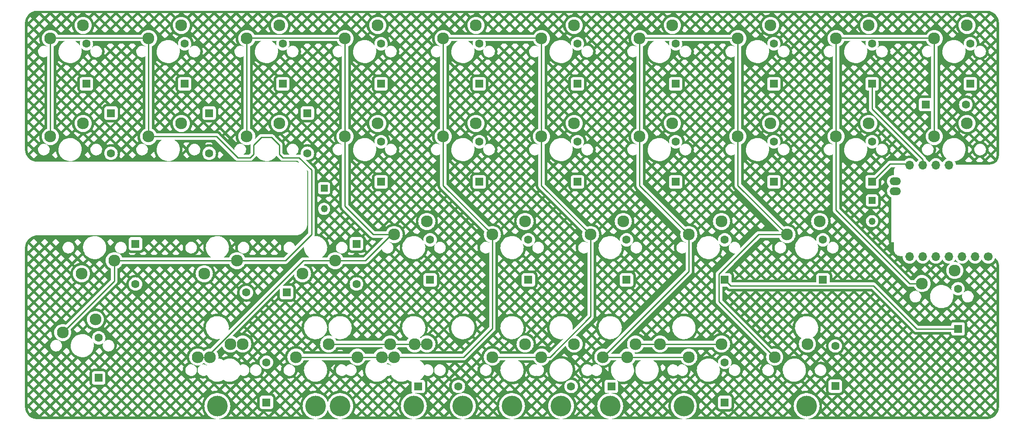
<source format=gbr>
%TF.GenerationSoftware,KiCad,Pcbnew,(7.0.0)*%
%TF.CreationDate,2023-07-09T02:25:50+02:00*%
%TF.ProjectId,pandemonium,70616e64-656d-46f6-9e69-756d2e6b6963,rev?*%
%TF.SameCoordinates,Original*%
%TF.FileFunction,Copper,L1,Top*%
%TF.FilePolarity,Positive*%
%FSLAX46Y46*%
G04 Gerber Fmt 4.6, Leading zero omitted, Abs format (unit mm)*
G04 Created by KiCad (PCBNEW (7.0.0)) date 2023-07-09 02:25:50*
%MOMM*%
%LPD*%
G01*
G04 APERTURE LIST*
%TA.AperFunction,ComponentPad*%
%ADD10R,1.600000X1.600000*%
%TD*%
%TA.AperFunction,ComponentPad*%
%ADD11C,1.600000*%
%TD*%
%TA.AperFunction,ComponentPad*%
%ADD12C,2.300000*%
%TD*%
%TA.AperFunction,ComponentPad*%
%ADD13C,4.000000*%
%TD*%
%TA.AperFunction,ComponentPad*%
%ADD14R,1.350000X1.350000*%
%TD*%
%TA.AperFunction,ComponentPad*%
%ADD15O,1.350000X1.350000*%
%TD*%
%TA.AperFunction,ComponentPad*%
%ADD16C,1.700000*%
%TD*%
%TA.AperFunction,ComponentPad*%
%ADD17O,1.700000X1.700000*%
%TD*%
%TA.AperFunction,ComponentPad*%
%ADD18O,2.200000X1.500000*%
%TD*%
%TA.AperFunction,Conductor*%
%ADD19C,0.250000*%
%TD*%
G04 APERTURE END LIST*
D10*
%TO.P,D6,1,K*%
%TO.N,ROW5*%
X149224999Y-77718749D03*
D11*
%TO.P,D6,2,A*%
%TO.N,Net-(D6-A)*%
X149225000Y-69918750D03*
%TD*%
D12*
%TO.P,MX42,1,1*%
%TO.N,COL3*%
X144621250Y-92710000D03*
%TO.P,MX42,2,2*%
%TO.N,Net-(D40-A)*%
X150971250Y-90170000D03*
%TD*%
%TO.P,MX14,1,1*%
%TO.N,COL1*%
X66040000Y-92710000D03*
%TO.P,MX14,2,2*%
%TO.N,Net-(D14-A)*%
X72390000Y-90170000D03*
%TD*%
D10*
%TO.P,D17,1,K*%
%TO.N,ROW2*%
X87312499Y-45312499D03*
D11*
%TO.P,D17,2,A*%
%TO.N,Net-(D17-A)*%
X87312500Y-53112500D03*
%TD*%
D12*
%TO.P,MX5,1,1*%
%TO.N,COL0*%
X49847500Y-73977500D03*
%TO.P,MX5,2,2*%
%TO.N,Net-(D5-A)*%
X43497500Y-76517500D03*
%TD*%
%TO.P,MX12,1,1*%
%TO.N,COL0*%
X73660000Y-73977500D03*
%TO.P,MX12,2,2*%
%TO.N,Net-(D12-A)*%
X67310000Y-76517500D03*
%TD*%
D13*
%TO.P,S2,*%
%TO.N,*%
X127000000Y-102235000D03*
X88900000Y-102235000D03*
%TD*%
D10*
%TO.P,D35,1,K*%
%TO.N,ROW4*%
X130174999Y-77718749D03*
D11*
%TO.P,D35,2,A*%
%TO.N,Net-(D35-A)*%
X130175000Y-69918750D03*
%TD*%
D10*
%TO.P,D9,1,K*%
%TO.N,ROW0*%
X158749999Y-39618749D03*
D11*
%TO.P,D9,2,A*%
%TO.N,Net-(D9-A)*%
X158750000Y-31818750D03*
%TD*%
D10*
%TO.P,D24,1,K*%
%TO.N,ROW7*%
X146266999Y-98424999D03*
D11*
%TO.P,D24,2,A*%
%TO.N,Net-(D24-A)*%
X138467000Y-98425000D03*
%TD*%
D12*
%TO.P,MX35,1,1*%
%TO.N,COL2*%
X85090000Y-92710000D03*
%TO.P,MX35,2,2*%
%TO.N,Net-(D21-A)*%
X91440000Y-90170000D03*
%TD*%
D10*
%TO.P,D31,1,K*%
%TO.N,ROW2*%
X196849999Y-58668749D03*
D11*
%TO.P,D31,2,A*%
%TO.N,Net-(D31-A)*%
X196850000Y-50868750D03*
%TD*%
D12*
%TO.P,MX43,1,1*%
%TO.N,COL3*%
X149383750Y-92710000D03*
%TO.P,MX43,2,2*%
%TO.N,Net-(D40-A)*%
X155733750Y-90170000D03*
%TD*%
%TO.P,MX26,1,1*%
%TO.N,COL1*%
X104140000Y-68897500D03*
%TO.P,MX26,2,2*%
%TO.N,Net-(D34-A)*%
X110490000Y-66357500D03*
%TD*%
D10*
%TO.P,D13,1,K*%
%TO.N,ROW4*%
X168274999Y-77718749D03*
D11*
%TO.P,D13,2,A*%
%TO.N,Net-(D13-A)*%
X168275000Y-69918750D03*
%TD*%
D12*
%TO.P,MX16,1,1*%
%TO.N,COL3*%
X170815000Y-30797500D03*
%TO.P,MX16,2,2*%
%TO.N,Net-(D16-A)*%
X177165000Y-28257500D03*
%TD*%
D10*
%TO.P,D18,1,K*%
%TO.N,ROW3*%
X177799999Y-58668749D03*
D11*
%TO.P,D18,2,A*%
%TO.N,Net-(D18-A)*%
X177800000Y-50868750D03*
%TD*%
D10*
%TO.P,D12,1,K*%
%TO.N,ROW5*%
X83274999Y-80168749D03*
D11*
%TO.P,D12,2,A*%
%TO.N,Net-(D12-A)*%
X75475000Y-80168750D03*
%TD*%
D12*
%TO.P,MX31,1,1*%
%TO.N,COL2*%
X113665000Y-49847500D03*
%TO.P,MX31,2,2*%
%TO.N,Net-(D29-A)*%
X120015000Y-47307500D03*
%TD*%
%TO.P,MX29,1,1*%
%TO.N,COL2*%
X113665000Y-30797500D03*
%TO.P,MX29,2,2*%
%TO.N,Net-(D23-A)*%
X120015000Y-28257500D03*
%TD*%
%TO.P,MX36,1,1*%
%TO.N,COL1*%
X68421250Y-92710000D03*
%TO.P,MX36,2,2*%
%TO.N,Net-(D14-A)*%
X74771250Y-90170000D03*
%TD*%
D10*
%TO.P,D20,1,K*%
%TO.N,ROW5*%
X187324999Y-77718749D03*
D11*
%TO.P,D20,2,A*%
%TO.N,Net-(D20-A)*%
X187325000Y-69918750D03*
%TD*%
D10*
%TO.P,D37,1,K*%
%TO.N,ROW4*%
X213518749Y-87243749D03*
D11*
%TO.P,D37,2,A*%
%TO.N,Net-(D37-A)*%
X213518750Y-79443750D03*
%TD*%
D10*
%TO.P,D32,1,K*%
%TO.N,ROW3*%
X207237499Y-43656249D03*
D11*
%TO.P,D32,2,A*%
%TO.N,Net-(D32-A)*%
X215037500Y-43656250D03*
%TD*%
D10*
%TO.P,D29,1,K*%
%TO.N,ROW2*%
X120649999Y-58668749D03*
D11*
%TO.P,D29,2,A*%
%TO.N,Net-(D29-A)*%
X120650000Y-50868750D03*
%TD*%
D10*
%TO.P,D2,1,K*%
%TO.N,ROW1*%
X139699999Y-39618749D03*
D11*
%TO.P,D2,2,A*%
%TO.N,Net-(D2-A)*%
X139700000Y-31818750D03*
%TD*%
D12*
%TO.P,MX8,1,1*%
%TO.N,COL0*%
X56515000Y-30797500D03*
%TO.P,MX8,2,2*%
%TO.N,Net-(D8-A)*%
X62865000Y-28257500D03*
%TD*%
%TO.P,MX37,1,1*%
%TO.N,COL2*%
X101758750Y-92710000D03*
%TO.P,MX37,2,2*%
%TO.N,Net-(D21-A)*%
X108108750Y-90170000D03*
%TD*%
D10*
%TO.P,D15,1,K*%
%TO.N,ROW0*%
X82549999Y-39618749D03*
D11*
%TO.P,D15,2,A*%
%TO.N,Net-(D15-A)*%
X82550000Y-31818750D03*
%TD*%
D13*
%TO.P,S3,*%
%TO.N,*%
X184150000Y-102235000D03*
X146050000Y-102235000D03*
%TD*%
D12*
%TO.P,MX18,1,1*%
%TO.N,COL3*%
X170815000Y-49847500D03*
%TO.P,MX18,2,2*%
%TO.N,Net-(D18-A)*%
X177165000Y-47307500D03*
%TD*%
D10*
%TO.P,D28,1,K*%
%TO.N,ROW3*%
X101599999Y-58668749D03*
D11*
%TO.P,D28,2,A*%
%TO.N,Net-(D28-A)*%
X101600000Y-50868750D03*
%TD*%
D10*
%TO.P,D34,1,K*%
%TO.N,ROW5*%
X111124999Y-77718749D03*
D11*
%TO.P,D34,2,A*%
%TO.N,Net-(D34-A)*%
X111125000Y-69918750D03*
%TD*%
D12*
%TO.P,MX24,1,1*%
%TO.N,COL1*%
X94615000Y-49847500D03*
%TO.P,MX24,2,2*%
%TO.N,Net-(D28-A)*%
X100965000Y-47307500D03*
%TD*%
D10*
%TO.P,D16,1,K*%
%TO.N,ROW1*%
X177799999Y-39618749D03*
D11*
%TO.P,D16,2,A*%
%TO.N,Net-(D16-A)*%
X177800000Y-31818750D03*
%TD*%
D12*
%TO.P,MX44,1,1*%
%TO.N,COL3*%
X177958750Y-92710000D03*
%TO.P,MX44,2,2*%
%TO.N,Net-(D27-A)*%
X184308750Y-90170000D03*
%TD*%
%TO.P,MX19,1,1*%
%TO.N,COL1*%
X92710000Y-73977500D03*
%TO.P,MX19,2,2*%
%TO.N,Net-(D19-A)*%
X86360000Y-76517500D03*
%TD*%
%TO.P,MX21,1,1*%
%TO.N,COL2*%
X104140000Y-92710000D03*
%TO.P,MX21,2,2*%
%TO.N,Net-(D21-A)*%
X110490000Y-90170000D03*
%TD*%
%TO.P,MX15,1,1*%
%TO.N,COL1*%
X75565000Y-30797500D03*
%TO.P,MX15,2,2*%
%TO.N,Net-(D15-A)*%
X81915000Y-28257500D03*
%TD*%
D10*
%TO.P,D40,1,K*%
%TO.N,ROW6*%
X168274999Y-101531249D03*
D11*
%TO.P,D40,2,A*%
%TO.N,Net-(D40-A)*%
X168275000Y-93731250D03*
%TD*%
D12*
%TO.P,MX4,1,1*%
%TO.N,COL2*%
X132715000Y-49847500D03*
%TO.P,MX4,2,2*%
%TO.N,Net-(D4-A)*%
X139065000Y-47307500D03*
%TD*%
%TO.P,MX2,1,1*%
%TO.N,COL2*%
X132715000Y-30797500D03*
%TO.P,MX2,2,2*%
%TO.N,Net-(D2-A)*%
X139065000Y-28257500D03*
%TD*%
D10*
%TO.P,D23,1,K*%
%TO.N,ROW0*%
X120649999Y-39618749D03*
D11*
%TO.P,D23,2,A*%
%TO.N,Net-(D23-A)*%
X120650000Y-31818750D03*
%TD*%
D12*
%TO.P,MX11,1,1*%
%TO.N,COL3*%
X151765000Y-49847500D03*
%TO.P,MX11,2,2*%
%TO.N,Net-(D11-A)*%
X158115000Y-47307500D03*
%TD*%
%TO.P,MX9,1,1*%
%TO.N,COL3*%
X151765000Y-30797500D03*
%TO.P,MX9,2,2*%
%TO.N,Net-(D9-A)*%
X158115000Y-28257500D03*
%TD*%
%TO.P,MX38,1,1*%
%TO.N,COL2*%
X96996250Y-92710000D03*
%TO.P,MX38,2,2*%
%TO.N,Net-(D21-A)*%
X103346250Y-90170000D03*
%TD*%
D10*
%TO.P,D4,1,K*%
%TO.N,ROW3*%
X139699999Y-58668749D03*
D11*
%TO.P,D4,2,A*%
%TO.N,Net-(D4-A)*%
X139700000Y-50868750D03*
%TD*%
D13*
%TO.P,S8,*%
%TO.N,*%
X184150000Y-102235000D03*
X88900000Y-102235000D03*
%TD*%
D12*
%TO.P,MX20,1,1*%
%TO.N,COL3*%
X180340000Y-68897500D03*
%TO.P,MX20,2,2*%
%TO.N,Net-(D20-A)*%
X186690000Y-66357500D03*
%TD*%
D10*
%TO.P,D11,1,K*%
%TO.N,ROW2*%
X158749999Y-58668749D03*
D11*
%TO.P,D11,2,A*%
%TO.N,Net-(D11-A)*%
X158750000Y-50868750D03*
%TD*%
D10*
%TO.P,D3,1,K*%
%TO.N,ROW2*%
X49212499Y-45312499D03*
D11*
%TO.P,D3,2,A*%
%TO.N,Net-(D3-A)*%
X49212500Y-53112500D03*
%TD*%
D12*
%TO.P,MX3,1,1*%
%TO.N,COL0*%
X37465000Y-49847500D03*
%TO.P,MX3,2,2*%
%TO.N,Net-(D3-A)*%
X43815000Y-47307500D03*
%TD*%
D10*
%TO.P,D25,1,K*%
%TO.N,ROW0*%
X196849999Y-39618749D03*
D11*
%TO.P,D25,2,A*%
%TO.N,Net-(D25-A)*%
X196850000Y-31818750D03*
%TD*%
D10*
%TO.P,D19,1,K*%
%TO.N,ROW4*%
X96837499Y-70712499D03*
D11*
%TO.P,D19,2,A*%
%TO.N,Net-(D19-A)*%
X96837500Y-78512500D03*
%TD*%
D10*
%TO.P,D14,1,K*%
%TO.N,ROW6*%
X79374999Y-101531249D03*
D11*
%TO.P,D14,2,A*%
%TO.N,Net-(D14-A)*%
X79375000Y-93731250D03*
%TD*%
D10*
%TO.P,D22,1,K*%
%TO.N,ROW1*%
X101599999Y-39618749D03*
D11*
%TO.P,D22,2,A*%
%TO.N,Net-(D22-A)*%
X101600000Y-31818750D03*
%TD*%
D12*
%TO.P,MX30,1,1*%
%TO.N,COL4*%
X208915000Y-30797500D03*
%TO.P,MX30,2,2*%
%TO.N,Net-(D26-A)*%
X215265000Y-28257500D03*
%TD*%
%TO.P,MX39,1,1*%
%TO.N,COL2*%
X123190000Y-92710000D03*
%TO.P,MX39,2,2*%
%TO.N,Net-(D24-A)*%
X129540000Y-90170000D03*
%TD*%
D13*
%TO.P,S6,*%
%TO.N,*%
X117475000Y-102235000D03*
X93662500Y-102235000D03*
%TD*%
D12*
%TO.P,MX6,1,1*%
%TO.N,COL2*%
X142240000Y-68897500D03*
%TO.P,MX6,2,2*%
%TO.N,Net-(D6-A)*%
X148590000Y-66357500D03*
%TD*%
D13*
%TO.P,S4,*%
%TO.N,*%
X107950000Y-102235000D03*
X69850000Y-102235000D03*
%TD*%
D10*
%TO.P,D1,1,K*%
%TO.N,ROW0*%
X44449999Y-39618749D03*
D11*
%TO.P,D1,2,A*%
%TO.N,Net-(D1-A)*%
X44450000Y-31818750D03*
%TD*%
D10*
%TO.P,D10,1,K*%
%TO.N,ROW3*%
X68262499Y-45312499D03*
D11*
%TO.P,D10,2,A*%
%TO.N,Net-(D10-A)*%
X68262500Y-53112500D03*
%TD*%
D12*
%TO.P,MX10,1,1*%
%TO.N,COL0*%
X56515000Y-49847500D03*
%TO.P,MX10,2,2*%
%TO.N,Net-(D10-A)*%
X62865000Y-47307500D03*
%TD*%
%TO.P,MX17,1,1*%
%TO.N,COL1*%
X75565000Y-49847500D03*
%TO.P,MX17,2,2*%
%TO.N,Net-(D17-A)*%
X81915000Y-47307500D03*
%TD*%
%TO.P,MX27,1,1*%
%TO.N,COL4*%
X206533750Y-78422500D03*
%TO.P,MX27,2,2*%
%TO.N,Net-(D37-A)*%
X212883750Y-75882500D03*
%TD*%
D13*
%TO.P,S9,*%
%TO.N,*%
X184150000Y-102235000D03*
X69850000Y-102235000D03*
%TD*%
D10*
%TO.P,D7,1,K*%
%TO.N,ROW6*%
X46831249Y-96768749D03*
D11*
%TO.P,D7,2,A*%
%TO.N,Net-(D7-A)*%
X46831250Y-88968750D03*
%TD*%
D12*
%TO.P,MX23,1,1*%
%TO.N,COL4*%
X189865000Y-30797500D03*
%TO.P,MX23,2,2*%
%TO.N,Net-(D25-A)*%
X196215000Y-28257500D03*
%TD*%
%TO.P,MX1,1,1*%
%TO.N,COL0*%
X37465000Y-30797500D03*
%TO.P,MX1,2,2*%
%TO.N,Net-(D1-A)*%
X43815000Y-28257500D03*
%TD*%
%TO.P,MX22,1,1*%
%TO.N,COL1*%
X94615000Y-30797500D03*
%TO.P,MX22,2,2*%
%TO.N,Net-(D22-A)*%
X100965000Y-28257500D03*
%TD*%
D14*
%TO.P,J2,1,Pin_1*%
%TO.N,-BATT*%
X196849999Y-62293749D03*
D15*
%TO.P,J2,2,Pin_2*%
%TO.N,+BATT*%
X196849999Y-66293749D03*
%TD*%
D10*
%TO.P,D5,1,K*%
%TO.N,ROW4*%
X53974999Y-70712499D03*
D11*
%TO.P,D5,2,A*%
%TO.N,Net-(D5-A)*%
X53975000Y-78512500D03*
%TD*%
D10*
%TO.P,D27,1,K*%
%TO.N,ROW7*%
X189706249Y-98356249D03*
D11*
%TO.P,D27,2,A*%
%TO.N,Net-(D27-A)*%
X189706250Y-90556250D03*
%TD*%
D10*
%TO.P,D21,1,K*%
%TO.N,ROW6*%
X108812499Y-98424999D03*
D11*
%TO.P,D21,2,A*%
%TO.N,Net-(D21-A)*%
X116612500Y-98425000D03*
%TD*%
D12*
%TO.P,MX25,1,1*%
%TO.N,COL4*%
X189865000Y-49847500D03*
%TO.P,MX25,2,2*%
%TO.N,Net-(D31-A)*%
X196215000Y-47307500D03*
%TD*%
D10*
%TO.P,D8,1,K*%
%TO.N,ROW1*%
X63499999Y-39618749D03*
D11*
%TO.P,D8,2,A*%
%TO.N,Net-(D8-A)*%
X63500000Y-31818750D03*
%TD*%
D13*
%TO.P,S7,*%
%TO.N,*%
X160337500Y-102235000D03*
X136525000Y-102235000D03*
%TD*%
D10*
%TO.P,D26,1,K*%
%TO.N,ROW1*%
X215899999Y-39618749D03*
D11*
%TO.P,D26,2,A*%
%TO.N,Net-(D26-A)*%
X215900000Y-31818750D03*
%TD*%
D12*
%TO.P,MX28,1,1*%
%TO.N,COL3*%
X161290000Y-92710000D03*
%TO.P,MX28,2,2*%
%TO.N,Net-(D40-A)*%
X167640000Y-90170000D03*
%TD*%
%TO.P,MX32,1,1*%
%TO.N,COL4*%
X208915000Y-49847500D03*
%TO.P,MX32,2,2*%
%TO.N,Net-(D32-A)*%
X215265000Y-47307500D03*
%TD*%
%TO.P,MX7,1,1*%
%TO.N,COL0*%
X39846250Y-87947500D03*
%TO.P,MX7,2,2*%
%TO.N,Net-(D7-A)*%
X46196250Y-85407500D03*
%TD*%
%TO.P,MX33,1,1*%
%TO.N,COL2*%
X123190000Y-68897500D03*
%TO.P,MX33,2,2*%
%TO.N,Net-(D35-A)*%
X129540000Y-66357500D03*
%TD*%
%TO.P,MX34,1,1*%
%TO.N,COL2*%
X132715000Y-92710000D03*
%TO.P,MX34,2,2*%
%TO.N,Net-(D24-A)*%
X139065000Y-90170000D03*
%TD*%
%TO.P,MX13,1,1*%
%TO.N,COL3*%
X161290000Y-68897500D03*
%TO.P,MX13,2,2*%
%TO.N,Net-(D13-A)*%
X167640000Y-66357500D03*
%TD*%
D16*
%TO.P,J1,1,Pin_1*%
%TO.N,ROW6*%
X219386662Y-73189580D03*
D17*
%TO.P,J1,2,Pin_2*%
%TO.N,ROW7*%
X216846661Y-73189579D03*
%TO.P,J1,3,Pin_3*%
%TO.N,ROW4*%
X214306661Y-73189579D03*
%TO.P,J1,4,Pin_4*%
%TO.N,COL3*%
X211766661Y-73189579D03*
%TO.P,J1,5,Pin_5*%
%TO.N,COL2*%
X209226661Y-73189579D03*
%TO.P,J1,6,Pin_6*%
%TO.N,COL1*%
X206686661Y-73189579D03*
%TO.P,J1,7,Pin_7*%
%TO.N,COL0*%
X204146661Y-73189579D03*
D18*
%TO.P,J1,8,Pin_8*%
%TO.N,ROW5*%
X201352661Y-60489579D03*
%TO.P,J1,9,Pin_9*%
%TO.N,ROW3*%
X201352661Y-58584579D03*
D17*
%TO.P,J1,18,Pin_18*%
%TO.N,ROW2*%
X204146661Y-55409579D03*
%TO.P,J1,19,Pin_19*%
%TO.N,ROW0*%
X206686661Y-55409579D03*
%TO.P,J1,20,Pin_20*%
%TO.N,COL4*%
X209226661Y-55409579D03*
%TO.P,J1,21,Pin_21*%
%TO.N,ROW1*%
X211766661Y-55409579D03*
%TD*%
D14*
%TO.P,J3,1,Pin_1*%
%TO.N,-BATT*%
X90556249Y-59912499D03*
D15*
%TO.P,J3,2,Pin_2*%
%TO.N,+BATT*%
X90556249Y-63912499D03*
%TD*%
D19*
%TO.N,ROW0*%
X196850000Y-44450000D02*
X206686662Y-54286662D01*
X196850000Y-39618750D02*
X196850000Y-44450000D01*
X206686662Y-54286662D02*
X206686662Y-55191106D01*
%TO.N,ROW2*%
X202457247Y-55189106D02*
X202461947Y-55193806D01*
X196850000Y-58668750D02*
X200329644Y-55189106D01*
X200329644Y-55189106D02*
X202457247Y-55189106D01*
X202461947Y-55193806D02*
X203930888Y-55193806D01*
X203930888Y-55193806D02*
X204146450Y-55193595D01*
%TO.N,ROW4*%
X168275000Y-77718750D02*
X169400000Y-78843750D01*
X169400000Y-78843750D02*
X197112500Y-78843750D01*
X213518750Y-87243750D02*
X205512500Y-87243750D01*
X197112500Y-78843750D02*
X205512500Y-87243750D01*
%TO.N,Net-(D21-A)*%
X91440000Y-90170000D02*
X110490000Y-90170000D01*
%TO.N,Net-(D40-A)*%
X150971250Y-90170000D02*
X155733750Y-90170000D01*
X155733750Y-90170000D02*
X167640000Y-90170000D01*
%TO.N,COL0*%
X81843816Y-51506184D02*
X80343881Y-50006250D01*
X83047767Y-73977500D02*
X86450133Y-70575133D01*
X81843816Y-53268816D02*
X81843816Y-51506184D01*
X39846250Y-87947500D02*
X49847500Y-77946250D01*
X86450133Y-70537236D02*
X88106250Y-68881118D01*
X86450133Y-70575133D02*
X86450133Y-70537236D01*
X88106250Y-68881118D02*
X88106250Y-56356250D01*
X69691250Y-49847500D02*
X56515000Y-49847500D01*
X80343881Y-50006250D02*
X78406119Y-50006250D01*
X49847500Y-73977500D02*
X73660000Y-73977500D01*
X49847500Y-77946250D02*
X49847500Y-73977500D01*
X56515000Y-49847500D02*
X56515000Y-30797500D01*
X82550000Y-53975000D02*
X81843816Y-53268816D01*
X76200000Y-53975000D02*
X73818750Y-53975000D01*
X56411250Y-30693750D02*
X37568750Y-30693750D01*
X37465000Y-30797500D02*
X37465000Y-49847500D01*
X85725000Y-53975000D02*
X82550000Y-53975000D01*
X73818750Y-53975000D02*
X69691250Y-49847500D01*
X88106250Y-56356250D02*
X85725000Y-53975000D01*
X76906184Y-53268816D02*
X76200000Y-53975000D01*
X56515000Y-30797500D02*
X56411250Y-30693750D01*
X73660000Y-73977500D02*
X83047767Y-73977500D01*
X76906184Y-51506184D02*
X76906184Y-53268816D01*
X78406119Y-50006250D02*
X76906184Y-51506184D01*
X37568750Y-30693750D02*
X37465000Y-30797500D01*
%TO.N,COL2*%
X104140000Y-92710000D02*
X117633750Y-92710000D01*
X132715000Y-49847500D02*
X132715000Y-30797500D01*
X134341345Y-92710000D02*
X142240000Y-84811345D01*
X85090000Y-92710000D02*
X104140000Y-92710000D01*
X132611250Y-30693750D02*
X132715000Y-30797500D01*
X123190000Y-87153750D02*
X123190000Y-68897500D01*
X123190000Y-92710000D02*
X132715000Y-92710000D01*
X132715000Y-92710000D02*
X134341345Y-92710000D01*
X142240000Y-68897500D02*
X132715000Y-59372500D01*
X113665000Y-59372500D02*
X113665000Y-49847500D01*
X113665000Y-30797500D02*
X113665000Y-49847500D01*
X142240000Y-84811345D02*
X142240000Y-68897500D01*
X113768750Y-30693750D02*
X132611250Y-30693750D01*
X113665000Y-30797500D02*
X113768750Y-30693750D01*
X132715000Y-59372500D02*
X132715000Y-49847500D01*
X123190000Y-68897500D02*
X113665000Y-59372500D01*
X117633750Y-92710000D02*
X123190000Y-87153750D01*
%TO.N,COL4*%
X189865000Y-30797500D02*
X189865000Y-49847500D01*
X189865000Y-64176036D02*
X189865000Y-49847500D01*
X208915000Y-49847500D02*
X208915000Y-30797500D01*
X208811250Y-30693750D02*
X208915000Y-30797500D01*
X204111464Y-78422500D02*
X189865000Y-64176036D01*
X189865000Y-30797500D02*
X189968750Y-30693750D01*
X206533750Y-78422500D02*
X204111464Y-78422500D01*
X189968750Y-30693750D02*
X208811250Y-30693750D01*
%TO.N,COL1*%
X86496534Y-73977500D02*
X92710000Y-73977500D01*
X98562233Y-73977500D02*
X103642233Y-68897500D01*
X75668750Y-30693750D02*
X94511250Y-30693750D01*
X75565000Y-30797500D02*
X75668750Y-30693750D01*
X94615000Y-49847500D02*
X94615000Y-30797500D01*
X67764034Y-92710000D02*
X86496534Y-73977500D01*
X66040000Y-92710000D02*
X67764034Y-92710000D01*
X75565000Y-30797500D02*
X75565000Y-49847500D01*
X94615000Y-63409423D02*
X100103077Y-68897500D01*
X94615000Y-49847500D02*
X94615000Y-63409423D01*
X66040000Y-92710000D02*
X68421250Y-92710000D01*
X94511250Y-30693750D02*
X94615000Y-30797500D01*
X103642233Y-68897500D02*
X104140000Y-68897500D01*
X92710000Y-73977500D02*
X98562233Y-73977500D01*
X100103077Y-68897500D02*
X104140000Y-68897500D01*
%TO.N,COL3*%
X170815000Y-49847500D02*
X170815000Y-59351827D01*
X177958750Y-92710000D02*
X167150000Y-81901250D01*
X167150000Y-76593750D02*
X174846250Y-68897500D01*
X144621250Y-92710000D02*
X161290000Y-76041250D01*
X170815000Y-59351827D02*
X180340000Y-68876827D01*
X170711250Y-30693750D02*
X170815000Y-30797500D01*
X170815000Y-49847500D02*
X170815000Y-30797500D01*
X151765000Y-49847500D02*
X151765000Y-30797500D01*
X161290000Y-76041250D02*
X161290000Y-68897500D01*
X151765000Y-49847500D02*
X151765000Y-59372500D01*
X151765000Y-59372500D02*
X161290000Y-68897500D01*
X174846250Y-68897500D02*
X180340000Y-68897500D01*
X151868750Y-30693750D02*
X170711250Y-30693750D01*
X180340000Y-68876827D02*
X180340000Y-68897500D01*
X167150000Y-81901250D02*
X167150000Y-76593750D01*
X151765000Y-30797500D02*
X151868750Y-30693750D01*
X144621250Y-92710000D02*
X161290000Y-92710000D01*
%TD*%
%TA.AperFunction,NonConductor*%
G36*
X43237058Y-31321729D02*
G01*
X43241115Y-31328098D01*
X43240348Y-31335610D01*
X43223473Y-31371797D01*
X43223469Y-31371807D01*
X43223261Y-31372254D01*
X43223132Y-31372732D01*
X43223129Y-31372743D01*
X43164494Y-31591573D01*
X43164492Y-31591583D01*
X43164365Y-31592058D01*
X43164321Y-31592555D01*
X43164321Y-31592558D01*
X43148494Y-31773462D01*
X43144532Y-31818750D01*
X43144576Y-31819253D01*
X43160696Y-32003511D01*
X43164365Y-32045442D01*
X43164492Y-32045918D01*
X43164494Y-32045926D01*
X43179191Y-32100774D01*
X43178535Y-32108547D01*
X43173069Y-32114113D01*
X43165308Y-32114910D01*
X43158825Y-32110572D01*
X43053916Y-31968189D01*
X42992777Y-31885210D01*
X42852458Y-31740121D01*
X42784148Y-31669489D01*
X42784146Y-31669487D01*
X42783879Y-31669211D01*
X42783574Y-31668970D01*
X42548357Y-31483221D01*
X42548354Y-31483219D01*
X42548054Y-31482982D01*
X42307742Y-31340645D01*
X42302942Y-31335062D01*
X42302512Y-31327712D01*
X42306628Y-31321607D01*
X42313603Y-31319250D01*
X43229925Y-31319250D01*
X43237058Y-31321729D01*
G37*
%TD.AperFunction*%
%TA.AperFunction,NonConductor*%
G36*
X81337058Y-31321729D02*
G01*
X81341115Y-31328098D01*
X81340348Y-31335610D01*
X81323473Y-31371797D01*
X81323469Y-31371807D01*
X81323261Y-31372254D01*
X81323132Y-31372732D01*
X81323129Y-31372743D01*
X81264494Y-31591573D01*
X81264492Y-31591583D01*
X81264365Y-31592058D01*
X81264321Y-31592555D01*
X81264321Y-31592558D01*
X81248494Y-31773462D01*
X81244532Y-31818750D01*
X81244576Y-31819253D01*
X81260696Y-32003511D01*
X81264365Y-32045442D01*
X81264492Y-32045918D01*
X81264494Y-32045926D01*
X81279191Y-32100774D01*
X81278535Y-32108547D01*
X81273069Y-32114113D01*
X81265308Y-32114910D01*
X81258825Y-32110572D01*
X81153916Y-31968189D01*
X81092777Y-31885210D01*
X80952458Y-31740121D01*
X80884148Y-31669489D01*
X80884146Y-31669487D01*
X80883879Y-31669211D01*
X80883574Y-31668970D01*
X80648357Y-31483221D01*
X80648354Y-31483219D01*
X80648054Y-31482982D01*
X80407742Y-31340645D01*
X80402942Y-31335062D01*
X80402512Y-31327712D01*
X80406628Y-31321607D01*
X80413603Y-31319250D01*
X81329925Y-31319250D01*
X81337058Y-31321729D01*
G37*
%TD.AperFunction*%
%TA.AperFunction,NonConductor*%
G36*
X78351468Y-31321725D02*
G01*
X78355528Y-31328084D01*
X78354773Y-31335591D01*
X78349528Y-31341014D01*
X78229003Y-31401917D01*
X78228989Y-31401924D01*
X78228657Y-31402093D01*
X78228348Y-31402305D01*
X78228333Y-31402314D01*
X77981241Y-31571933D01*
X77981234Y-31571938D01*
X77980920Y-31572154D01*
X77980644Y-31572402D01*
X77980632Y-31572413D01*
X77758343Y-31773462D01*
X77758335Y-31773469D01*
X77758061Y-31773718D01*
X77757821Y-31774001D01*
X77757815Y-31774008D01*
X77564302Y-32002897D01*
X77564295Y-32002906D01*
X77564057Y-32003188D01*
X77563856Y-32003502D01*
X77563850Y-32003511D01*
X77402572Y-32256149D01*
X77402568Y-32256156D01*
X77402369Y-32256468D01*
X77402215Y-32256797D01*
X77402212Y-32256805D01*
X77276038Y-32528702D01*
X77276033Y-32528712D01*
X77275882Y-32529040D01*
X77275772Y-32529393D01*
X77275771Y-32529397D01*
X77186967Y-32815670D01*
X77186963Y-32815686D01*
X77186854Y-32816038D01*
X77186792Y-32816401D01*
X77186789Y-32816417D01*
X77136936Y-33111968D01*
X77136934Y-33111983D01*
X77136874Y-33112342D01*
X77136861Y-33112711D01*
X77136861Y-33112718D01*
X77126845Y-33412289D01*
X77126845Y-33412297D01*
X77126833Y-33412664D01*
X77126869Y-33413027D01*
X77126870Y-33413041D01*
X77156872Y-33711267D01*
X77156874Y-33711281D01*
X77156911Y-33711645D01*
X77226570Y-34003949D01*
X77226704Y-34004299D01*
X77226707Y-34004306D01*
X77330851Y-34274707D01*
X77334569Y-34284360D01*
X77334747Y-34284685D01*
X77334749Y-34284689D01*
X77399710Y-34403228D01*
X77478979Y-34547875D01*
X77657223Y-34789790D01*
X77720479Y-34855196D01*
X77859251Y-34998686D01*
X77866121Y-35005789D01*
X78101946Y-35192018D01*
X78360487Y-35345152D01*
X78637133Y-35462460D01*
X78926946Y-35541848D01*
X79224755Y-35581900D01*
X79449851Y-35581900D01*
X79450033Y-35581900D01*
X79674819Y-35566852D01*
X79969287Y-35506999D01*
X80253151Y-35408431D01*
X80291760Y-35388921D01*
X81264651Y-35388921D01*
X81973171Y-36097442D01*
X82681692Y-35388921D01*
X83385970Y-35388921D01*
X84094491Y-36097442D01*
X84803012Y-35388921D01*
X85507291Y-35388921D01*
X86215812Y-36097442D01*
X86924332Y-35388921D01*
X87628612Y-35388921D01*
X88337132Y-36097442D01*
X89045653Y-35388921D01*
X89749932Y-35388921D01*
X90458453Y-36097442D01*
X91166973Y-35388921D01*
X91871252Y-35388921D01*
X92579773Y-36097442D01*
X93288293Y-35388921D01*
X92745726Y-34846354D01*
X92641832Y-34804762D01*
X92641328Y-34804546D01*
X92600157Y-34785740D01*
X92599664Y-34785501D01*
X92597721Y-34784499D01*
X92597241Y-34784237D01*
X92558147Y-34761663D01*
X92557681Y-34761378D01*
X92521833Y-34738339D01*
X91871252Y-35388921D01*
X91166973Y-35388921D01*
X90458453Y-34680401D01*
X89749932Y-35388921D01*
X89045653Y-35388921D01*
X88337132Y-34680401D01*
X87628612Y-35388921D01*
X86924332Y-35388921D01*
X86215812Y-34680401D01*
X85507291Y-35388921D01*
X84803012Y-35388921D01*
X84375091Y-34961000D01*
X84347528Y-34961000D01*
X84346980Y-34960987D01*
X84301782Y-34958832D01*
X84301236Y-34958793D01*
X84299060Y-34958585D01*
X84298517Y-34958520D01*
X84253822Y-34952091D01*
X84253283Y-34952000D01*
X84042223Y-34911322D01*
X84041688Y-34911206D01*
X83997764Y-34900551D01*
X83997235Y-34900409D01*
X83995137Y-34899793D01*
X83994616Y-34899627D01*
X83951893Y-34884841D01*
X83951380Y-34884649D01*
X83907721Y-34867170D01*
X83385970Y-35388921D01*
X82681692Y-35388921D01*
X81973171Y-34680401D01*
X81264651Y-35388921D01*
X80291760Y-35388921D01*
X80521343Y-35272907D01*
X80769080Y-35102846D01*
X80991939Y-34901282D01*
X81185943Y-34671812D01*
X81347631Y-34418532D01*
X81389521Y-34328261D01*
X82325310Y-34328261D01*
X83033831Y-35036781D01*
X83450972Y-34619640D01*
X83449698Y-34618734D01*
X83449261Y-34618407D01*
X83447542Y-34617056D01*
X83447118Y-34616706D01*
X83412845Y-34587017D01*
X83412439Y-34586648D01*
X83256876Y-34438320D01*
X83256490Y-34437934D01*
X83225352Y-34405284D01*
X83224984Y-34404880D01*
X83223552Y-34403228D01*
X83223203Y-34402805D01*
X83195203Y-34367207D01*
X83194874Y-34366768D01*
X83070194Y-34191679D01*
X83069887Y-34191224D01*
X83045402Y-34153115D01*
X83045117Y-34152647D01*
X83044024Y-34150753D01*
X83043762Y-34150274D01*
X83023096Y-34110178D01*
X83022857Y-34109686D01*
X82933566Y-33914166D01*
X82933351Y-33913663D01*
X82916547Y-33871689D01*
X82916355Y-33871176D01*
X82915640Y-33869110D01*
X82915474Y-33868589D01*
X82902742Y-33825226D01*
X82902600Y-33824697D01*
X82888206Y-33765365D01*
X82325310Y-34328261D01*
X81389521Y-34328261D01*
X81474118Y-34145960D01*
X81563146Y-33858962D01*
X81613126Y-33562658D01*
X81623167Y-33262336D01*
X81593089Y-32963355D01*
X81523430Y-32671051D01*
X81513559Y-32645421D01*
X81513516Y-32637270D01*
X81518887Y-32631137D01*
X81526973Y-32630105D01*
X81533711Y-32634692D01*
X81549664Y-32657477D01*
X81549667Y-32657480D01*
X81549953Y-32657889D01*
X81710861Y-32818797D01*
X81711270Y-32819083D01*
X81711272Y-32819085D01*
X81842763Y-32911155D01*
X81897266Y-32949318D01*
X81927368Y-32963355D01*
X82047989Y-33019602D01*
X82103504Y-33045489D01*
X82323308Y-33104385D01*
X82550000Y-33124218D01*
X82776692Y-33104385D01*
X82996496Y-33045489D01*
X83202734Y-32949318D01*
X83389139Y-32818797D01*
X83482863Y-32725072D01*
X83490242Y-32721730D01*
X83497995Y-32724081D01*
X83502273Y-32730961D01*
X83500953Y-32738955D01*
X83426824Y-32867351D01*
X83426822Y-32867355D01*
X83426552Y-32867823D01*
X83426375Y-32868332D01*
X83426375Y-32868334D01*
X83356427Y-33070432D01*
X83356424Y-33070440D01*
X83356250Y-33070946D01*
X83356173Y-33071477D01*
X83356172Y-33071484D01*
X83325738Y-33283161D01*
X83325737Y-33283170D01*
X83325661Y-33283703D01*
X83325687Y-33284248D01*
X83325687Y-33284249D01*
X83335861Y-33497857D01*
X83335862Y-33497866D01*
X83335888Y-33498404D01*
X83336014Y-33498926D01*
X83336016Y-33498935D01*
X83374566Y-33657837D01*
X83386563Y-33707290D01*
X83386789Y-33707786D01*
X83386791Y-33707790D01*
X83475628Y-33902317D01*
X83475632Y-33902324D01*
X83475854Y-33902810D01*
X83600534Y-34077899D01*
X83600929Y-34078276D01*
X83600932Y-34078279D01*
X83609868Y-34086799D01*
X83756097Y-34226227D01*
X83936920Y-34342435D01*
X84136468Y-34422322D01*
X84347528Y-34463000D01*
X84508345Y-34463000D01*
X84508618Y-34463000D01*
X84668971Y-34447688D01*
X84875209Y-34387131D01*
X84989401Y-34328261D01*
X86567951Y-34328261D01*
X87276472Y-35036782D01*
X87984992Y-34328261D01*
X88689272Y-34328261D01*
X89397792Y-35036782D01*
X90106313Y-34328261D01*
X90810592Y-34328261D01*
X91519113Y-35036782D01*
X92132563Y-34423331D01*
X92115352Y-34405284D01*
X92114984Y-34404880D01*
X92113552Y-34403228D01*
X92113203Y-34402805D01*
X92085203Y-34367207D01*
X92084874Y-34366768D01*
X91960194Y-34191679D01*
X91959887Y-34191224D01*
X91935402Y-34153115D01*
X91935117Y-34152647D01*
X91934024Y-34150753D01*
X91933762Y-34150274D01*
X91913096Y-34110178D01*
X91912857Y-34109686D01*
X91831994Y-33932622D01*
X91519113Y-33619741D01*
X90810592Y-34328261D01*
X90106313Y-34328261D01*
X89397792Y-33619741D01*
X88689272Y-34328261D01*
X87984992Y-34328261D01*
X87276472Y-33619741D01*
X86567951Y-34328261D01*
X84989401Y-34328261D01*
X85066259Y-34288638D01*
X85235217Y-34155768D01*
X85375976Y-33993324D01*
X85483448Y-33807177D01*
X85553750Y-33604054D01*
X85584339Y-33391297D01*
X85574112Y-33176596D01*
X85523437Y-32967710D01*
X85482178Y-32877366D01*
X85441226Y-32787692D01*
X85987199Y-32787692D01*
X85993453Y-32803311D01*
X85993645Y-32803824D01*
X85994360Y-32805890D01*
X85994526Y-32806411D01*
X86007258Y-32849774D01*
X86007400Y-32850303D01*
X86058075Y-33059189D01*
X86058191Y-33059724D01*
X86066749Y-33104138D01*
X86066840Y-33104678D01*
X86067151Y-33106842D01*
X86067216Y-33107385D01*
X86071509Y-33152356D01*
X86071548Y-33152902D01*
X86081775Y-33367603D01*
X86081788Y-33368150D01*
X86081788Y-33413343D01*
X86081775Y-33413890D01*
X86081671Y-33416074D01*
X86081632Y-33416620D01*
X86077335Y-33461625D01*
X86077270Y-33462169D01*
X86046681Y-33674926D01*
X86046590Y-33675465D01*
X86038049Y-33719796D01*
X86037933Y-33720330D01*
X86037418Y-33722454D01*
X86037276Y-33722983D01*
X86024527Y-33766412D01*
X86024360Y-33766935D01*
X86019800Y-33780109D01*
X86215812Y-33976121D01*
X86924332Y-33267601D01*
X87628612Y-33267601D01*
X88337132Y-33976121D01*
X89045653Y-33267601D01*
X89749932Y-33267601D01*
X90458453Y-33976121D01*
X91166973Y-33267601D01*
X90458453Y-32559081D01*
X89749932Y-33267601D01*
X89045653Y-33267601D01*
X88337132Y-32559080D01*
X87628612Y-33267601D01*
X86924332Y-33267601D01*
X86215811Y-32559080D01*
X85987199Y-32787692D01*
X85441226Y-32787692D01*
X85434371Y-32772682D01*
X85434369Y-32772679D01*
X85434146Y-32772190D01*
X85309466Y-32597101D01*
X85309069Y-32596723D01*
X85309067Y-32596720D01*
X85178157Y-32471899D01*
X85153903Y-32448773D01*
X85153440Y-32448475D01*
X85153437Y-32448473D01*
X84973545Y-32332864D01*
X84973546Y-32332864D01*
X84973080Y-32332565D01*
X84972572Y-32332361D01*
X84972567Y-32332359D01*
X84803701Y-32264756D01*
X84773532Y-32252678D01*
X84726959Y-32243702D01*
X84563013Y-32212104D01*
X84563010Y-32212103D01*
X84562472Y-32212000D01*
X84401382Y-32212000D01*
X84401128Y-32212024D01*
X84401111Y-32212025D01*
X84241573Y-32227259D01*
X84241562Y-32227261D01*
X84241029Y-32227312D01*
X84240509Y-32227464D01*
X84240502Y-32227466D01*
X84035311Y-32287716D01*
X84035308Y-32287717D01*
X84034791Y-32287869D01*
X84034314Y-32288114D01*
X84034311Y-32288116D01*
X83844223Y-32386113D01*
X83844218Y-32386115D01*
X83843741Y-32386362D01*
X83843319Y-32386693D01*
X83843314Y-32386697D01*
X83675202Y-32518901D01*
X83675193Y-32518909D01*
X83675035Y-32519033D01*
X83675034Y-32519034D01*
X83674783Y-32519232D01*
X83674727Y-32519161D01*
X83667446Y-32522178D01*
X83659658Y-32519399D01*
X83655748Y-32512112D01*
X83657738Y-32504088D01*
X83680568Y-32471484D01*
X83776739Y-32265246D01*
X83792362Y-32206941D01*
X86567951Y-32206941D01*
X87276472Y-32915461D01*
X87984992Y-32206941D01*
X88689272Y-32206941D01*
X89397792Y-32915461D01*
X90106313Y-32206941D01*
X90810592Y-32206941D01*
X91519112Y-32915461D01*
X91980237Y-32454336D01*
X91992744Y-32432676D01*
X91993028Y-32432209D01*
X92017441Y-32394217D01*
X92017748Y-32393764D01*
X92019016Y-32391983D01*
X92019344Y-32391545D01*
X92047312Y-32355978D01*
X92047661Y-32355555D01*
X92188420Y-32193111D01*
X92188787Y-32192707D01*
X92200799Y-32180106D01*
X91837942Y-31817250D01*
X91200284Y-31817250D01*
X90810592Y-32206941D01*
X90106313Y-32206941D01*
X89716622Y-31817250D01*
X89078964Y-31817250D01*
X88689272Y-32206941D01*
X87984992Y-32206941D01*
X87595301Y-31817250D01*
X86957643Y-31817250D01*
X86567951Y-32206941D01*
X83792362Y-32206941D01*
X83835635Y-32045442D01*
X83855468Y-31818750D01*
X83835635Y-31592058D01*
X83776739Y-31372254D01*
X83759652Y-31335610D01*
X83758885Y-31328098D01*
X83762942Y-31321729D01*
X83770075Y-31319250D01*
X93036943Y-31319250D01*
X93043332Y-31321188D01*
X93047567Y-31326347D01*
X93139846Y-31549128D01*
X93140082Y-31549513D01*
X93240984Y-31714172D01*
X93275588Y-31770640D01*
X93444311Y-31968189D01*
X93641860Y-32136912D01*
X93863372Y-32272654D01*
X93982402Y-32321957D01*
X93987562Y-32326193D01*
X93989500Y-32332582D01*
X93989500Y-32392750D01*
X93986691Y-32400281D01*
X93979637Y-32404133D01*
X93971783Y-32402424D01*
X93946790Y-32386362D01*
X93863080Y-32332565D01*
X93862572Y-32332361D01*
X93862567Y-32332359D01*
X93693701Y-32264756D01*
X93663532Y-32252678D01*
X93616959Y-32243702D01*
X93453013Y-32212104D01*
X93453010Y-32212103D01*
X93452472Y-32212000D01*
X93291382Y-32212000D01*
X93291128Y-32212024D01*
X93291111Y-32212025D01*
X93131573Y-32227259D01*
X93131562Y-32227261D01*
X93131029Y-32227312D01*
X93130509Y-32227464D01*
X93130502Y-32227466D01*
X92925311Y-32287716D01*
X92925308Y-32287717D01*
X92924791Y-32287869D01*
X92924314Y-32288114D01*
X92924311Y-32288116D01*
X92734223Y-32386113D01*
X92734218Y-32386115D01*
X92733741Y-32386362D01*
X92733319Y-32386693D01*
X92733314Y-32386697D01*
X92565205Y-32518899D01*
X92565198Y-32518905D01*
X92564783Y-32519232D01*
X92564431Y-32519637D01*
X92564429Y-32519640D01*
X92424382Y-32681261D01*
X92424374Y-32681271D01*
X92424024Y-32681676D01*
X92423753Y-32682145D01*
X92423749Y-32682151D01*
X92316824Y-32867351D01*
X92316822Y-32867355D01*
X92316552Y-32867823D01*
X92316375Y-32868332D01*
X92316375Y-32868334D01*
X92246427Y-33070432D01*
X92246424Y-33070440D01*
X92246250Y-33070946D01*
X92246173Y-33071477D01*
X92246172Y-33071484D01*
X92215738Y-33283161D01*
X92215737Y-33283170D01*
X92215661Y-33283703D01*
X92215687Y-33284248D01*
X92215687Y-33284249D01*
X92225861Y-33497857D01*
X92225862Y-33497866D01*
X92225888Y-33498404D01*
X92226014Y-33498926D01*
X92226016Y-33498935D01*
X92264566Y-33657837D01*
X92276563Y-33707290D01*
X92276789Y-33707786D01*
X92276791Y-33707790D01*
X92365628Y-33902317D01*
X92365632Y-33902324D01*
X92365854Y-33902810D01*
X92490534Y-34077899D01*
X92490929Y-34078276D01*
X92490932Y-34078279D01*
X92499868Y-34086799D01*
X92646097Y-34226227D01*
X92826920Y-34342435D01*
X93026468Y-34422322D01*
X93237528Y-34463000D01*
X93398345Y-34463000D01*
X93398618Y-34463000D01*
X93558971Y-34447688D01*
X93765209Y-34387131D01*
X93956259Y-34288638D01*
X93970891Y-34277130D01*
X93978911Y-34274707D01*
X93986448Y-34278368D01*
X93989500Y-34286171D01*
X93989500Y-48312418D01*
X93987562Y-48318807D01*
X93982402Y-48323042D01*
X93924355Y-48347085D01*
X93863786Y-48372174D01*
X93863780Y-48372176D01*
X93863372Y-48372346D01*
X93862991Y-48372579D01*
X93862986Y-48372582D01*
X93642242Y-48507853D01*
X93642234Y-48507858D01*
X93641860Y-48508088D01*
X93641525Y-48508373D01*
X93641521Y-48508377D01*
X93444653Y-48676518D01*
X93444646Y-48676524D01*
X93444311Y-48676811D01*
X93444024Y-48677146D01*
X93444018Y-48677153D01*
X93275877Y-48874021D01*
X93275873Y-48874025D01*
X93275588Y-48874360D01*
X93275358Y-48874734D01*
X93275353Y-48874742D01*
X93140082Y-49095486D01*
X93140079Y-49095491D01*
X93139846Y-49095872D01*
X93139676Y-49096280D01*
X93139674Y-49096286D01*
X93040596Y-49335479D01*
X93040591Y-49335492D01*
X93040427Y-49335890D01*
X93040324Y-49336318D01*
X93040322Y-49336325D01*
X92979885Y-49588063D01*
X92979779Y-49588506D01*
X92979744Y-49588946D01*
X92979743Y-49588955D01*
X92966280Y-49760030D01*
X92959396Y-49847500D01*
X92959431Y-49847945D01*
X92979743Y-50106044D01*
X92979744Y-50106051D01*
X92979779Y-50106494D01*
X92979884Y-50106934D01*
X92979885Y-50106936D01*
X93030255Y-50316743D01*
X93040427Y-50359110D01*
X93040593Y-50359510D01*
X93040596Y-50359520D01*
X93136191Y-50590304D01*
X93139846Y-50599128D01*
X93140082Y-50599513D01*
X93256011Y-50788694D01*
X93275588Y-50820640D01*
X93444311Y-51018189D01*
X93641860Y-51186912D01*
X93863372Y-51322654D01*
X93982402Y-51371957D01*
X93987562Y-51376193D01*
X93989500Y-51382582D01*
X93989500Y-51442750D01*
X93986691Y-51450281D01*
X93979637Y-51454133D01*
X93971783Y-51452424D01*
X93946529Y-51436194D01*
X93863080Y-51382565D01*
X93862572Y-51382361D01*
X93862567Y-51382359D01*
X93679513Y-51309076D01*
X93663532Y-51302678D01*
X93616959Y-51293702D01*
X93453013Y-51262104D01*
X93453010Y-51262103D01*
X93452472Y-51262000D01*
X93291382Y-51262000D01*
X93291128Y-51262024D01*
X93291111Y-51262025D01*
X93131573Y-51277259D01*
X93131562Y-51277261D01*
X93131029Y-51277312D01*
X93130509Y-51277464D01*
X93130502Y-51277466D01*
X92925311Y-51337716D01*
X92925308Y-51337717D01*
X92924791Y-51337869D01*
X92924314Y-51338114D01*
X92924311Y-51338116D01*
X92734223Y-51436113D01*
X92734218Y-51436115D01*
X92733741Y-51436362D01*
X92733319Y-51436693D01*
X92733314Y-51436697D01*
X92565205Y-51568899D01*
X92565198Y-51568905D01*
X92564783Y-51569232D01*
X92564431Y-51569637D01*
X92564429Y-51569640D01*
X92424382Y-51731261D01*
X92424374Y-51731271D01*
X92424024Y-51731676D01*
X92423753Y-51732145D01*
X92423749Y-51732151D01*
X92316824Y-51917351D01*
X92316822Y-51917355D01*
X92316552Y-51917823D01*
X92316375Y-51918332D01*
X92316375Y-51918334D01*
X92246427Y-52120432D01*
X92246424Y-52120440D01*
X92246250Y-52120946D01*
X92246173Y-52121477D01*
X92246172Y-52121484D01*
X92215738Y-52333161D01*
X92215737Y-52333170D01*
X92215661Y-52333703D01*
X92215687Y-52334248D01*
X92215687Y-52334249D01*
X92225861Y-52547857D01*
X92225862Y-52547866D01*
X92225888Y-52548404D01*
X92226014Y-52548926D01*
X92226016Y-52548935D01*
X92268712Y-52724926D01*
X92276563Y-52757290D01*
X92276789Y-52757786D01*
X92276791Y-52757790D01*
X92365628Y-52952317D01*
X92365632Y-52952324D01*
X92365854Y-52952810D01*
X92490534Y-53127899D01*
X92490929Y-53128276D01*
X92490932Y-53128279D01*
X92519904Y-53155903D01*
X92646097Y-53276227D01*
X92826920Y-53392435D01*
X93026468Y-53472322D01*
X93237528Y-53513000D01*
X93398345Y-53513000D01*
X93398618Y-53513000D01*
X93558971Y-53497688D01*
X93765209Y-53437131D01*
X93956259Y-53338638D01*
X93970891Y-53327130D01*
X93978911Y-53324707D01*
X93986448Y-53328368D01*
X93989500Y-53336171D01*
X93989500Y-63339099D01*
X93989223Y-63341608D01*
X93987484Y-63349383D01*
X93987483Y-63349391D01*
X93987327Y-63350090D01*
X93987349Y-63350808D01*
X93987349Y-63350814D01*
X93989494Y-63419046D01*
X93989500Y-63419407D01*
X93989500Y-63448773D01*
X93989544Y-63449125D01*
X93989545Y-63449133D01*
X93990667Y-63458014D01*
X93990752Y-63459094D01*
X93992291Y-63508050D01*
X93992491Y-63508739D01*
X93992492Y-63508744D01*
X94000349Y-63535786D01*
X94000715Y-63537553D01*
X94004244Y-63565491D01*
X94004245Y-63565495D01*
X94004336Y-63566215D01*
X94004603Y-63566889D01*
X94004604Y-63566893D01*
X94022365Y-63611752D01*
X94022715Y-63612774D01*
X94036382Y-63659813D01*
X94036747Y-63660431D01*
X94036748Y-63660432D01*
X94051087Y-63684679D01*
X94051880Y-63686299D01*
X94062246Y-63712480D01*
X94062248Y-63712484D01*
X94062514Y-63713155D01*
X94062940Y-63713741D01*
X94062941Y-63713743D01*
X94091303Y-63752782D01*
X94091897Y-63753687D01*
X94116459Y-63795217D01*
X94116462Y-63795221D01*
X94116830Y-63795843D01*
X94117338Y-63796351D01*
X94137253Y-63816266D01*
X94138425Y-63817638D01*
X94155406Y-63841010D01*
X94193139Y-63872225D01*
X94193941Y-63872954D01*
X99611057Y-69290071D01*
X99612635Y-69292041D01*
X99617291Y-69299377D01*
X99617819Y-69299873D01*
X99617821Y-69299875D01*
X99667564Y-69346587D01*
X99667824Y-69346838D01*
X99688606Y-69367620D01*
X99688883Y-69367835D01*
X99688890Y-69367841D01*
X99695974Y-69373337D01*
X99696797Y-69374040D01*
X99723477Y-69399094D01*
X99732495Y-69407562D01*
X99733122Y-69407907D01*
X99733124Y-69407908D01*
X99757810Y-69421479D01*
X99759318Y-69422470D01*
X99769151Y-69430097D01*
X99782141Y-69440173D01*
X99816950Y-69455236D01*
X99827087Y-69459623D01*
X99828060Y-69460099D01*
X99870350Y-69483348D01*
X99870985Y-69483697D01*
X99898965Y-69490880D01*
X99900659Y-69491460D01*
X99927181Y-69502938D01*
X99975568Y-69510601D01*
X99976597Y-69510813D01*
X100024058Y-69523000D01*
X100052948Y-69523000D01*
X100054746Y-69523141D01*
X100083273Y-69527660D01*
X100132030Y-69523050D01*
X100133112Y-69523000D01*
X102104379Y-69523000D01*
X102110768Y-69524938D01*
X102115004Y-69530099D01*
X102115658Y-69536744D01*
X102112511Y-69542631D01*
X100203775Y-71451367D01*
X98306510Y-73348632D01*
X98298378Y-73352000D01*
X94245082Y-73352000D01*
X94238693Y-73350062D01*
X94234457Y-73344901D01*
X94234045Y-73343907D01*
X94185154Y-73225872D01*
X94049412Y-73004360D01*
X93880689Y-72806811D01*
X93683140Y-72638088D01*
X93646005Y-72615332D01*
X93602710Y-72588801D01*
X95130006Y-72588801D01*
X95395205Y-72854000D01*
X96128302Y-72854000D01*
X96470274Y-72512028D01*
X96470273Y-72512027D01*
X97174553Y-72512027D01*
X97516526Y-72854000D01*
X98096862Y-72854000D01*
X98515214Y-72435647D01*
X98322864Y-72243297D01*
X98294128Y-72268198D01*
X98293489Y-72268713D01*
X98178274Y-72354963D01*
X98177600Y-72355431D01*
X98120609Y-72392060D01*
X98119903Y-72392479D01*
X98117030Y-72394048D01*
X98116296Y-72394416D01*
X98054621Y-72422584D01*
X98053862Y-72422898D01*
X97919014Y-72473193D01*
X97918333Y-72473423D01*
X97861531Y-72490651D01*
X97860837Y-72490838D01*
X97858047Y-72491497D01*
X97857343Y-72491640D01*
X97798921Y-72501639D01*
X97798210Y-72501738D01*
X97738599Y-72508146D01*
X97738293Y-72508175D01*
X97712996Y-72510213D01*
X97712690Y-72510233D01*
X97711461Y-72510299D01*
X97711152Y-72510312D01*
X97685680Y-72510995D01*
X97685372Y-72510999D01*
X97175581Y-72510999D01*
X97174553Y-72512027D01*
X96470273Y-72512027D01*
X96469245Y-72510999D01*
X95989627Y-72511000D01*
X95989319Y-72510996D01*
X95963847Y-72510313D01*
X95963538Y-72510300D01*
X95962309Y-72510234D01*
X95962002Y-72510214D01*
X95936697Y-72508175D01*
X95936392Y-72508146D01*
X95876782Y-72501737D01*
X95876071Y-72501638D01*
X95817657Y-72491640D01*
X95816953Y-72491497D01*
X95814163Y-72490838D01*
X95813469Y-72490651D01*
X95756667Y-72473423D01*
X95755986Y-72473193D01*
X95621138Y-72422898D01*
X95620379Y-72422584D01*
X95558704Y-72394416D01*
X95557970Y-72394048D01*
X95555097Y-72392479D01*
X95554391Y-72392060D01*
X95497400Y-72355431D01*
X95496726Y-72354963D01*
X95381511Y-72268713D01*
X95380872Y-72268198D01*
X95376993Y-72264836D01*
X95332256Y-72342324D01*
X95331972Y-72342791D01*
X95307559Y-72380783D01*
X95307252Y-72381236D01*
X95305984Y-72383017D01*
X95305656Y-72383455D01*
X95277688Y-72419022D01*
X95277339Y-72419445D01*
X95136580Y-72581889D01*
X95136212Y-72582293D01*
X95130006Y-72588801D01*
X93602710Y-72588801D01*
X93494226Y-72522322D01*
X93461628Y-72502346D01*
X93435782Y-72491640D01*
X93222020Y-72403096D01*
X93222010Y-72403093D01*
X93221610Y-72402927D01*
X93221177Y-72402823D01*
X93221174Y-72402822D01*
X92969436Y-72342385D01*
X92969434Y-72342384D01*
X92968994Y-72342279D01*
X92968551Y-72342244D01*
X92968544Y-72342243D01*
X92710445Y-72321931D01*
X92710000Y-72321896D01*
X92709555Y-72321931D01*
X92451455Y-72342243D01*
X92451446Y-72342244D01*
X92451006Y-72342279D01*
X92450567Y-72342384D01*
X92450563Y-72342385D01*
X92198825Y-72402822D01*
X92198818Y-72402824D01*
X92198390Y-72402927D01*
X92197992Y-72403091D01*
X92197979Y-72403096D01*
X91958786Y-72502174D01*
X91958780Y-72502176D01*
X91958372Y-72502346D01*
X91957991Y-72502579D01*
X91957986Y-72502582D01*
X91737242Y-72637853D01*
X91737234Y-72637858D01*
X91736860Y-72638088D01*
X91736525Y-72638373D01*
X91736521Y-72638377D01*
X91539653Y-72806518D01*
X91539646Y-72806524D01*
X91539311Y-72806811D01*
X91539024Y-72807146D01*
X91539018Y-72807153D01*
X91370877Y-73004021D01*
X91370873Y-73004025D01*
X91370588Y-73004360D01*
X91370358Y-73004734D01*
X91370353Y-73004742D01*
X91235082Y-73225486D01*
X91235079Y-73225491D01*
X91234846Y-73225872D01*
X91234676Y-73226280D01*
X91234674Y-73226286D01*
X91217953Y-73266655D01*
X91185955Y-73343907D01*
X91185543Y-73344901D01*
X91181307Y-73350062D01*
X91174918Y-73352000D01*
X90113871Y-73352000D01*
X90107049Y-73349758D01*
X90102887Y-73343907D01*
X90103007Y-73336728D01*
X90107363Y-73331019D01*
X90119330Y-73322804D01*
X90294080Y-73202846D01*
X90516939Y-73001282D01*
X90710943Y-72771812D01*
X90872631Y-72518532D01*
X90999118Y-72245960D01*
X91088146Y-71958962D01*
X91138126Y-71662658D01*
X91147453Y-71383703D01*
X92850661Y-71383703D01*
X92850687Y-71384248D01*
X92850687Y-71384249D01*
X92860861Y-71597857D01*
X92860862Y-71597866D01*
X92860888Y-71598404D01*
X92861014Y-71598926D01*
X92861016Y-71598935D01*
X92898996Y-71755489D01*
X92911563Y-71807290D01*
X92911789Y-71807786D01*
X92911791Y-71807790D01*
X93000628Y-72002317D01*
X93000632Y-72002324D01*
X93000854Y-72002810D01*
X93125534Y-72177899D01*
X93125929Y-72178276D01*
X93125932Y-72178279D01*
X93173694Y-72223819D01*
X93281097Y-72326227D01*
X93461920Y-72442435D01*
X93661468Y-72522322D01*
X93872528Y-72563000D01*
X94033345Y-72563000D01*
X94033618Y-72563000D01*
X94193971Y-72547688D01*
X94400209Y-72487131D01*
X94591259Y-72388638D01*
X94760217Y-72255768D01*
X94900976Y-72093324D01*
X95008448Y-71907177D01*
X95078750Y-71704054D01*
X95099448Y-71560089D01*
X95537000Y-71560089D01*
X95537001Y-71560372D01*
X95537032Y-71560668D01*
X95537033Y-71560671D01*
X95543331Y-71619266D01*
X95543332Y-71619273D01*
X95543409Y-71619983D01*
X95543659Y-71620654D01*
X95543660Y-71620657D01*
X95586878Y-71736531D01*
X95593704Y-71754831D01*
X95635952Y-71811267D01*
X95677233Y-71866412D01*
X95679954Y-71870046D01*
X95795169Y-71956296D01*
X95930017Y-72006591D01*
X95989627Y-72013000D01*
X97685372Y-72012999D01*
X97744983Y-72006591D01*
X97879831Y-71956296D01*
X97995046Y-71870046D01*
X98040878Y-71808823D01*
X98592669Y-71808823D01*
X98867353Y-72083507D01*
X99575874Y-71374987D01*
X98943733Y-70742846D01*
X98635999Y-71050581D01*
X98636000Y-71560373D01*
X98635996Y-71560681D01*
X98635313Y-71586153D01*
X98635300Y-71586462D01*
X98635234Y-71587691D01*
X98635214Y-71587998D01*
X98633175Y-71613303D01*
X98633146Y-71613608D01*
X98626737Y-71673218D01*
X98626638Y-71673929D01*
X98616640Y-71732343D01*
X98616497Y-71733047D01*
X98615838Y-71735837D01*
X98615651Y-71736531D01*
X98598423Y-71793333D01*
X98598193Y-71794014D01*
X98592669Y-71808823D01*
X98040878Y-71808823D01*
X98081296Y-71754831D01*
X98131591Y-71619983D01*
X98138000Y-71560373D01*
X98137999Y-70390707D01*
X99295874Y-70390707D01*
X99928014Y-71022847D01*
X100636534Y-70314326D01*
X100343208Y-70021000D01*
X100156056Y-70021000D01*
X100130139Y-70023450D01*
X100129417Y-70023495D01*
X100069719Y-70025366D01*
X100068996Y-70025366D01*
X100066115Y-70025275D01*
X100065395Y-70025230D01*
X100014704Y-70020433D01*
X99963853Y-70017238D01*
X99963134Y-70017170D01*
X99960274Y-70016809D01*
X99959560Y-70016696D01*
X99900908Y-70005510D01*
X99900202Y-70005353D01*
X99874981Y-69998877D01*
X99849287Y-69994808D01*
X99848578Y-69994673D01*
X99790380Y-69981666D01*
X99789680Y-69981487D01*
X99786912Y-69980683D01*
X99786225Y-69980459D01*
X99738218Y-69963176D01*
X99727037Y-69959543D01*
X99295874Y-70390707D01*
X98137999Y-70390707D01*
X98137999Y-69864628D01*
X98131591Y-69805017D01*
X98081296Y-69670169D01*
X97995046Y-69554954D01*
X97879831Y-69468704D01*
X97879062Y-69468417D01*
X97879060Y-69468416D01*
X97745657Y-69418660D01*
X97745654Y-69418659D01*
X97744983Y-69418409D01*
X97744273Y-69418332D01*
X97744266Y-69418331D01*
X97685672Y-69412032D01*
X97685669Y-69412031D01*
X97685373Y-69412000D01*
X97685072Y-69412000D01*
X95989928Y-69412000D01*
X95989909Y-69412000D01*
X95989628Y-69412001D01*
X95989332Y-69412032D01*
X95989328Y-69412033D01*
X95930733Y-69418331D01*
X95930724Y-69418332D01*
X95930017Y-69418409D01*
X95929347Y-69418658D01*
X95929342Y-69418660D01*
X95795939Y-69468416D01*
X95795934Y-69468418D01*
X95795169Y-69468704D01*
X95794511Y-69469196D01*
X95794510Y-69469197D01*
X95680614Y-69554459D01*
X95680610Y-69554462D01*
X95679954Y-69554954D01*
X95679462Y-69555610D01*
X95679459Y-69555614D01*
X95614341Y-69642601D01*
X95593704Y-69670169D01*
X95593418Y-69670934D01*
X95593416Y-69670939D01*
X95543660Y-69804342D01*
X95543658Y-69804347D01*
X95543409Y-69805017D01*
X95543332Y-69805725D01*
X95543331Y-69805733D01*
X95537032Y-69864327D01*
X95537000Y-69864627D01*
X95537000Y-69864926D01*
X95537000Y-69864927D01*
X95537000Y-71560071D01*
X95537000Y-71560089D01*
X95099448Y-71560089D01*
X95109339Y-71491297D01*
X95099112Y-71276596D01*
X95097466Y-71269813D01*
X95086405Y-71224218D01*
X95048437Y-71067710D01*
X95003602Y-70969535D01*
X94959371Y-70872682D01*
X94959369Y-70872679D01*
X94959146Y-70872190D01*
X94834466Y-70697101D01*
X94834069Y-70696723D01*
X94834067Y-70696720D01*
X94724685Y-70592426D01*
X94678903Y-70548773D01*
X94678440Y-70548475D01*
X94678437Y-70548473D01*
X94498545Y-70432864D01*
X94498546Y-70432864D01*
X94498080Y-70432565D01*
X94497572Y-70432361D01*
X94497567Y-70432359D01*
X94328591Y-70364712D01*
X94298532Y-70352678D01*
X94221809Y-70337891D01*
X94088013Y-70312104D01*
X94088010Y-70312103D01*
X94087472Y-70312000D01*
X93926382Y-70312000D01*
X93926128Y-70312024D01*
X93926111Y-70312025D01*
X93766573Y-70327259D01*
X93766562Y-70327261D01*
X93766029Y-70327312D01*
X93765509Y-70327464D01*
X93765502Y-70327466D01*
X93560311Y-70387716D01*
X93560308Y-70387717D01*
X93559791Y-70387869D01*
X93559314Y-70388114D01*
X93559311Y-70388116D01*
X93369223Y-70486113D01*
X93369218Y-70486115D01*
X93368741Y-70486362D01*
X93368319Y-70486693D01*
X93368314Y-70486697D01*
X93200205Y-70618899D01*
X93200198Y-70618905D01*
X93199783Y-70619232D01*
X93199431Y-70619637D01*
X93199429Y-70619640D01*
X93059382Y-70781261D01*
X93059374Y-70781271D01*
X93059024Y-70781676D01*
X93058753Y-70782145D01*
X93058749Y-70782151D01*
X92951824Y-70967351D01*
X92951822Y-70967355D01*
X92951552Y-70967823D01*
X92951375Y-70968332D01*
X92951375Y-70968334D01*
X92881427Y-71170432D01*
X92881424Y-71170440D01*
X92881250Y-71170946D01*
X92881173Y-71171477D01*
X92881172Y-71171484D01*
X92850738Y-71383161D01*
X92850737Y-71383170D01*
X92850661Y-71383703D01*
X91147453Y-71383703D01*
X91148167Y-71362336D01*
X91118089Y-71063355D01*
X91048430Y-70771051D01*
X90940431Y-70490640D01*
X90796021Y-70227125D01*
X90617777Y-69985210D01*
X90608588Y-69975709D01*
X91225589Y-69975709D01*
X91232551Y-69987461D01*
X91232742Y-69987795D01*
X91377152Y-70251310D01*
X91377331Y-70251650D01*
X91391635Y-70279953D01*
X91391802Y-70280299D01*
X91392449Y-70281693D01*
X91392605Y-70282044D01*
X91405010Y-70311297D01*
X91405155Y-70311654D01*
X91513154Y-70592065D01*
X91513286Y-70592426D01*
X91523706Y-70622434D01*
X91523826Y-70622799D01*
X91524281Y-70624266D01*
X91524388Y-70624635D01*
X91532769Y-70655233D01*
X91532865Y-70655605D01*
X91602524Y-70947909D01*
X91602607Y-70948287D01*
X91608957Y-70979560D01*
X91609027Y-70979939D01*
X91609282Y-70981454D01*
X91609340Y-70981832D01*
X91612556Y-71005783D01*
X92227633Y-70390706D01*
X91519112Y-69682186D01*
X91225589Y-69975709D01*
X90608588Y-69975709D01*
X90408879Y-69769211D01*
X90327094Y-69704626D01*
X90173357Y-69583221D01*
X90173354Y-69583219D01*
X90173054Y-69582982D01*
X90071871Y-69523051D01*
X89914843Y-69430043D01*
X89914837Y-69430040D01*
X89914513Y-69429848D01*
X89914157Y-69429697D01*
X89914151Y-69429694D01*
X89638222Y-69312690D01*
X89638215Y-69312687D01*
X89637867Y-69312540D01*
X89591632Y-69299875D01*
X89348423Y-69233253D01*
X89348421Y-69233252D01*
X89348054Y-69233152D01*
X89347686Y-69233102D01*
X89347674Y-69233100D01*
X89050628Y-69193151D01*
X89050620Y-69193150D01*
X89050245Y-69193100D01*
X88824967Y-69193100D01*
X88824795Y-69193111D01*
X88824780Y-69193112D01*
X88666470Y-69203710D01*
X88659066Y-69201628D01*
X88654630Y-69195344D01*
X88655148Y-69187669D01*
X88668388Y-69157070D01*
X88668839Y-69156149D01*
X88692447Y-69113210D01*
X88699633Y-69085220D01*
X88700209Y-69083536D01*
X88711688Y-69057013D01*
X88719348Y-69008642D01*
X88719567Y-69007582D01*
X88721212Y-69001175D01*
X88728891Y-68971271D01*
X90108707Y-68971271D01*
X90108927Y-68971365D01*
X90109274Y-68971519D01*
X90137748Y-68984720D01*
X90138090Y-68984885D01*
X90139462Y-68985577D01*
X90139806Y-68985758D01*
X90167965Y-69001175D01*
X90168303Y-69001367D01*
X90426844Y-69154501D01*
X90427174Y-69154704D01*
X90454128Y-69171921D01*
X90454450Y-69172135D01*
X90455716Y-69173005D01*
X90456027Y-69173226D01*
X90481386Y-69191920D01*
X90481689Y-69192152D01*
X90717514Y-69378381D01*
X90717811Y-69378624D01*
X90742025Y-69399094D01*
X90742314Y-69399346D01*
X90743453Y-69400376D01*
X90743735Y-69400639D01*
X90766581Y-69422733D01*
X90766852Y-69423005D01*
X90917866Y-69579153D01*
X91166973Y-69330047D01*
X91871252Y-69330047D01*
X92579773Y-70038567D01*
X93288293Y-69330047D01*
X93992573Y-69330047D01*
X94599113Y-69936587D01*
X94683168Y-69970238D01*
X94683672Y-69970454D01*
X94724843Y-69989260D01*
X94725336Y-69989499D01*
X94727279Y-69990501D01*
X94727758Y-69990763D01*
X94741159Y-69998501D01*
X95062899Y-69676760D01*
X95076577Y-69631667D01*
X95076807Y-69630986D01*
X95127102Y-69496138D01*
X95127416Y-69495379D01*
X95155584Y-69433704D01*
X95155952Y-69432970D01*
X95157521Y-69430097D01*
X95157940Y-69429391D01*
X95194569Y-69372400D01*
X95195037Y-69371726D01*
X95281287Y-69256511D01*
X95281802Y-69255872D01*
X95306701Y-69227134D01*
X95290536Y-69210969D01*
X98354290Y-69210969D01*
X98393198Y-69255872D01*
X98393713Y-69256511D01*
X98479963Y-69371726D01*
X98480431Y-69372400D01*
X98517060Y-69429391D01*
X98517479Y-69430097D01*
X98519048Y-69432970D01*
X98519416Y-69433704D01*
X98547584Y-69495379D01*
X98547898Y-69496138D01*
X98598193Y-69630986D01*
X98598423Y-69631667D01*
X98615651Y-69688469D01*
X98615838Y-69689163D01*
X98616497Y-69691953D01*
X98616640Y-69692657D01*
X98620524Y-69715358D01*
X98943733Y-70038567D01*
X99298826Y-69683475D01*
X99276385Y-69662401D01*
X99275875Y-69661891D01*
X99235094Y-69618471D01*
X99234617Y-69617931D01*
X99234520Y-69617814D01*
X98590983Y-68974277D01*
X98354290Y-69210969D01*
X95290536Y-69210969D01*
X94701093Y-68621526D01*
X93992573Y-69330047D01*
X93288293Y-69330047D01*
X92579773Y-68621526D01*
X91871252Y-69330047D01*
X91166973Y-69330047D01*
X90458452Y-68621526D01*
X90108707Y-68971271D01*
X88728891Y-68971271D01*
X88731750Y-68960137D01*
X88731750Y-68931247D01*
X88731892Y-68929448D01*
X88733538Y-68919055D01*
X88736410Y-68900922D01*
X88731800Y-68852164D01*
X88731750Y-68851083D01*
X88731750Y-68714758D01*
X89229750Y-68714758D01*
X89414432Y-68739596D01*
X89414812Y-68739653D01*
X89446142Y-68744939D01*
X89446520Y-68745010D01*
X89448025Y-68745316D01*
X89448400Y-68745398D01*
X89479251Y-68752751D01*
X89479623Y-68752847D01*
X89592054Y-68783644D01*
X90106311Y-68269387D01*
X90810593Y-68269387D01*
X91519113Y-68977907D01*
X92227633Y-68269387D01*
X92931913Y-68269387D01*
X93640433Y-68977907D01*
X94348953Y-68269387D01*
X94348952Y-68269386D01*
X95053233Y-68269386D01*
X95741177Y-68957330D01*
X95755986Y-68951807D01*
X95756667Y-68951577D01*
X95801760Y-68937899D01*
X96470273Y-68269386D01*
X97174553Y-68269386D01*
X97834641Y-68929474D01*
X97857343Y-68933360D01*
X97858047Y-68933503D01*
X97860837Y-68934162D01*
X97861531Y-68934349D01*
X97911481Y-68949498D01*
X98238843Y-68622137D01*
X97530323Y-67913617D01*
X97174553Y-68269386D01*
X96470273Y-68269386D01*
X95761753Y-67560866D01*
X95053233Y-68269386D01*
X94348952Y-68269386D01*
X93640433Y-67560866D01*
X92931913Y-68269387D01*
X92227633Y-68269387D01*
X91519113Y-67560866D01*
X90810593Y-68269387D01*
X90106311Y-68269387D01*
X90106312Y-68269386D01*
X89397793Y-67560867D01*
X89229750Y-67728910D01*
X89229750Y-68714758D01*
X88731750Y-68714758D01*
X88731750Y-67208726D01*
X89749932Y-67208726D01*
X90458453Y-67917247D01*
X91166973Y-67208726D01*
X91871252Y-67208726D01*
X92579773Y-67917247D01*
X93288293Y-67208726D01*
X93992573Y-67208726D01*
X94701093Y-67917247D01*
X95409614Y-67208726D01*
X96113893Y-67208726D01*
X96822413Y-67917246D01*
X97178183Y-67561477D01*
X96469663Y-66852956D01*
X96113893Y-67208726D01*
X95409614Y-67208726D01*
X94701093Y-66500206D01*
X93992573Y-67208726D01*
X93288293Y-67208726D01*
X92579773Y-66500206D01*
X91871252Y-67208726D01*
X91166973Y-67208726D01*
X90458453Y-66500206D01*
X89749932Y-67208726D01*
X88731750Y-67208726D01*
X88731750Y-66688544D01*
X89229750Y-66688544D01*
X89397793Y-66856587D01*
X90106313Y-66148066D01*
X90810592Y-66148066D01*
X91519113Y-66856587D01*
X92227633Y-66148066D01*
X92931912Y-66148066D01*
X93640433Y-66856587D01*
X94348953Y-66148066D01*
X95053232Y-66148066D01*
X95761753Y-66856586D01*
X96117523Y-66500817D01*
X95409003Y-65792296D01*
X95053232Y-66148066D01*
X94348953Y-66148066D01*
X93640433Y-65439546D01*
X92931912Y-66148066D01*
X92227633Y-66148066D01*
X91519113Y-65439546D01*
X90810592Y-66148066D01*
X90106313Y-66148066D01*
X89397792Y-65439546D01*
X89229750Y-65607589D01*
X89229750Y-66688544D01*
X88731750Y-66688544D01*
X88731750Y-63912500D01*
X89375714Y-63912500D01*
X89375763Y-63913029D01*
X89393735Y-64106982D01*
X89395815Y-64129423D01*
X89395957Y-64129923D01*
X89395959Y-64129932D01*
X89453881Y-64333506D01*
X89455433Y-64338959D01*
X89552538Y-64533972D01*
X89552855Y-64534391D01*
X89552857Y-64534395D01*
X89589471Y-64582879D01*
X89683823Y-64707822D01*
X89684212Y-64708176D01*
X89684216Y-64708181D01*
X89844425Y-64854230D01*
X89844818Y-64854588D01*
X90030040Y-64969272D01*
X90233181Y-65047970D01*
X90447324Y-65088000D01*
X90664642Y-65088000D01*
X90665176Y-65088000D01*
X90668354Y-65087406D01*
X91871252Y-65087406D01*
X92579773Y-65795926D01*
X93288293Y-65087406D01*
X93992573Y-65087406D01*
X94701093Y-65795926D01*
X95056863Y-65440156D01*
X94348343Y-64731636D01*
X93992573Y-65087406D01*
X93288293Y-65087406D01*
X92579773Y-64378885D01*
X91871252Y-65087406D01*
X90668354Y-65087406D01*
X90879319Y-65047970D01*
X91082460Y-64969272D01*
X91267682Y-64854588D01*
X91428677Y-64707822D01*
X91559962Y-64533972D01*
X91657067Y-64338959D01*
X91716685Y-64129423D01*
X91726199Y-64026746D01*
X92931912Y-64026746D01*
X93640432Y-64735266D01*
X93996203Y-64379496D01*
X93858019Y-64241312D01*
X93837972Y-64224728D01*
X93837431Y-64224251D01*
X93794030Y-64183505D01*
X93793520Y-64182995D01*
X93791546Y-64180894D01*
X93791067Y-64180352D01*
X93758478Y-64140970D01*
X93724749Y-64102711D01*
X93724288Y-64102154D01*
X93722521Y-64099876D01*
X93722097Y-64099292D01*
X93688572Y-64049963D01*
X93688184Y-64049353D01*
X93674930Y-64026943D01*
X93659618Y-64005867D01*
X93659211Y-64005268D01*
X93627206Y-63954823D01*
X93626838Y-63954200D01*
X93625450Y-63951674D01*
X93625123Y-63951031D01*
X93603446Y-63904954D01*
X93580267Y-63859450D01*
X93579959Y-63858795D01*
X93578815Y-63856150D01*
X93578550Y-63855479D01*
X93558381Y-63799441D01*
X93558158Y-63798756D01*
X93550891Y-63773744D01*
X93541307Y-63749537D01*
X93541062Y-63748858D01*
X93522635Y-63692151D01*
X93522433Y-63691457D01*
X93521716Y-63688665D01*
X93521559Y-63687960D01*
X93511999Y-63637854D01*
X93500875Y-63588086D01*
X93500740Y-63587376D01*
X93500289Y-63584529D01*
X93500198Y-63583812D01*
X93494583Y-63524418D01*
X93494538Y-63523698D01*
X93493509Y-63490997D01*
X93492586Y-63481234D01*
X93492558Y-63480876D01*
X93492467Y-63479435D01*
X93492450Y-63479072D01*
X93492056Y-63466602D01*
X92931912Y-64026746D01*
X91726199Y-64026746D01*
X91736786Y-63912500D01*
X91716685Y-63695577D01*
X91657067Y-63486041D01*
X91559962Y-63291028D01*
X91428677Y-63117178D01*
X91428287Y-63116822D01*
X91428283Y-63116818D01*
X91268074Y-62970769D01*
X91268071Y-62970767D01*
X91267682Y-62970412D01*
X91267234Y-62970135D01*
X91267232Y-62970133D01*
X91198702Y-62927701D01*
X91909636Y-62927701D01*
X91957375Y-62990917D01*
X91957686Y-62991348D01*
X91982479Y-63027542D01*
X91982768Y-63027987D01*
X91983885Y-63029791D01*
X91984155Y-63030249D01*
X92005506Y-63068580D01*
X92005753Y-63069050D01*
X92037029Y-63131862D01*
X92579773Y-63674606D01*
X93288293Y-62966086D01*
X92579772Y-62257565D01*
X91909636Y-62927701D01*
X91198702Y-62927701D01*
X91082911Y-62856007D01*
X91082908Y-62856005D01*
X91082460Y-62855728D01*
X91081962Y-62855535D01*
X91081960Y-62855534D01*
X90879824Y-62777225D01*
X90879817Y-62777223D01*
X90879319Y-62777030D01*
X90878792Y-62776931D01*
X90878787Y-62776930D01*
X90665701Y-62737098D01*
X90665699Y-62737097D01*
X90665176Y-62737000D01*
X90447324Y-62737000D01*
X90446801Y-62737097D01*
X90446798Y-62737098D01*
X90233712Y-62776930D01*
X90233704Y-62776932D01*
X90233181Y-62777030D01*
X90232684Y-62777222D01*
X90232675Y-62777225D01*
X90030539Y-62855534D01*
X90030532Y-62855537D01*
X90030040Y-62855728D01*
X90029595Y-62856003D01*
X90029588Y-62856007D01*
X89845267Y-62970133D01*
X89845259Y-62970138D01*
X89844818Y-62970412D01*
X89844433Y-62970762D01*
X89844425Y-62970769D01*
X89684216Y-63116818D01*
X89684206Y-63116828D01*
X89683823Y-63117178D01*
X89683502Y-63117602D01*
X89683501Y-63117604D01*
X89552857Y-63290604D01*
X89552851Y-63290612D01*
X89552538Y-63291028D01*
X89552303Y-63291499D01*
X89552301Y-63291503D01*
X89455672Y-63485560D01*
X89455670Y-63485564D01*
X89455433Y-63486041D01*
X89455288Y-63486547D01*
X89455286Y-63486555D01*
X89395959Y-63695067D01*
X89395956Y-63695078D01*
X89395815Y-63695577D01*
X89395766Y-63696100D01*
X89395766Y-63696103D01*
X89376413Y-63904954D01*
X89375714Y-63912500D01*
X88731750Y-63912500D01*
X88731750Y-62445903D01*
X89229750Y-62445903D01*
X89397793Y-62613946D01*
X90106313Y-61905426D01*
X90106312Y-61905425D01*
X90810592Y-61905425D01*
X91328490Y-62423323D01*
X91344162Y-62432048D01*
X91344622Y-62432318D01*
X91529844Y-62547002D01*
X91530290Y-62547293D01*
X91563210Y-62569847D01*
X92227632Y-61905426D01*
X92931913Y-61905426D01*
X93491500Y-62465013D01*
X93491500Y-61345839D01*
X92931913Y-61905426D01*
X92227632Y-61905426D01*
X92227633Y-61905425D01*
X91759959Y-61437751D01*
X91714359Y-61467060D01*
X91713653Y-61467479D01*
X91710780Y-61469048D01*
X91710046Y-61469416D01*
X91648371Y-61497584D01*
X91647612Y-61497898D01*
X91512764Y-61548193D01*
X91512083Y-61548423D01*
X91455281Y-61565651D01*
X91454587Y-61565838D01*
X91451797Y-61566497D01*
X91451093Y-61566640D01*
X91392671Y-61576639D01*
X91391960Y-61576738D01*
X91332349Y-61583146D01*
X91332043Y-61583175D01*
X91306746Y-61585213D01*
X91306440Y-61585233D01*
X91305211Y-61585299D01*
X91304902Y-61585312D01*
X91279430Y-61585995D01*
X91279122Y-61585999D01*
X91130019Y-61585999D01*
X90810592Y-61905425D01*
X90106312Y-61905425D01*
X89784378Y-61583491D01*
X89780448Y-61583175D01*
X89780142Y-61583146D01*
X89720532Y-61576737D01*
X89719821Y-61576638D01*
X89661407Y-61566640D01*
X89660703Y-61566497D01*
X89657913Y-61565838D01*
X89657219Y-61565651D01*
X89600417Y-61548423D01*
X89599736Y-61548193D01*
X89464888Y-61497898D01*
X89464129Y-61497584D01*
X89402454Y-61469416D01*
X89401720Y-61469048D01*
X89398847Y-61467479D01*
X89398141Y-61467060D01*
X89341150Y-61430431D01*
X89340476Y-61429963D01*
X89239971Y-61354725D01*
X89229750Y-61364948D01*
X89229750Y-62445903D01*
X88731750Y-62445903D01*
X88731750Y-60635089D01*
X89380750Y-60635089D01*
X89380751Y-60635372D01*
X89380782Y-60635668D01*
X89380783Y-60635671D01*
X89387081Y-60694266D01*
X89387082Y-60694273D01*
X89387159Y-60694983D01*
X89387409Y-60695654D01*
X89387410Y-60695657D01*
X89430628Y-60811531D01*
X89437454Y-60829831D01*
X89523704Y-60945046D01*
X89638919Y-61031296D01*
X89773767Y-61081591D01*
X89833377Y-61088000D01*
X91279122Y-61087999D01*
X91338733Y-61081591D01*
X91345795Y-61078957D01*
X92105444Y-61078957D01*
X92579773Y-61553286D01*
X93288293Y-60844765D01*
X92579772Y-60136244D01*
X92229749Y-60486267D01*
X92229750Y-60635373D01*
X92229746Y-60635681D01*
X92229063Y-60661153D01*
X92229050Y-60661462D01*
X92228984Y-60662691D01*
X92228964Y-60662998D01*
X92226925Y-60688303D01*
X92226896Y-60688608D01*
X92220487Y-60748218D01*
X92220388Y-60748929D01*
X92210390Y-60807343D01*
X92210247Y-60808047D01*
X92209588Y-60810837D01*
X92209401Y-60811531D01*
X92192173Y-60868333D01*
X92191943Y-60869014D01*
X92141648Y-61003862D01*
X92141334Y-61004621D01*
X92113166Y-61066296D01*
X92112798Y-61067030D01*
X92111229Y-61069903D01*
X92110810Y-61070609D01*
X92105444Y-61078957D01*
X91345795Y-61078957D01*
X91473581Y-61031296D01*
X91588796Y-60945046D01*
X91675046Y-60829831D01*
X91725341Y-60694983D01*
X91731750Y-60635373D01*
X91731749Y-59784105D01*
X92931912Y-59784105D01*
X93491500Y-60343693D01*
X93491500Y-59224518D01*
X92931912Y-59784105D01*
X91731749Y-59784105D01*
X91731749Y-59189628D01*
X91725341Y-59130017D01*
X91675046Y-58995169D01*
X91588796Y-58879954D01*
X91473581Y-58793704D01*
X91472812Y-58793417D01*
X91472810Y-58793416D01*
X91339407Y-58743660D01*
X91339404Y-58743659D01*
X91338733Y-58743409D01*
X91338023Y-58743332D01*
X91338016Y-58743331D01*
X91279422Y-58737032D01*
X91279419Y-58737031D01*
X91279123Y-58737000D01*
X91278822Y-58737000D01*
X89833678Y-58737000D01*
X89833659Y-58737000D01*
X89833378Y-58737001D01*
X89833082Y-58737032D01*
X89833078Y-58737033D01*
X89774483Y-58743331D01*
X89774474Y-58743332D01*
X89773767Y-58743409D01*
X89773097Y-58743658D01*
X89773092Y-58743660D01*
X89639689Y-58793416D01*
X89639684Y-58793418D01*
X89638919Y-58793704D01*
X89638261Y-58794196D01*
X89638260Y-58794197D01*
X89524364Y-58879459D01*
X89524360Y-58879462D01*
X89523704Y-58879954D01*
X89523212Y-58880610D01*
X89523209Y-58880614D01*
X89454373Y-58972568D01*
X89437454Y-58995169D01*
X89437168Y-58995934D01*
X89437166Y-58995939D01*
X89387410Y-59129342D01*
X89387408Y-59129347D01*
X89387159Y-59130017D01*
X89387082Y-59130725D01*
X89387081Y-59130733D01*
X89380782Y-59189327D01*
X89380750Y-59189627D01*
X89380750Y-59189926D01*
X89380750Y-59189927D01*
X89380750Y-60635071D01*
X89380750Y-60635089D01*
X88731750Y-60635089D01*
X88731750Y-58596221D01*
X91998475Y-58596221D01*
X92073713Y-58696726D01*
X92074181Y-58697400D01*
X92110810Y-58754391D01*
X92111229Y-58755097D01*
X92112798Y-58757970D01*
X92113166Y-58758704D01*
X92141334Y-58820379D01*
X92141648Y-58821138D01*
X92191943Y-58955986D01*
X92192173Y-58956667D01*
X92209401Y-59013469D01*
X92209588Y-59014163D01*
X92210247Y-59016953D01*
X92210390Y-59017657D01*
X92219665Y-59071858D01*
X92579773Y-59431966D01*
X93288293Y-58723445D01*
X92579772Y-58014924D01*
X91998475Y-58596221D01*
X88731750Y-58596221D01*
X88731750Y-58203263D01*
X89229750Y-58203263D01*
X89389792Y-58363305D01*
X89398142Y-58357939D01*
X89398847Y-58357521D01*
X89401720Y-58355952D01*
X89402454Y-58355585D01*
X89422811Y-58346286D01*
X90106313Y-57662785D01*
X90810592Y-57662785D01*
X91396889Y-58249082D01*
X91451093Y-58258360D01*
X91451797Y-58258503D01*
X91454587Y-58259162D01*
X91455281Y-58259349D01*
X91512083Y-58276577D01*
X91512764Y-58276807D01*
X91586215Y-58304202D01*
X92227632Y-57662785D01*
X92931912Y-57662785D01*
X93491500Y-58222373D01*
X93491500Y-57103198D01*
X92931912Y-57662785D01*
X92227632Y-57662785D01*
X92227633Y-57662784D01*
X91519113Y-56954264D01*
X90810592Y-57662785D01*
X90106313Y-57662785D01*
X89397793Y-56954265D01*
X89229750Y-57122308D01*
X89229750Y-58203263D01*
X88731750Y-58203263D01*
X88731750Y-56602125D01*
X89749932Y-56602125D01*
X90458453Y-57310645D01*
X91166973Y-56602125D01*
X91871252Y-56602125D01*
X92579773Y-57310645D01*
X93288293Y-56602125D01*
X92579773Y-55893604D01*
X91871252Y-56602125D01*
X91166973Y-56602125D01*
X90458453Y-55893605D01*
X89749932Y-56602125D01*
X88731750Y-56602125D01*
X88731750Y-56426570D01*
X88732027Y-56424061D01*
X88733764Y-56416289D01*
X88733922Y-56415583D01*
X88731755Y-56346644D01*
X88731750Y-56346284D01*
X88731750Y-56317261D01*
X88731750Y-56316900D01*
X88730579Y-56307632D01*
X88730497Y-56306594D01*
X88728959Y-56257623D01*
X88720898Y-56229881D01*
X88720533Y-56228116D01*
X88717005Y-56200181D01*
X88716914Y-56199458D01*
X88698875Y-56153899D01*
X88698535Y-56152903D01*
X88684868Y-56105860D01*
X88670159Y-56080988D01*
X88669367Y-56079369D01*
X88661381Y-56059199D01*
X88658736Y-56052518D01*
X88629942Y-56012887D01*
X88629350Y-56011985D01*
X88604786Y-55970449D01*
X88604420Y-55969830D01*
X88583992Y-55949402D01*
X88582820Y-55948029D01*
X88566268Y-55925247D01*
X88565844Y-55924663D01*
X88543627Y-55906284D01*
X88528109Y-55893446D01*
X88527307Y-55892717D01*
X88080523Y-55445933D01*
X88784803Y-55445933D01*
X88863230Y-55524360D01*
X88883280Y-55540947D01*
X88883822Y-55541425D01*
X88927299Y-55582251D01*
X88927810Y-55582762D01*
X88929784Y-55584864D01*
X88930262Y-55585406D01*
X88962759Y-55624689D01*
X88996501Y-55662962D01*
X88996962Y-55663519D01*
X88998729Y-55665797D01*
X88999153Y-55666381D01*
X89032684Y-55715720D01*
X89033072Y-55716330D01*
X89046319Y-55738730D01*
X89061626Y-55759798D01*
X89062033Y-55760398D01*
X89094082Y-55810921D01*
X89094451Y-55811545D01*
X89095839Y-55814072D01*
X89096165Y-55814714D01*
X89117812Y-55860739D01*
X89141009Y-55906284D01*
X89141318Y-55906939D01*
X89142462Y-55909585D01*
X89142727Y-55910255D01*
X89162873Y-55966244D01*
X89163095Y-55966930D01*
X89170351Y-55991910D01*
X89179940Y-56016126D01*
X89180185Y-56016806D01*
X89187680Y-56039872D01*
X89397793Y-56249985D01*
X90106313Y-55541464D01*
X90810592Y-55541464D01*
X91519113Y-56249985D01*
X92227633Y-55541464D01*
X92931912Y-55541464D01*
X93491500Y-56101052D01*
X93491500Y-54981877D01*
X92931912Y-55541464D01*
X92227633Y-55541464D01*
X91519113Y-54832944D01*
X90810592Y-55541464D01*
X90106313Y-55541464D01*
X89397792Y-54832943D01*
X88784803Y-55445933D01*
X88080523Y-55445933D01*
X87374291Y-54739700D01*
X88078571Y-54739700D01*
X88432664Y-55093793D01*
X89045652Y-54480804D01*
X89749932Y-54480804D01*
X90458453Y-55189325D01*
X91166973Y-54480804D01*
X91871252Y-54480804D01*
X92579773Y-55189325D01*
X93288293Y-54480804D01*
X92675882Y-53868393D01*
X92641832Y-53854762D01*
X92641328Y-53854546D01*
X92600157Y-53835740D01*
X92599664Y-53835501D01*
X92597721Y-53834499D01*
X92597241Y-53834237D01*
X92558147Y-53811663D01*
X92557680Y-53811378D01*
X92547329Y-53804726D01*
X91871252Y-54480804D01*
X91166973Y-54480804D01*
X90458453Y-53772284D01*
X89749932Y-54480804D01*
X89045652Y-54480804D01*
X88754107Y-54189259D01*
X88720485Y-54237278D01*
X88720190Y-54237681D01*
X88695063Y-54270439D01*
X88694750Y-54270829D01*
X88693462Y-54272365D01*
X88693130Y-54272744D01*
X88665035Y-54303415D01*
X88664687Y-54303779D01*
X88503779Y-54464687D01*
X88503415Y-54465035D01*
X88472744Y-54493130D01*
X88472365Y-54493462D01*
X88470829Y-54494750D01*
X88470439Y-54495063D01*
X88437681Y-54520190D01*
X88437278Y-54520485D01*
X88250873Y-54651006D01*
X88250458Y-54651284D01*
X88215639Y-54673474D01*
X88215211Y-54673734D01*
X88213475Y-54674737D01*
X88213034Y-54674979D01*
X88176151Y-54694187D01*
X88175699Y-54694410D01*
X88078571Y-54739700D01*
X87374291Y-54739700D01*
X87043644Y-54409053D01*
X87040374Y-54402422D01*
X87041817Y-54395171D01*
X87047375Y-54390296D01*
X87054751Y-54389813D01*
X87085808Y-54398135D01*
X87312500Y-54417968D01*
X87539192Y-54398135D01*
X87758996Y-54339239D01*
X87965234Y-54243068D01*
X88151639Y-54112547D01*
X88312547Y-53951639D01*
X88443068Y-53765234D01*
X88456925Y-53735517D01*
X89004645Y-53735517D01*
X89397793Y-54128665D01*
X90106313Y-53420144D01*
X90810592Y-53420144D01*
X91519112Y-54128664D01*
X92153316Y-53494460D01*
X92146876Y-53488320D01*
X92146490Y-53487934D01*
X92115352Y-53455284D01*
X92114984Y-53454880D01*
X92113552Y-53453228D01*
X92113203Y-53452805D01*
X92085203Y-53417207D01*
X92084874Y-53416768D01*
X91960194Y-53241679D01*
X91959887Y-53241224D01*
X91935402Y-53203115D01*
X91935117Y-53202647D01*
X91934024Y-53200753D01*
X91933762Y-53200274D01*
X91913096Y-53160178D01*
X91912857Y-53159686D01*
X91867199Y-53059710D01*
X91519113Y-52711624D01*
X90810592Y-53420144D01*
X90106313Y-53420144D01*
X89397792Y-52711623D01*
X89108138Y-53001277D01*
X89114072Y-53069097D01*
X89114105Y-53069597D01*
X89115913Y-53110996D01*
X89115924Y-53111498D01*
X89115924Y-53113502D01*
X89115913Y-53114004D01*
X89114105Y-53155403D01*
X89114072Y-53155903D01*
X89094239Y-53382595D01*
X89094185Y-53383094D01*
X89088779Y-53424162D01*
X89088702Y-53424658D01*
X89088354Y-53426632D01*
X89088256Y-53427124D01*
X89079285Y-53467595D01*
X89079166Y-53468082D01*
X89020270Y-53687886D01*
X89020130Y-53688366D01*
X89007724Y-53727737D01*
X89007564Y-53728211D01*
X89006879Y-53730095D01*
X89006696Y-53730564D01*
X89004645Y-53735517D01*
X88456925Y-53735517D01*
X88539239Y-53558996D01*
X88598135Y-53339192D01*
X88617968Y-53112500D01*
X88598135Y-52885808D01*
X88539239Y-52666004D01*
X88538167Y-52663706D01*
X88444419Y-52462664D01*
X88443068Y-52459766D01*
X88392598Y-52387687D01*
X88372850Y-52359484D01*
X89749932Y-52359484D01*
X90458453Y-53068004D01*
X91166973Y-52359484D01*
X90458453Y-51650964D01*
X89749932Y-52359484D01*
X88372850Y-52359484D01*
X88312835Y-52273772D01*
X88312833Y-52273770D01*
X88312547Y-52273361D01*
X88151639Y-52112453D01*
X88151230Y-52112167D01*
X88151227Y-52112164D01*
X87965650Y-51982223D01*
X87965647Y-51982221D01*
X87965234Y-51981932D01*
X87964779Y-51981720D01*
X87964776Y-51981718D01*
X87759452Y-51885973D01*
X87759445Y-51885970D01*
X87758996Y-51885761D01*
X87758513Y-51885631D01*
X87758506Y-51885629D01*
X87539676Y-51826994D01*
X87539668Y-51826992D01*
X87539192Y-51826865D01*
X87538692Y-51826821D01*
X87538691Y-51826821D01*
X87313003Y-51807076D01*
X87312500Y-51807032D01*
X87311997Y-51807076D01*
X87086308Y-51826821D01*
X87086305Y-51826821D01*
X87085808Y-51826865D01*
X87085333Y-51826992D01*
X87085323Y-51826994D01*
X86866493Y-51885629D01*
X86866482Y-51885632D01*
X86866004Y-51885761D01*
X86865557Y-51885969D01*
X86865547Y-51885973D01*
X86660223Y-51981718D01*
X86660214Y-51981722D01*
X86659766Y-51981932D01*
X86659357Y-51982218D01*
X86659349Y-51982223D01*
X86473772Y-52112164D01*
X86473763Y-52112171D01*
X86473361Y-52112453D01*
X86473014Y-52112799D01*
X86473008Y-52112805D01*
X86312805Y-52273008D01*
X86312799Y-52273014D01*
X86312453Y-52273361D01*
X86312171Y-52273763D01*
X86312164Y-52273772D01*
X86182223Y-52459349D01*
X86182218Y-52459357D01*
X86181932Y-52459766D01*
X86181722Y-52460214D01*
X86181718Y-52460223D01*
X86085973Y-52665547D01*
X86085969Y-52665557D01*
X86085761Y-52666004D01*
X86085632Y-52666482D01*
X86085629Y-52666493D01*
X86026994Y-52885323D01*
X86026992Y-52885333D01*
X86026865Y-52885808D01*
X86026821Y-52886305D01*
X86026821Y-52886308D01*
X86008356Y-53097362D01*
X86007032Y-53112500D01*
X86007076Y-53113003D01*
X86026816Y-53338638D01*
X86026865Y-53339192D01*
X86026992Y-53339668D01*
X86026994Y-53339676D01*
X86046435Y-53412229D01*
X86045500Y-53420569D01*
X86039147Y-53426052D01*
X86030760Y-53425759D01*
X86000988Y-53412875D01*
X86000015Y-53412399D01*
X85957726Y-53389151D01*
X85957722Y-53389149D01*
X85957092Y-53388803D01*
X85956395Y-53388624D01*
X85956390Y-53388622D01*
X85929113Y-53381619D01*
X85927406Y-53381034D01*
X85901565Y-53369851D01*
X85901561Y-53369849D01*
X85900896Y-53369562D01*
X85900178Y-53369448D01*
X85900174Y-53369447D01*
X85852524Y-53361900D01*
X85851463Y-53361681D01*
X85804714Y-53349678D01*
X85804710Y-53349677D01*
X85804019Y-53349500D01*
X85803300Y-53349500D01*
X85775129Y-53349500D01*
X85773330Y-53349358D01*
X85745518Y-53344953D01*
X85745517Y-53344952D01*
X85744804Y-53344840D01*
X85744092Y-53344907D01*
X85744085Y-53344907D01*
X85696047Y-53349449D01*
X85694965Y-53349500D01*
X85085675Y-53349500D01*
X85079004Y-53347368D01*
X85074807Y-53341761D01*
X85074641Y-53334760D01*
X85078566Y-53328960D01*
X85201130Y-53232574D01*
X85235217Y-53205768D01*
X85375976Y-53043324D01*
X85483448Y-52857177D01*
X85553750Y-52654054D01*
X85584339Y-52441297D01*
X85574112Y-52226596D01*
X85573253Y-52223057D01*
X85561405Y-52174218D01*
X85523437Y-52017710D01*
X85483180Y-51929560D01*
X85434371Y-51822682D01*
X85434369Y-51822679D01*
X85434146Y-51822190D01*
X85309466Y-51647101D01*
X85309069Y-51646723D01*
X85309067Y-51646720D01*
X85207501Y-51549878D01*
X85153903Y-51498773D01*
X85153440Y-51498475D01*
X85153437Y-51498473D01*
X84973545Y-51382864D01*
X84973546Y-51382864D01*
X84973080Y-51382565D01*
X84972572Y-51382361D01*
X84972567Y-51382359D01*
X84789513Y-51309076D01*
X84773532Y-51302678D01*
X84753535Y-51298824D01*
X86567952Y-51298824D01*
X86689481Y-51420353D01*
X86694437Y-51418303D01*
X86694905Y-51418121D01*
X86696789Y-51417436D01*
X86697263Y-51417276D01*
X86736634Y-51404870D01*
X86737114Y-51404730D01*
X86956918Y-51345834D01*
X86957405Y-51345715D01*
X86997876Y-51336744D01*
X86998368Y-51336646D01*
X87000342Y-51336298D01*
X87000838Y-51336221D01*
X87041906Y-51330815D01*
X87042405Y-51330761D01*
X87269097Y-51310928D01*
X87269597Y-51310895D01*
X87310996Y-51309087D01*
X87311498Y-51309076D01*
X87313502Y-51309076D01*
X87314004Y-51309087D01*
X87355403Y-51310895D01*
X87355903Y-51310928D01*
X87582595Y-51330761D01*
X87583094Y-51330815D01*
X87624162Y-51336221D01*
X87624658Y-51336298D01*
X87626632Y-51336646D01*
X87627124Y-51336744D01*
X87667595Y-51345715D01*
X87668082Y-51345834D01*
X87880945Y-51402870D01*
X87984991Y-51298824D01*
X88689272Y-51298824D01*
X89397792Y-52007344D01*
X90106313Y-51298824D01*
X90810592Y-51298824D01*
X91519112Y-52007344D01*
X91923024Y-51603432D01*
X91992744Y-51482676D01*
X91993028Y-51482209D01*
X92017441Y-51444217D01*
X92017748Y-51443764D01*
X92019016Y-51441983D01*
X92019344Y-51441545D01*
X92047312Y-51405978D01*
X92047661Y-51405555D01*
X92180760Y-51251950D01*
X91519113Y-50590303D01*
X90810592Y-51298824D01*
X90106313Y-51298824D01*
X89397792Y-50590303D01*
X88689272Y-51298824D01*
X87984991Y-51298824D01*
X87984992Y-51298823D01*
X87276472Y-50590303D01*
X86567952Y-51298824D01*
X84753535Y-51298824D01*
X84726959Y-51293702D01*
X84563013Y-51262104D01*
X84563010Y-51262103D01*
X84562472Y-51262000D01*
X84401382Y-51262000D01*
X84401128Y-51262024D01*
X84401111Y-51262025D01*
X84241573Y-51277259D01*
X84241562Y-51277261D01*
X84241029Y-51277312D01*
X84240509Y-51277464D01*
X84240502Y-51277466D01*
X84035311Y-51337716D01*
X84035308Y-51337717D01*
X84034791Y-51337869D01*
X84034314Y-51338114D01*
X84034311Y-51338116D01*
X83844223Y-51436113D01*
X83844218Y-51436115D01*
X83843741Y-51436362D01*
X83843319Y-51436693D01*
X83843314Y-51436697D01*
X83675205Y-51568899D01*
X83675198Y-51568905D01*
X83674783Y-51569232D01*
X83674431Y-51569637D01*
X83674429Y-51569640D01*
X83534382Y-51731261D01*
X83534374Y-51731271D01*
X83534024Y-51731676D01*
X83533753Y-51732145D01*
X83533749Y-51732151D01*
X83426824Y-51917351D01*
X83426822Y-51917355D01*
X83426552Y-51917823D01*
X83426375Y-51918332D01*
X83426375Y-51918334D01*
X83356427Y-52120432D01*
X83356424Y-52120440D01*
X83356250Y-52120946D01*
X83356173Y-52121477D01*
X83356172Y-52121484D01*
X83325738Y-52333161D01*
X83325737Y-52333170D01*
X83325661Y-52333703D01*
X83325687Y-52334248D01*
X83325687Y-52334249D01*
X83335861Y-52547857D01*
X83335862Y-52547866D01*
X83335888Y-52548404D01*
X83336014Y-52548926D01*
X83336016Y-52548935D01*
X83378712Y-52724926D01*
X83386563Y-52757290D01*
X83386789Y-52757786D01*
X83386791Y-52757790D01*
X83475628Y-52952317D01*
X83475632Y-52952324D01*
X83475854Y-52952810D01*
X83600534Y-53127899D01*
X83600929Y-53128276D01*
X83600932Y-53128279D01*
X83629904Y-53155903D01*
X83756097Y-53276227D01*
X83835305Y-53327131D01*
X83837165Y-53328326D01*
X83841723Y-53333981D01*
X83841982Y-53341240D01*
X83837840Y-53347206D01*
X83830948Y-53349500D01*
X82813854Y-53349500D01*
X82809453Y-53348625D01*
X82805722Y-53346132D01*
X82472684Y-53013093D01*
X82469316Y-53004961D01*
X82469316Y-51576508D01*
X82469593Y-51573999D01*
X82470000Y-51572178D01*
X82471489Y-51565517D01*
X82469321Y-51496546D01*
X82469316Y-51496186D01*
X82469316Y-51467194D01*
X82469316Y-51466834D01*
X82468146Y-51457577D01*
X82468064Y-51456535D01*
X82466526Y-51407557D01*
X82458464Y-51379810D01*
X82458099Y-51378045D01*
X82457865Y-51376193D01*
X82454480Y-51349392D01*
X82436442Y-51303836D01*
X82436102Y-51302840D01*
X82422434Y-51255794D01*
X82407725Y-51230922D01*
X82406933Y-51229303D01*
X82396302Y-51202452D01*
X82367508Y-51162821D01*
X82366916Y-51161919D01*
X82366119Y-51160572D01*
X82341986Y-51119764D01*
X82321558Y-51099335D01*
X82320386Y-51097963D01*
X82318906Y-51095926D01*
X82303410Y-51074597D01*
X82281985Y-51056873D01*
X82265674Y-51043379D01*
X82264872Y-51042650D01*
X82080869Y-50858647D01*
X82765487Y-50858647D01*
X82770250Y-50865654D01*
X82770638Y-50866264D01*
X82783885Y-50888664D01*
X82799192Y-50909732D01*
X82799599Y-50910332D01*
X82831648Y-50960855D01*
X82832017Y-50961479D01*
X82833405Y-50964006D01*
X82833731Y-50964648D01*
X82855378Y-51010673D01*
X82878575Y-51056218D01*
X82878884Y-51056873D01*
X82880028Y-51059519D01*
X82880293Y-51060189D01*
X82900439Y-51116177D01*
X82900661Y-51116863D01*
X82907920Y-51141854D01*
X82917505Y-51166059D01*
X82917750Y-51166739D01*
X82936181Y-51223456D01*
X82936383Y-51224150D01*
X82937100Y-51226942D01*
X82937257Y-51227647D01*
X82946809Y-51277723D01*
X82957946Y-51327545D01*
X82958081Y-51328255D01*
X82958532Y-51331103D01*
X82958623Y-51331820D01*
X82964235Y-51391209D01*
X82964280Y-51391930D01*
X82965306Y-51424625D01*
X82966231Y-51434392D01*
X82966259Y-51434752D01*
X82966350Y-51436194D01*
X82966367Y-51436556D01*
X82967310Y-51466472D01*
X82967316Y-51466834D01*
X82967316Y-51488547D01*
X82969243Y-51549878D01*
X82969243Y-51550600D01*
X82967373Y-51610170D01*
X82967328Y-51610890D01*
X82967316Y-51611017D01*
X82967316Y-51726506D01*
X82972987Y-51712346D01*
X82973204Y-51711842D01*
X82974113Y-51709853D01*
X82974351Y-51709362D01*
X82995010Y-51669302D01*
X82995272Y-51668823D01*
X83102744Y-51482676D01*
X83103028Y-51482209D01*
X83127441Y-51444217D01*
X83127748Y-51443764D01*
X83129016Y-51441983D01*
X83129344Y-51441545D01*
X83157312Y-51405978D01*
X83157661Y-51405555D01*
X83298420Y-51243111D01*
X83298787Y-51242707D01*
X83329916Y-51210054D01*
X83330303Y-51209668D01*
X83331885Y-51208159D01*
X83332290Y-51207790D01*
X83366517Y-51178127D01*
X83366940Y-51177777D01*
X83509328Y-51065800D01*
X83033831Y-50590303D01*
X82765487Y-50858647D01*
X82080869Y-50858647D01*
X81010378Y-49788157D01*
X81714658Y-49788157D01*
X82423178Y-50496677D01*
X82681692Y-50238164D01*
X83385971Y-50238164D01*
X83982117Y-50834310D01*
X84100726Y-50799485D01*
X84101254Y-50799343D01*
X84145141Y-50788694D01*
X84145676Y-50788578D01*
X84147823Y-50788164D01*
X84148363Y-50788073D01*
X84193147Y-50781632D01*
X84193691Y-50781567D01*
X84266567Y-50774607D01*
X84803010Y-50238164D01*
X85507291Y-50238164D01*
X86215812Y-50946684D01*
X86924332Y-50238164D01*
X87628612Y-50238164D01*
X88337132Y-50946684D01*
X89045653Y-50238164D01*
X89749932Y-50238164D01*
X90458453Y-50946684D01*
X91166973Y-50238164D01*
X91166972Y-50238163D01*
X91871252Y-50238163D01*
X92579772Y-50946684D01*
X92697951Y-50828505D01*
X92696853Y-50826546D01*
X92696641Y-50826149D01*
X92695821Y-50824541D01*
X92695623Y-50824134D01*
X92679935Y-50790121D01*
X92679753Y-50789705D01*
X92580334Y-50549687D01*
X92580169Y-50549265D01*
X92567217Y-50514139D01*
X92567069Y-50513710D01*
X92566512Y-50511994D01*
X92566381Y-50511564D01*
X92556300Y-50475802D01*
X92556187Y-50475367D01*
X92495539Y-50222751D01*
X92495442Y-50222311D01*
X92488190Y-50185885D01*
X92488111Y-50185443D01*
X92487828Y-50183660D01*
X92487766Y-50183210D01*
X92483358Y-50146017D01*
X92483313Y-50145566D01*
X92462930Y-49886572D01*
X92462904Y-49886121D01*
X92461440Y-49848853D01*
X92461431Y-49848402D01*
X92461431Y-49846598D01*
X92461440Y-49846147D01*
X92462904Y-49808879D01*
X92462930Y-49808428D01*
X92476763Y-49632652D01*
X91871252Y-50238163D01*
X91166972Y-50238163D01*
X90458453Y-49529644D01*
X89749932Y-50238164D01*
X89045653Y-50238164D01*
X88337132Y-49529643D01*
X87628612Y-50238164D01*
X86924332Y-50238164D01*
X86215812Y-49529643D01*
X85507291Y-50238164D01*
X84803010Y-50238164D01*
X84803011Y-50238163D01*
X84094491Y-49529643D01*
X83385971Y-50238164D01*
X82681692Y-50238164D01*
X81973171Y-49529643D01*
X81714658Y-49788157D01*
X81010378Y-49788157D01*
X80835901Y-49613680D01*
X80834323Y-49611710D01*
X80830055Y-49604985D01*
X80829667Y-49604373D01*
X80811370Y-49587191D01*
X80779376Y-49557146D01*
X80779116Y-49556895D01*
X80758603Y-49536382D01*
X80758351Y-49536130D01*
X80750992Y-49530421D01*
X80750169Y-49529718D01*
X80714988Y-49496681D01*
X80714987Y-49496680D01*
X80714463Y-49496188D01*
X80713834Y-49495842D01*
X80713827Y-49495837D01*
X80689146Y-49482268D01*
X80687638Y-49481278D01*
X80665388Y-49464020D01*
X80664817Y-49463577D01*
X80664153Y-49463289D01*
X80664152Y-49463289D01*
X80619870Y-49444126D01*
X80618897Y-49443650D01*
X80576607Y-49420401D01*
X80576603Y-49420399D01*
X80575973Y-49420053D01*
X80575276Y-49419874D01*
X80575271Y-49419872D01*
X80547992Y-49412868D01*
X80546285Y-49412283D01*
X80520445Y-49401101D01*
X80520441Y-49401099D01*
X80519776Y-49400812D01*
X80519058Y-49400698D01*
X80519054Y-49400697D01*
X80471406Y-49393151D01*
X80470345Y-49392932D01*
X80423595Y-49380928D01*
X80423591Y-49380927D01*
X80422900Y-49380750D01*
X80422181Y-49380750D01*
X80394010Y-49380750D01*
X80392211Y-49380608D01*
X80386200Y-49379656D01*
X80370422Y-49377157D01*
X80364399Y-49376203D01*
X80364398Y-49376202D01*
X80363685Y-49376090D01*
X80362973Y-49376157D01*
X80362966Y-49376157D01*
X80314928Y-49380699D01*
X80313846Y-49380750D01*
X78476443Y-49380750D01*
X78473934Y-49380473D01*
X78466158Y-49378734D01*
X78466151Y-49378733D01*
X78465452Y-49378577D01*
X78464733Y-49378599D01*
X78464727Y-49378599D01*
X78396482Y-49380744D01*
X78396121Y-49380750D01*
X78366769Y-49380750D01*
X78366420Y-49380793D01*
X78366420Y-49380794D01*
X78357532Y-49381916D01*
X78356455Y-49382000D01*
X78308214Y-49383517D01*
X78308211Y-49383517D01*
X78307492Y-49383540D01*
X78306803Y-49383739D01*
X78306797Y-49383741D01*
X78279750Y-49391599D01*
X78277984Y-49391965D01*
X78250043Y-49395495D01*
X78250038Y-49395496D01*
X78249327Y-49395586D01*
X78203777Y-49413619D01*
X78202767Y-49413965D01*
X78156422Y-49427430D01*
X78156417Y-49427431D01*
X78155729Y-49427632D01*
X78155111Y-49427997D01*
X78155105Y-49428000D01*
X78130860Y-49442337D01*
X78129241Y-49443130D01*
X78103063Y-49453496D01*
X78103060Y-49453497D01*
X78102387Y-49453764D01*
X78101800Y-49454190D01*
X78101799Y-49454191D01*
X78062756Y-49482555D01*
X78061851Y-49483149D01*
X78020325Y-49507709D01*
X78020320Y-49507712D01*
X78019699Y-49508080D01*
X78019190Y-49508588D01*
X78019182Y-49508595D01*
X77999273Y-49528503D01*
X77997902Y-49529674D01*
X77975117Y-49546229D01*
X77975107Y-49546237D01*
X77974532Y-49546656D01*
X77974076Y-49547206D01*
X77974076Y-49547207D01*
X77943315Y-49584390D01*
X77942586Y-49585191D01*
X77159214Y-50368562D01*
X77152658Y-50371822D01*
X77145463Y-50370464D01*
X77140546Y-50365039D01*
X77139900Y-50357747D01*
X77200221Y-50106494D01*
X77220604Y-49847500D01*
X77200221Y-49588506D01*
X77148213Y-49371878D01*
X82519685Y-49371878D01*
X83033831Y-49886024D01*
X83742352Y-49177504D01*
X83742351Y-49177503D01*
X84446631Y-49177503D01*
X85155152Y-49886024D01*
X85863672Y-49177503D01*
X86567951Y-49177503D01*
X87276472Y-49886024D01*
X87984992Y-49177503D01*
X88689272Y-49177503D01*
X89397792Y-49886024D01*
X90106313Y-49177503D01*
X90810592Y-49177503D01*
X91519113Y-49886024D01*
X92227633Y-49177503D01*
X91519113Y-48468983D01*
X90810592Y-49177503D01*
X90106313Y-49177503D01*
X89397792Y-48468983D01*
X88689272Y-49177503D01*
X87984992Y-49177503D01*
X87276472Y-48468983D01*
X86567951Y-49177503D01*
X85863672Y-49177503D01*
X85155152Y-48468983D01*
X84446631Y-49177503D01*
X83742351Y-49177503D01*
X83415670Y-48850822D01*
X83409453Y-48856571D01*
X83409115Y-48856872D01*
X83211566Y-49025595D01*
X83211215Y-49025882D01*
X83181795Y-49049066D01*
X83181433Y-49049340D01*
X83179973Y-49050400D01*
X83179605Y-49050657D01*
X83148723Y-49071285D01*
X83148344Y-49071527D01*
X82926832Y-49207269D01*
X82926444Y-49207497D01*
X82894046Y-49225647D01*
X82893649Y-49225859D01*
X82892041Y-49226679D01*
X82891634Y-49226877D01*
X82857621Y-49242565D01*
X82857205Y-49242747D01*
X82617187Y-49342166D01*
X82616765Y-49342331D01*
X82581639Y-49355283D01*
X82581210Y-49355431D01*
X82579494Y-49355988D01*
X82579064Y-49356119D01*
X82543302Y-49366200D01*
X82542867Y-49366313D01*
X82519685Y-49371878D01*
X77148213Y-49371878D01*
X77139573Y-49335890D01*
X77137234Y-49330244D01*
X77094336Y-49226679D01*
X77040154Y-49095872D01*
X76904412Y-48874360D01*
X76735689Y-48676811D01*
X76538140Y-48508088D01*
X76536493Y-48507079D01*
X76317013Y-48372582D01*
X76316628Y-48372346D01*
X76197597Y-48323042D01*
X76192438Y-48318807D01*
X76190500Y-48312418D01*
X76190500Y-48116843D01*
X77022010Y-48116843D01*
X77730530Y-48825364D01*
X78439051Y-48116843D01*
X79143330Y-48116843D01*
X79851851Y-48825364D01*
X80145424Y-48531790D01*
X80015231Y-48319332D01*
X80015003Y-48318944D01*
X79996853Y-48286546D01*
X79996641Y-48286149D01*
X79995821Y-48284541D01*
X79995623Y-48284134D01*
X79979935Y-48250121D01*
X79979753Y-48249705D01*
X79880334Y-48009687D01*
X79880169Y-48009265D01*
X79867217Y-47974139D01*
X79867069Y-47973710D01*
X79866512Y-47971994D01*
X79866381Y-47971564D01*
X79856300Y-47935802D01*
X79856187Y-47935367D01*
X79795539Y-47682751D01*
X79795442Y-47682311D01*
X79788190Y-47645885D01*
X79788111Y-47645443D01*
X79787828Y-47643660D01*
X79787766Y-47643210D01*
X79783358Y-47606017D01*
X79783313Y-47605566D01*
X79773922Y-47486250D01*
X79143330Y-48116843D01*
X78439051Y-48116843D01*
X77730530Y-47408323D01*
X77022010Y-48116843D01*
X76190500Y-48116843D01*
X76190500Y-46366292D01*
X76688500Y-46366292D01*
X76688500Y-47746075D01*
X77378391Y-47056183D01*
X78082670Y-47056183D01*
X78791191Y-47764704D01*
X79248394Y-47307500D01*
X80259396Y-47307500D01*
X80259431Y-47307945D01*
X80279743Y-47566044D01*
X80279744Y-47566051D01*
X80279779Y-47566494D01*
X80279884Y-47566934D01*
X80279885Y-47566936D01*
X80312837Y-47704192D01*
X80340427Y-47819110D01*
X80340593Y-47819510D01*
X80340596Y-47819520D01*
X80404642Y-47974139D01*
X80439846Y-48059128D01*
X80440082Y-48059513D01*
X80572668Y-48275876D01*
X80575588Y-48280640D01*
X80744311Y-48478189D01*
X80941860Y-48646912D01*
X81163372Y-48782654D01*
X81320624Y-48847790D01*
X81402979Y-48881903D01*
X81402981Y-48881903D01*
X81403390Y-48882073D01*
X81656006Y-48942721D01*
X81915000Y-48963104D01*
X82173994Y-48942721D01*
X82426610Y-48882073D01*
X82666628Y-48782654D01*
X82888140Y-48646912D01*
X83085689Y-48478189D01*
X83101521Y-48459652D01*
X83728780Y-48459652D01*
X84094492Y-48825364D01*
X84803012Y-48116843D01*
X85507291Y-48116843D01*
X86215812Y-48825364D01*
X86924332Y-48116843D01*
X87628612Y-48116843D01*
X88337132Y-48825364D01*
X89045653Y-48116843D01*
X89749932Y-48116843D01*
X90458453Y-48825364D01*
X91166973Y-48116843D01*
X91871252Y-48116843D01*
X92579773Y-48825364D01*
X93288293Y-48116843D01*
X92579773Y-47408323D01*
X91871252Y-48116843D01*
X91166973Y-48116843D01*
X90458453Y-47408323D01*
X89749932Y-48116843D01*
X89045653Y-48116843D01*
X88337132Y-47408323D01*
X87628612Y-48116843D01*
X86924332Y-48116843D01*
X86215812Y-47408323D01*
X85507291Y-48116843D01*
X84803012Y-48116843D01*
X84094491Y-47408322D01*
X84059452Y-47443361D01*
X84046687Y-47605566D01*
X84046642Y-47606017D01*
X84042234Y-47643210D01*
X84042172Y-47643660D01*
X84041889Y-47645443D01*
X84041810Y-47645885D01*
X84034558Y-47682311D01*
X84034461Y-47682751D01*
X83973813Y-47935367D01*
X83973700Y-47935802D01*
X83963619Y-47971564D01*
X83963488Y-47971994D01*
X83962931Y-47973710D01*
X83962783Y-47974139D01*
X83949831Y-48009265D01*
X83949666Y-48009687D01*
X83850247Y-48249705D01*
X83850065Y-48250121D01*
X83834377Y-48284134D01*
X83834179Y-48284541D01*
X83833359Y-48286149D01*
X83833147Y-48286546D01*
X83814997Y-48318944D01*
X83814769Y-48319332D01*
X83728780Y-48459652D01*
X83101521Y-48459652D01*
X83254412Y-48280640D01*
X83390154Y-48059128D01*
X83489573Y-47819110D01*
X83550221Y-47566494D01*
X83570604Y-47307500D01*
X83550825Y-47056183D01*
X84446631Y-47056183D01*
X85155152Y-47764704D01*
X85808856Y-47110999D01*
X86622767Y-47110999D01*
X87276472Y-47764704D01*
X87930177Y-47110999D01*
X86622767Y-47110999D01*
X85808856Y-47110999D01*
X85863672Y-47056183D01*
X88689272Y-47056183D01*
X89397792Y-47764704D01*
X90106313Y-47056183D01*
X90810592Y-47056183D01*
X91519113Y-47764704D01*
X92227633Y-47056183D01*
X92931912Y-47056183D01*
X93491500Y-47615771D01*
X93491500Y-46496596D01*
X92931912Y-47056183D01*
X92227633Y-47056183D01*
X91519113Y-46347663D01*
X90810592Y-47056183D01*
X90106313Y-47056183D01*
X89397792Y-46347663D01*
X88689272Y-47056183D01*
X85863672Y-47056183D01*
X85155152Y-46347663D01*
X84446631Y-47056183D01*
X83550825Y-47056183D01*
X83550221Y-47048506D01*
X83489573Y-46795890D01*
X83390154Y-46555872D01*
X83254412Y-46334360D01*
X83085689Y-46136811D01*
X82888140Y-45968088D01*
X82837578Y-45937104D01*
X82726987Y-45869334D01*
X83512158Y-45869334D01*
X83633095Y-46010934D01*
X83633382Y-46011285D01*
X83656566Y-46040705D01*
X83656840Y-46041067D01*
X83657900Y-46042527D01*
X83658157Y-46042895D01*
X83678785Y-46073777D01*
X83679027Y-46074156D01*
X83814769Y-46295668D01*
X83814997Y-46296056D01*
X83833147Y-46328454D01*
X83833359Y-46328851D01*
X83834179Y-46330459D01*
X83834377Y-46330866D01*
X83850065Y-46364879D01*
X83850247Y-46365295D01*
X83917071Y-46526623D01*
X84094491Y-46704043D01*
X84638446Y-46160089D01*
X86012000Y-46160089D01*
X86012001Y-46160372D01*
X86012032Y-46160668D01*
X86012033Y-46160671D01*
X86018331Y-46219266D01*
X86018332Y-46219273D01*
X86018409Y-46219983D01*
X86018659Y-46220654D01*
X86018660Y-46220657D01*
X86066030Y-46347663D01*
X86068704Y-46354831D01*
X86154954Y-46470046D01*
X86270169Y-46556296D01*
X86405017Y-46606591D01*
X86464627Y-46613000D01*
X88160372Y-46612999D01*
X88219983Y-46606591D01*
X88354831Y-46556296D01*
X88470046Y-46470046D01*
X88556296Y-46354831D01*
X88606591Y-46219983D01*
X88613000Y-46160373D01*
X88613000Y-45995523D01*
X89749932Y-45995523D01*
X90458453Y-46704043D01*
X91166973Y-45995523D01*
X91871252Y-45995523D01*
X92579773Y-46704043D01*
X93288293Y-45995523D01*
X92579773Y-45287002D01*
X91871252Y-45995523D01*
X91166973Y-45995523D01*
X90458453Y-45287003D01*
X89749932Y-45995523D01*
X88613000Y-45995523D01*
X88613000Y-45356590D01*
X89110999Y-45356590D01*
X89397792Y-45643383D01*
X90106313Y-44934863D01*
X90810592Y-44934863D01*
X91519113Y-45643383D01*
X92227633Y-44934863D01*
X92931912Y-44934863D01*
X93491500Y-45494451D01*
X93491500Y-44375276D01*
X92931912Y-44934863D01*
X92227633Y-44934863D01*
X91519113Y-44226342D01*
X90810592Y-44934863D01*
X90106313Y-44934863D01*
X89397792Y-44226342D01*
X89110999Y-44513136D01*
X89110999Y-45356590D01*
X88613000Y-45356590D01*
X88612999Y-44464628D01*
X88606591Y-44405017D01*
X88556296Y-44270169D01*
X88470046Y-44154954D01*
X88354831Y-44068704D01*
X88354062Y-44068417D01*
X88354060Y-44068416D01*
X88220657Y-44018660D01*
X88220654Y-44018659D01*
X88219983Y-44018409D01*
X88219273Y-44018332D01*
X88219266Y-44018331D01*
X88160672Y-44012032D01*
X88160669Y-44012031D01*
X88160373Y-44012000D01*
X88160072Y-44012000D01*
X86464928Y-44012000D01*
X86464909Y-44012000D01*
X86464628Y-44012001D01*
X86464332Y-44012032D01*
X86464328Y-44012033D01*
X86405733Y-44018331D01*
X86405724Y-44018332D01*
X86405017Y-44018409D01*
X86404347Y-44018658D01*
X86404342Y-44018660D01*
X86270939Y-44068416D01*
X86270934Y-44068418D01*
X86270169Y-44068704D01*
X86269511Y-44069196D01*
X86269510Y-44069197D01*
X86155614Y-44154459D01*
X86155610Y-44154462D01*
X86154954Y-44154954D01*
X86154462Y-44155610D01*
X86154459Y-44155614D01*
X86072993Y-44264439D01*
X86068704Y-44270169D01*
X86068418Y-44270934D01*
X86068416Y-44270939D01*
X86018660Y-44404342D01*
X86018658Y-44404347D01*
X86018409Y-44405017D01*
X86018332Y-44405725D01*
X86018331Y-44405733D01*
X86012604Y-44459012D01*
X86012000Y-44464627D01*
X86012000Y-44464926D01*
X86012000Y-44464927D01*
X86012000Y-46160071D01*
X86012000Y-46160089D01*
X84638446Y-46160089D01*
X84803012Y-45995523D01*
X84094491Y-45287002D01*
X83512158Y-45869334D01*
X82726987Y-45869334D01*
X82667013Y-45832582D01*
X82666628Y-45832346D01*
X82658970Y-45829174D01*
X82427020Y-45733096D01*
X82427010Y-45733093D01*
X82426610Y-45732927D01*
X82426177Y-45732823D01*
X82426174Y-45732822D01*
X82174436Y-45672385D01*
X82174434Y-45672384D01*
X82173994Y-45672279D01*
X82173551Y-45672244D01*
X82173544Y-45672243D01*
X81915445Y-45651931D01*
X81915000Y-45651896D01*
X81914555Y-45651931D01*
X81656455Y-45672243D01*
X81656446Y-45672244D01*
X81656006Y-45672279D01*
X81655567Y-45672384D01*
X81655563Y-45672385D01*
X81403825Y-45732822D01*
X81403818Y-45732824D01*
X81403390Y-45732927D01*
X81402992Y-45733091D01*
X81402979Y-45733096D01*
X81163786Y-45832174D01*
X81163780Y-45832176D01*
X81163372Y-45832346D01*
X81162991Y-45832579D01*
X81162986Y-45832582D01*
X80942242Y-45967853D01*
X80942234Y-45967858D01*
X80941860Y-45968088D01*
X80941525Y-45968373D01*
X80941521Y-45968377D01*
X80744653Y-46136518D01*
X80744646Y-46136524D01*
X80744311Y-46136811D01*
X80744024Y-46137146D01*
X80744018Y-46137153D01*
X80575877Y-46334021D01*
X80575873Y-46334025D01*
X80575588Y-46334360D01*
X80575358Y-46334734D01*
X80575353Y-46334742D01*
X80440082Y-46555486D01*
X80440079Y-46555491D01*
X80439846Y-46555872D01*
X80439676Y-46556280D01*
X80439674Y-46556286D01*
X80340596Y-46795479D01*
X80340591Y-46795492D01*
X80340427Y-46795890D01*
X80340324Y-46796318D01*
X80340322Y-46796325D01*
X80279885Y-47048063D01*
X80279779Y-47048506D01*
X80279744Y-47048946D01*
X80279743Y-47048955D01*
X80259431Y-47307055D01*
X80259396Y-47307500D01*
X79248394Y-47307500D01*
X79499711Y-47056183D01*
X78791191Y-46347663D01*
X78082670Y-47056183D01*
X77378391Y-47056183D01*
X76688500Y-46366292D01*
X76190500Y-46366292D01*
X76190500Y-45995523D01*
X77022010Y-45995523D01*
X77730530Y-46704043D01*
X78439051Y-45995523D01*
X79143330Y-45995523D01*
X79850621Y-46702814D01*
X79856187Y-46679633D01*
X79856300Y-46679198D01*
X79866381Y-46643436D01*
X79866512Y-46643006D01*
X79867069Y-46641290D01*
X79867217Y-46640861D01*
X79880169Y-46605735D01*
X79880334Y-46605313D01*
X79979753Y-46365295D01*
X79979935Y-46364879D01*
X79995623Y-46330866D01*
X79995821Y-46330459D01*
X79996641Y-46328851D01*
X79996853Y-46328454D01*
X80015003Y-46296056D01*
X80015231Y-46295668D01*
X80150973Y-46074156D01*
X80151215Y-46073777D01*
X80171843Y-46042895D01*
X80172100Y-46042527D01*
X80173160Y-46041067D01*
X80173434Y-46040705D01*
X80196618Y-46011285D01*
X80196905Y-46010934D01*
X80365628Y-45813385D01*
X80365928Y-45813048D01*
X80371676Y-45806827D01*
X79851851Y-45287002D01*
X79143330Y-45995523D01*
X78439051Y-45995523D01*
X77730530Y-45287002D01*
X77022010Y-45995523D01*
X76190500Y-45995523D01*
X76190500Y-44244972D01*
X76688500Y-44244972D01*
X76688500Y-45624755D01*
X77378391Y-44934863D01*
X78082670Y-44934863D01*
X78791191Y-45643383D01*
X79499711Y-44934863D01*
X80203991Y-44934863D01*
X80762846Y-45493718D01*
X80903168Y-45407731D01*
X80903556Y-45407503D01*
X80935954Y-45389353D01*
X80936351Y-45389141D01*
X80937959Y-45388321D01*
X80938366Y-45388123D01*
X80972379Y-45372435D01*
X80972795Y-45372253D01*
X81212813Y-45272834D01*
X81213235Y-45272669D01*
X81248361Y-45259717D01*
X81248790Y-45259569D01*
X81250506Y-45259012D01*
X81250936Y-45258881D01*
X81286698Y-45248800D01*
X81287133Y-45248687D01*
X81313549Y-45242344D01*
X81621030Y-44934863D01*
X82325311Y-44934863D01*
X82695875Y-45305427D01*
X82857205Y-45372253D01*
X82857621Y-45372435D01*
X82891634Y-45388123D01*
X82892041Y-45388321D01*
X82893649Y-45389141D01*
X82894046Y-45389353D01*
X82926444Y-45407503D01*
X82926832Y-45407731D01*
X83139290Y-45537924D01*
X83742352Y-44934863D01*
X84446631Y-44934863D01*
X85155151Y-45643383D01*
X85514000Y-45284535D01*
X85514000Y-44585190D01*
X85155152Y-44226342D01*
X84446631Y-44934863D01*
X83742352Y-44934863D01*
X83033831Y-44226342D01*
X82325311Y-44934863D01*
X81621030Y-44934863D01*
X81621031Y-44934862D01*
X80912511Y-44226342D01*
X80203991Y-44934863D01*
X79499711Y-44934863D01*
X78791191Y-44226342D01*
X78082670Y-44934863D01*
X77378391Y-44934863D01*
X76688500Y-44244972D01*
X76190500Y-44244972D01*
X76190500Y-43874203D01*
X77022010Y-43874203D01*
X77730530Y-44582723D01*
X78439051Y-43874203D01*
X79143330Y-43874203D01*
X79851851Y-44582723D01*
X80560371Y-43874203D01*
X81264651Y-43874203D01*
X81973171Y-44582723D01*
X82681692Y-43874203D01*
X83385971Y-43874203D01*
X84094491Y-44582723D01*
X84803012Y-43874203D01*
X89749932Y-43874203D01*
X90458453Y-44582723D01*
X91166973Y-43874203D01*
X91871252Y-43874203D01*
X92579773Y-44582723D01*
X93288293Y-43874203D01*
X92579773Y-43165682D01*
X91871252Y-43874203D01*
X91166973Y-43874203D01*
X90458453Y-43165683D01*
X89749932Y-43874203D01*
X84803012Y-43874203D01*
X84094491Y-43165682D01*
X83385971Y-43874203D01*
X82681692Y-43874203D01*
X81973171Y-43165682D01*
X81264651Y-43874203D01*
X80560371Y-43874203D01*
X79851851Y-43165682D01*
X79143330Y-43874203D01*
X78439051Y-43874203D01*
X77730530Y-43165682D01*
X77022010Y-43874203D01*
X76190500Y-43874203D01*
X76190500Y-42123651D01*
X76688500Y-42123651D01*
X76688500Y-43503434D01*
X77378391Y-42813542D01*
X78082670Y-42813542D01*
X78791191Y-43522063D01*
X79499711Y-42813542D01*
X80203990Y-42813542D01*
X80912511Y-43522063D01*
X81621031Y-42813542D01*
X82325311Y-42813542D01*
X83033831Y-43522063D01*
X83742352Y-42813542D01*
X84446631Y-42813542D01*
X85155152Y-43522063D01*
X85863672Y-42813542D01*
X86567951Y-42813542D01*
X87268409Y-43514000D01*
X87284534Y-43514000D01*
X87984992Y-42813542D01*
X88689272Y-42813542D01*
X89397792Y-43522063D01*
X90106313Y-42813542D01*
X90810592Y-42813542D01*
X91519113Y-43522063D01*
X92227633Y-42813542D01*
X92931912Y-42813542D01*
X93491500Y-43373130D01*
X93491500Y-42253955D01*
X92931912Y-42813542D01*
X92227633Y-42813542D01*
X91519113Y-42105022D01*
X90810592Y-42813542D01*
X90106313Y-42813542D01*
X89397792Y-42105022D01*
X88689272Y-42813542D01*
X87984992Y-42813542D01*
X87276472Y-42105022D01*
X86567951Y-42813542D01*
X85863672Y-42813542D01*
X85155152Y-42105022D01*
X84446631Y-42813542D01*
X83742352Y-42813542D01*
X83033831Y-42105022D01*
X82325311Y-42813542D01*
X81621031Y-42813542D01*
X80912511Y-42105022D01*
X80203990Y-42813542D01*
X79499711Y-42813542D01*
X78791191Y-42105022D01*
X78082670Y-42813542D01*
X77378391Y-42813542D01*
X76688500Y-42123651D01*
X76190500Y-42123651D01*
X76190500Y-41752882D01*
X77022010Y-41752882D01*
X77730530Y-42461403D01*
X78439051Y-41752882D01*
X79143330Y-41752882D01*
X79851851Y-42461403D01*
X80560371Y-41752882D01*
X81264650Y-41752882D01*
X81973171Y-42461403D01*
X82681692Y-41752882D01*
X83385970Y-41752882D01*
X84094491Y-42461403D01*
X84803012Y-41752882D01*
X85507291Y-41752882D01*
X86215812Y-42461403D01*
X86924332Y-41752882D01*
X87628612Y-41752882D01*
X88337132Y-42461403D01*
X89045653Y-41752882D01*
X89749932Y-41752882D01*
X90458453Y-42461403D01*
X91166973Y-41752882D01*
X91871252Y-41752882D01*
X92579773Y-42461403D01*
X93288293Y-41752882D01*
X92579773Y-41044362D01*
X91871252Y-41752882D01*
X91166973Y-41752882D01*
X90458453Y-41044362D01*
X89749932Y-41752882D01*
X89045653Y-41752882D01*
X88337132Y-41044362D01*
X87628612Y-41752882D01*
X86924332Y-41752882D01*
X86215812Y-41044362D01*
X85507291Y-41752882D01*
X84803012Y-41752882D01*
X84114199Y-41064069D01*
X84106213Y-41074739D01*
X84105698Y-41075378D01*
X84061319Y-41126595D01*
X84060760Y-41127196D01*
X84058446Y-41129510D01*
X84057845Y-41130069D01*
X84006628Y-41174448D01*
X84005989Y-41174963D01*
X83890774Y-41261213D01*
X83890100Y-41261681D01*
X83853918Y-41284934D01*
X83385970Y-41752882D01*
X82681692Y-41752882D01*
X82346058Y-41417249D01*
X81702127Y-41417250D01*
X81701819Y-41417246D01*
X81676347Y-41416563D01*
X81676038Y-41416550D01*
X81674809Y-41416484D01*
X81674502Y-41416464D01*
X81649197Y-41414425D01*
X81648892Y-41414396D01*
X81607578Y-41409954D01*
X81264650Y-41752882D01*
X80560371Y-41752882D01*
X79851851Y-41044362D01*
X79143330Y-41752882D01*
X78439051Y-41752882D01*
X77730530Y-41044362D01*
X77022010Y-41752882D01*
X76190500Y-41752882D01*
X76190500Y-40002331D01*
X76688500Y-40002331D01*
X76688500Y-41382114D01*
X77378391Y-40692222D01*
X78082670Y-40692222D01*
X78791191Y-41400743D01*
X79499711Y-40692222D01*
X80203990Y-40692222D01*
X80912510Y-41400742D01*
X81119333Y-41193919D01*
X81094011Y-41174963D01*
X81093372Y-41174448D01*
X81042155Y-41130069D01*
X81041554Y-41129510D01*
X81039240Y-41127196D01*
X81038681Y-41126595D01*
X80994302Y-41075378D01*
X80993787Y-41074739D01*
X80907537Y-40959524D01*
X80907069Y-40958850D01*
X80870440Y-40901859D01*
X80870021Y-40901153D01*
X80868452Y-40898280D01*
X80868084Y-40897546D01*
X80839916Y-40835871D01*
X80839602Y-40835112D01*
X80789307Y-40700264D01*
X80789077Y-40699583D01*
X80771849Y-40642781D01*
X80771662Y-40642087D01*
X80771003Y-40639297D01*
X80770860Y-40638593D01*
X80760861Y-40580171D01*
X80760762Y-40579460D01*
X80754354Y-40519849D01*
X80754325Y-40519543D01*
X80752287Y-40494246D01*
X80752267Y-40493940D01*
X80752201Y-40492711D01*
X80752188Y-40492402D01*
X80751505Y-40466930D01*
X80751501Y-40466622D01*
X80751501Y-40466339D01*
X81249500Y-40466339D01*
X81249501Y-40466622D01*
X81249532Y-40466918D01*
X81249533Y-40466921D01*
X81255831Y-40525516D01*
X81255832Y-40525523D01*
X81255909Y-40526233D01*
X81256159Y-40526904D01*
X81256160Y-40526907D01*
X81299378Y-40642781D01*
X81306204Y-40661081D01*
X81392454Y-40776296D01*
X81507669Y-40862546D01*
X81642517Y-40912841D01*
X81702127Y-40919250D01*
X83397872Y-40919249D01*
X83457483Y-40912841D01*
X83592331Y-40862546D01*
X83707546Y-40776296D01*
X83770484Y-40692222D01*
X84446631Y-40692222D01*
X85155152Y-41400743D01*
X85863672Y-40692222D01*
X86567951Y-40692222D01*
X87276472Y-41400743D01*
X87984992Y-40692222D01*
X88689272Y-40692222D01*
X89397792Y-41400743D01*
X90106313Y-40692222D01*
X90810592Y-40692222D01*
X91519113Y-41400743D01*
X92227633Y-40692222D01*
X92931912Y-40692222D01*
X93491500Y-41251810D01*
X93491500Y-40132635D01*
X92931912Y-40692222D01*
X92227633Y-40692222D01*
X91519113Y-39983702D01*
X90810592Y-40692222D01*
X90106313Y-40692222D01*
X89397792Y-39983702D01*
X88689272Y-40692222D01*
X87984992Y-40692222D01*
X87276472Y-39983702D01*
X86567951Y-40692222D01*
X85863672Y-40692222D01*
X85155152Y-39983702D01*
X84446631Y-40692222D01*
X83770484Y-40692222D01*
X83793796Y-40661081D01*
X83844091Y-40526233D01*
X83850500Y-40466623D01*
X83850500Y-39631562D01*
X85507291Y-39631562D01*
X86215812Y-40340082D01*
X86924332Y-39631562D01*
X87628612Y-39631562D01*
X88337132Y-40340082D01*
X89045653Y-39631562D01*
X89749932Y-39631562D01*
X90458453Y-40340082D01*
X91166973Y-39631562D01*
X91871252Y-39631562D01*
X92579773Y-40340082D01*
X93288293Y-39631562D01*
X92579773Y-38923041D01*
X91871252Y-39631562D01*
X91166973Y-39631562D01*
X90458453Y-38923042D01*
X89749932Y-39631562D01*
X89045653Y-39631562D01*
X88337132Y-38923041D01*
X87628612Y-39631562D01*
X86924332Y-39631562D01*
X86215812Y-38923041D01*
X85507291Y-39631562D01*
X83850500Y-39631562D01*
X83850499Y-38770878D01*
X83847694Y-38744788D01*
X83844168Y-38711983D01*
X83844167Y-38711982D01*
X83844091Y-38711267D01*
X83793796Y-38576419D01*
X83789666Y-38570902D01*
X84446631Y-38570902D01*
X85155152Y-39279422D01*
X85863672Y-38570902D01*
X86567951Y-38570902D01*
X87276472Y-39279422D01*
X87984992Y-38570902D01*
X88689272Y-38570902D01*
X89397792Y-39279422D01*
X90106313Y-38570902D01*
X90810592Y-38570902D01*
X91519113Y-39279422D01*
X92227633Y-38570902D01*
X92931912Y-38570902D01*
X93491500Y-39130490D01*
X93491500Y-38011315D01*
X92931912Y-38570902D01*
X92227633Y-38570902D01*
X91519113Y-37862381D01*
X90810592Y-38570902D01*
X90106313Y-38570902D01*
X89397792Y-37862381D01*
X88689272Y-38570902D01*
X87984992Y-38570902D01*
X87276472Y-37862381D01*
X86567951Y-38570902D01*
X85863672Y-38570902D01*
X85155152Y-37862381D01*
X84446631Y-38570902D01*
X83789666Y-38570902D01*
X83707546Y-38461204D01*
X83592331Y-38374954D01*
X83591562Y-38374667D01*
X83591560Y-38374666D01*
X83458157Y-38324910D01*
X83458154Y-38324909D01*
X83457483Y-38324659D01*
X83456773Y-38324582D01*
X83456766Y-38324581D01*
X83398172Y-38318282D01*
X83398169Y-38318281D01*
X83397873Y-38318250D01*
X83397572Y-38318250D01*
X81702428Y-38318250D01*
X81702409Y-38318250D01*
X81702128Y-38318251D01*
X81701832Y-38318282D01*
X81701828Y-38318283D01*
X81643233Y-38324581D01*
X81643224Y-38324582D01*
X81642517Y-38324659D01*
X81641847Y-38324908D01*
X81641842Y-38324910D01*
X81508439Y-38374666D01*
X81508434Y-38374668D01*
X81507669Y-38374954D01*
X81507011Y-38375446D01*
X81507010Y-38375447D01*
X81393114Y-38460709D01*
X81393110Y-38460712D01*
X81392454Y-38461204D01*
X81391962Y-38461860D01*
X81391959Y-38461864D01*
X81310334Y-38570902D01*
X81306204Y-38576419D01*
X81305918Y-38577184D01*
X81305916Y-38577189D01*
X81256160Y-38710592D01*
X81256158Y-38710597D01*
X81255909Y-38711267D01*
X81255832Y-38711975D01*
X81255831Y-38711983D01*
X81249533Y-38770569D01*
X81249500Y-38770877D01*
X81249500Y-38771176D01*
X81249500Y-38771177D01*
X81249500Y-40466321D01*
X81249500Y-40466339D01*
X80751501Y-40466339D01*
X80751500Y-40144711D01*
X80203990Y-40692222D01*
X79499711Y-40692222D01*
X78791191Y-39983702D01*
X78082670Y-40692222D01*
X77378391Y-40692222D01*
X76688500Y-40002331D01*
X76190500Y-40002331D01*
X76190500Y-39631562D01*
X77022010Y-39631562D01*
X77730530Y-40340082D01*
X78439051Y-39631562D01*
X79143330Y-39631562D01*
X79851851Y-40340082D01*
X80560371Y-39631562D01*
X79851851Y-38923041D01*
X79143330Y-39631562D01*
X78439051Y-39631562D01*
X77730530Y-38923041D01*
X77022010Y-39631562D01*
X76190500Y-39631562D01*
X76190500Y-37881011D01*
X76688500Y-37881011D01*
X76688500Y-39260794D01*
X77378391Y-38570902D01*
X78082670Y-38570902D01*
X78791191Y-39279422D01*
X79499711Y-38570902D01*
X80203990Y-38570902D01*
X80751500Y-39118412D01*
X80751500Y-38770877D01*
X80751504Y-38770569D01*
X80752187Y-38745097D01*
X80752200Y-38744788D01*
X80752266Y-38743559D01*
X80752286Y-38743252D01*
X80754325Y-38717947D01*
X80754354Y-38717642D01*
X80760763Y-38658032D01*
X80760862Y-38657321D01*
X80770860Y-38598907D01*
X80771003Y-38598203D01*
X80771662Y-38595413D01*
X80771849Y-38594719D01*
X80789077Y-38537917D01*
X80789307Y-38537236D01*
X80839602Y-38402388D01*
X80839916Y-38401629D01*
X80868084Y-38339954D01*
X80868452Y-38339220D01*
X80870021Y-38336347D01*
X80870440Y-38335641D01*
X80907069Y-38278650D01*
X80907537Y-38277976D01*
X80993787Y-38162761D01*
X80994302Y-38162122D01*
X81038681Y-38110905D01*
X81039240Y-38110304D01*
X81041554Y-38107990D01*
X81042155Y-38107431D01*
X81093372Y-38063052D01*
X81094011Y-38062537D01*
X81104679Y-38054549D01*
X80912511Y-37862381D01*
X80203990Y-38570902D01*
X79499711Y-38570902D01*
X78791191Y-37862381D01*
X78082670Y-38570902D01*
X77378391Y-38570902D01*
X76688500Y-37881011D01*
X76190500Y-37881011D01*
X76190500Y-37510242D01*
X77022010Y-37510242D01*
X77730530Y-38218762D01*
X78439051Y-37510242D01*
X79143331Y-37510242D01*
X79851851Y-38218762D01*
X80560371Y-37510242D01*
X81264651Y-37510242D01*
X81584686Y-37830277D01*
X81588579Y-37829611D01*
X81589290Y-37829512D01*
X81648901Y-37823104D01*
X81649207Y-37823075D01*
X81674504Y-37821037D01*
X81674810Y-37821017D01*
X81676039Y-37820951D01*
X81676348Y-37820938D01*
X81701820Y-37820255D01*
X81702128Y-37820251D01*
X82371683Y-37820250D01*
X82681690Y-37510242D01*
X83385971Y-37510242D01*
X83798916Y-37923187D01*
X83828796Y-37936834D01*
X83829530Y-37937202D01*
X83832403Y-37938771D01*
X83833109Y-37939190D01*
X83890100Y-37975819D01*
X83890774Y-37976287D01*
X84005989Y-38062537D01*
X84006628Y-38063052D01*
X84057845Y-38107431D01*
X84058446Y-38107990D01*
X84060760Y-38110304D01*
X84061319Y-38110905D01*
X84105698Y-38162122D01*
X84106213Y-38162761D01*
X84125169Y-38188083D01*
X84803010Y-37510242D01*
X85507292Y-37510242D01*
X86215812Y-38218762D01*
X86924332Y-37510242D01*
X87628612Y-37510242D01*
X88337132Y-38218762D01*
X89045653Y-37510242D01*
X89749933Y-37510242D01*
X90458453Y-38218762D01*
X91166973Y-37510242D01*
X91871253Y-37510242D01*
X92579773Y-38218762D01*
X93288293Y-37510242D01*
X92579773Y-36801721D01*
X91871253Y-37510242D01*
X91166973Y-37510242D01*
X90458453Y-36801722D01*
X89749933Y-37510242D01*
X89045653Y-37510242D01*
X88337132Y-36801721D01*
X87628612Y-37510242D01*
X86924332Y-37510242D01*
X86215812Y-36801721D01*
X85507292Y-37510242D01*
X84803010Y-37510242D01*
X84803011Y-37510241D01*
X84094491Y-36801721D01*
X83385971Y-37510242D01*
X82681690Y-37510242D01*
X82681691Y-37510241D01*
X81973171Y-36801721D01*
X81264651Y-37510242D01*
X80560371Y-37510242D01*
X79851851Y-36801721D01*
X79143331Y-37510242D01*
X78439051Y-37510242D01*
X77730530Y-36801721D01*
X77022010Y-37510242D01*
X76190500Y-37510242D01*
X76190500Y-35759690D01*
X76688500Y-35759690D01*
X76688500Y-37139473D01*
X77378391Y-36449581D01*
X78082670Y-36449581D01*
X78791191Y-37158102D01*
X79499711Y-36449581D01*
X80203990Y-36449581D01*
X80912511Y-37158102D01*
X81621031Y-36449581D01*
X82325311Y-36449581D01*
X83033831Y-37158102D01*
X83742352Y-36449581D01*
X84446631Y-36449581D01*
X85155152Y-37158102D01*
X85863672Y-36449581D01*
X86567951Y-36449581D01*
X87276472Y-37158102D01*
X87984992Y-36449581D01*
X88689272Y-36449581D01*
X89397792Y-37158102D01*
X90106313Y-36449581D01*
X90810592Y-36449581D01*
X91519113Y-37158102D01*
X92227633Y-36449581D01*
X92931912Y-36449581D01*
X93491500Y-37009169D01*
X93491500Y-35889994D01*
X92931912Y-36449581D01*
X92227633Y-36449581D01*
X91519113Y-35741061D01*
X90810592Y-36449581D01*
X90106313Y-36449581D01*
X89397792Y-35741061D01*
X88689272Y-36449581D01*
X87984992Y-36449581D01*
X87276472Y-35741061D01*
X86567951Y-36449581D01*
X85863672Y-36449581D01*
X85155152Y-35741061D01*
X84446631Y-36449581D01*
X83742352Y-36449581D01*
X83033831Y-35741061D01*
X82325311Y-36449581D01*
X81621031Y-36449581D01*
X80912511Y-35741061D01*
X80203990Y-36449581D01*
X79499711Y-36449581D01*
X79120489Y-36070359D01*
X78860568Y-36035404D01*
X78860188Y-36035347D01*
X78828858Y-36030061D01*
X78828480Y-36029990D01*
X78826975Y-36029684D01*
X78826600Y-36029602D01*
X78795749Y-36022249D01*
X78795377Y-36022153D01*
X78571441Y-35960810D01*
X78082670Y-36449581D01*
X77378391Y-36449581D01*
X76688500Y-35759690D01*
X76190500Y-35759690D01*
X76190500Y-35388921D01*
X77022009Y-35388921D01*
X77730530Y-36097441D01*
X78073815Y-35754156D01*
X77848156Y-35620499D01*
X77847826Y-35620296D01*
X77820872Y-35603079D01*
X77820550Y-35602865D01*
X77819284Y-35601995D01*
X77818973Y-35601774D01*
X77793614Y-35583080D01*
X77793311Y-35582848D01*
X77557486Y-35396619D01*
X77557189Y-35396376D01*
X77532975Y-35375906D01*
X77532686Y-35375654D01*
X77531547Y-35374624D01*
X77531265Y-35374361D01*
X77508419Y-35352267D01*
X77508148Y-35351995D01*
X77299250Y-35135996D01*
X77298988Y-35135716D01*
X77287696Y-35123234D01*
X77022009Y-35388921D01*
X76190500Y-35388921D01*
X76190500Y-32332582D01*
X76192438Y-32326193D01*
X76197597Y-32321957D01*
X76316628Y-32272654D01*
X76538140Y-32136912D01*
X76735689Y-31968189D01*
X76904412Y-31770640D01*
X77040154Y-31549128D01*
X77132432Y-31326347D01*
X77136668Y-31321188D01*
X77143057Y-31319250D01*
X78344341Y-31319250D01*
X78351468Y-31321725D01*
G37*
%TD.AperFunction*%
%TA.AperFunction,NonConductor*%
G36*
X67239369Y-93867584D02*
G01*
X67250561Y-93880689D01*
X67250903Y-93880981D01*
X67250905Y-93880983D01*
X67291918Y-93916011D01*
X67448110Y-94049412D01*
X67669622Y-94185154D01*
X67756203Y-94221017D01*
X67826495Y-94250133D01*
X67831314Y-94253885D01*
X67833533Y-94259575D01*
X67832526Y-94265599D01*
X67807929Y-94318604D01*
X67803675Y-94323463D01*
X67797474Y-94325263D01*
X67791280Y-94323437D01*
X67691908Y-94259575D01*
X67669330Y-94245065D01*
X67668822Y-94244861D01*
X67668817Y-94244859D01*
X67499951Y-94177256D01*
X67469782Y-94165178D01*
X67418140Y-94155225D01*
X67259263Y-94124604D01*
X67259260Y-94124603D01*
X67258722Y-94124500D01*
X67097632Y-94124500D01*
X67097378Y-94124524D01*
X67097361Y-94124525D01*
X66937823Y-94139759D01*
X66937812Y-94139761D01*
X66937279Y-94139812D01*
X66936759Y-94139964D01*
X66936752Y-94139966D01*
X66882743Y-94155824D01*
X66874670Y-94155225D01*
X66868992Y-94149455D01*
X66868522Y-94141373D01*
X66873491Y-94134987D01*
X67013140Y-94049412D01*
X67210689Y-93880689D01*
X67221880Y-93867584D01*
X67227359Y-93864027D01*
X67233891Y-93864027D01*
X67239369Y-93867584D01*
G37*
%TD.AperFunction*%
%TA.AperFunction,NonConductor*%
G36*
X219078019Y-25400602D02*
G01*
X219170822Y-25406219D01*
X219170822Y-25406233D01*
X219170876Y-25406222D01*
X219369873Y-25419302D01*
X219371151Y-25419460D01*
X219501281Y-25443310D01*
X219664191Y-25475719D01*
X219665340Y-25476012D01*
X219798956Y-25517651D01*
X219799127Y-25517706D01*
X219949053Y-25568601D01*
X219950059Y-25568998D01*
X220080536Y-25627723D01*
X220080838Y-25627865D01*
X220170995Y-25672326D01*
X220220004Y-25696496D01*
X220220867Y-25696969D01*
X220344559Y-25771743D01*
X220344993Y-25772018D01*
X220472809Y-25857423D01*
X220473489Y-25857914D01*
X220587894Y-25947545D01*
X220588348Y-25947922D01*
X220690413Y-26037429D01*
X220703436Y-26048850D01*
X220703986Y-26049364D01*
X220794040Y-26139416D01*
X220806891Y-26152266D01*
X220807405Y-26152815D01*
X220908334Y-26267899D01*
X220908740Y-26268390D01*
X220998351Y-26382766D01*
X220998861Y-26383469D01*
X221084238Y-26511240D01*
X221084517Y-26511679D01*
X221159305Y-26635386D01*
X221159778Y-26636249D01*
X221228402Y-26775394D01*
X221228575Y-26775761D01*
X221287279Y-26906187D01*
X221287682Y-26907210D01*
X221338559Y-27057072D01*
X221338648Y-27057347D01*
X221380270Y-27190898D01*
X221380570Y-27192076D01*
X221412971Y-27354936D01*
X221413004Y-27355107D01*
X221436816Y-27485010D01*
X221436980Y-27486333D01*
X221451200Y-27703964D01*
X221451203Y-27704019D01*
X221455806Y-27780059D01*
X221455734Y-27781151D01*
X221455750Y-27781151D01*
X221455750Y-53477430D01*
X221455725Y-53478182D01*
X221450364Y-53560032D01*
X221450360Y-53560101D01*
X221438719Y-53722759D01*
X221438527Y-53724181D01*
X221416646Y-53834206D01*
X221416604Y-53834407D01*
X221387712Y-53967249D01*
X221387365Y-53968501D01*
X221349456Y-54080188D01*
X221349341Y-54080510D01*
X221303853Y-54202480D01*
X221303392Y-54203548D01*
X221250229Y-54311362D01*
X221250008Y-54311787D01*
X221188700Y-54424068D01*
X221188169Y-54424946D01*
X221120805Y-54525768D01*
X221120449Y-54526271D01*
X221044351Y-54627929D01*
X221043791Y-54628619D01*
X220963574Y-54720091D01*
X220963060Y-54720641D01*
X220873463Y-54810240D01*
X220872914Y-54810754D01*
X220781432Y-54890982D01*
X220780741Y-54891542D01*
X220679098Y-54967630D01*
X220678595Y-54967986D01*
X220577769Y-55035355D01*
X220576891Y-55035886D01*
X220464597Y-55097202D01*
X220464172Y-55097423D01*
X220356378Y-55150579D01*
X220355311Y-55151040D01*
X220233315Y-55196540D01*
X220232992Y-55196655D01*
X220121328Y-55234557D01*
X220120076Y-55234904D01*
X219987226Y-55263800D01*
X219987025Y-55263842D01*
X219877014Y-55285721D01*
X219875591Y-55285913D01*
X219710098Y-55297743D01*
X219710030Y-55297747D01*
X219631387Y-55302900D01*
X219630635Y-55302925D01*
X219630125Y-55302925D01*
X219630125Y-55302350D01*
X219630124Y-55302349D01*
X219630125Y-55302926D01*
X213124095Y-55309298D01*
X213116319Y-55306280D01*
X213112628Y-55298801D01*
X213101725Y-55174172D01*
X213040565Y-54945917D01*
X212940697Y-54731751D01*
X212879310Y-54644081D01*
X212877282Y-54636406D01*
X212880711Y-54629244D01*
X212887960Y-54626012D01*
X213024819Y-54616852D01*
X213319287Y-54556999D01*
X213538719Y-54480804D01*
X214907832Y-54480804D01*
X215236256Y-54809228D01*
X215997195Y-54808482D01*
X216324873Y-54480804D01*
X217029152Y-54480804D01*
X217355500Y-54807152D01*
X218120595Y-54806402D01*
X218446193Y-54480804D01*
X219150473Y-54480804D01*
X219474745Y-54805076D01*
X219614471Y-54804940D01*
X219676068Y-54800904D01*
X219809726Y-54791349D01*
X219885660Y-54776247D01*
X219987324Y-54754135D01*
X220066052Y-54727412D01*
X220158218Y-54693038D01*
X220234839Y-54655254D01*
X220319156Y-54609214D01*
X220391080Y-54561156D01*
X220467240Y-54504144D01*
X220532573Y-54446849D01*
X220533065Y-54446356D01*
X219858993Y-53772284D01*
X219150473Y-54480804D01*
X218446193Y-54480804D01*
X217968191Y-54002802D01*
X217905956Y-54008745D01*
X217905683Y-54008768D01*
X217883104Y-54010382D01*
X217882830Y-54010398D01*
X217881737Y-54010450D01*
X217881465Y-54010460D01*
X217858892Y-54010997D01*
X217858618Y-54011000D01*
X217697528Y-54011000D01*
X217696980Y-54010987D01*
X217651782Y-54008832D01*
X217651236Y-54008793D01*
X217649060Y-54008585D01*
X217648517Y-54008520D01*
X217603822Y-54002091D01*
X217603283Y-54002000D01*
X217523360Y-53986596D01*
X217029152Y-54480804D01*
X216324873Y-54480804D01*
X215616353Y-53772284D01*
X214907832Y-54480804D01*
X213538719Y-54480804D01*
X213603151Y-54458431D01*
X213871343Y-54322907D01*
X214119080Y-54152846D01*
X214341939Y-53951282D01*
X214535943Y-53721812D01*
X214697631Y-53468532D01*
X214720085Y-53420144D01*
X215968492Y-53420144D01*
X216677013Y-54128665D01*
X216958573Y-53847104D01*
X218516772Y-53847104D01*
X218798333Y-54128665D01*
X219506854Y-53420145D01*
X219506853Y-53420144D01*
X220211133Y-53420144D01*
X220829512Y-54038523D01*
X220845851Y-54005388D01*
X220880197Y-53913294D01*
X220906941Y-53834504D01*
X220929048Y-53732855D01*
X220944160Y-53656871D01*
X220953530Y-53525948D01*
X220957750Y-53461527D01*
X220957750Y-52749720D01*
X220919654Y-52711624D01*
X220211133Y-53420144D01*
X219506853Y-53420144D01*
X219238431Y-53151722D01*
X219157256Y-53292324D01*
X219156972Y-53292791D01*
X219132559Y-53330783D01*
X219132252Y-53331236D01*
X219130984Y-53333017D01*
X219130656Y-53333455D01*
X219102688Y-53369022D01*
X219102339Y-53369445D01*
X218961580Y-53531889D01*
X218961213Y-53532293D01*
X218930084Y-53564946D01*
X218929697Y-53565332D01*
X218928115Y-53566841D01*
X218927710Y-53567210D01*
X218893483Y-53596873D01*
X218893060Y-53597223D01*
X218724102Y-53730093D01*
X218723664Y-53730420D01*
X218686866Y-53756626D01*
X218686413Y-53756933D01*
X218684574Y-53758115D01*
X218684106Y-53758400D01*
X218644936Y-53781016D01*
X218644456Y-53781279D01*
X218516772Y-53847104D01*
X216958573Y-53847104D01*
X217003447Y-53802230D01*
X216836858Y-53695170D01*
X216836406Y-53694865D01*
X216799698Y-53668734D01*
X216799261Y-53668407D01*
X216797542Y-53667056D01*
X216797118Y-53666706D01*
X216762845Y-53637017D01*
X216762439Y-53636648D01*
X216606876Y-53488320D01*
X216606490Y-53487934D01*
X216575352Y-53455284D01*
X216574984Y-53454880D01*
X216573552Y-53453228D01*
X216573203Y-53452805D01*
X216545203Y-53417207D01*
X216544874Y-53416768D01*
X216420194Y-53241679D01*
X216419887Y-53241224D01*
X216395402Y-53203115D01*
X216395117Y-53202647D01*
X216394024Y-53200753D01*
X216393762Y-53200274D01*
X216373096Y-53160178D01*
X216372857Y-53159686D01*
X216327740Y-53060896D01*
X215968492Y-53420144D01*
X214720085Y-53420144D01*
X214824118Y-53195960D01*
X214913146Y-52908962D01*
X214963126Y-52612658D01*
X214973167Y-52312336D01*
X214943089Y-52013355D01*
X214904392Y-51850976D01*
X215416339Y-51850976D01*
X215427524Y-51897909D01*
X215427607Y-51898287D01*
X215433957Y-51929560D01*
X215434027Y-51929939D01*
X215434282Y-51931454D01*
X215434340Y-51931832D01*
X215438543Y-51963127D01*
X215438587Y-51963507D01*
X215468665Y-52262488D01*
X215468697Y-52262868D01*
X215470811Y-52294332D01*
X215470830Y-52294714D01*
X215470882Y-52296249D01*
X215470889Y-52296635D01*
X215470896Y-52328589D01*
X215470890Y-52328976D01*
X215460849Y-52629298D01*
X215460829Y-52629683D01*
X215458703Y-52661412D01*
X215458671Y-52661795D01*
X215458517Y-52663324D01*
X215458472Y-52663706D01*
X215454246Y-52695111D01*
X215454189Y-52695490D01*
X215423827Y-52875479D01*
X215616352Y-53068004D01*
X216184986Y-52499370D01*
X216178225Y-52357397D01*
X216178212Y-52356850D01*
X216178212Y-52333703D01*
X216675661Y-52333703D01*
X216675687Y-52334248D01*
X216675687Y-52334249D01*
X216685861Y-52547857D01*
X216685862Y-52547866D01*
X216685888Y-52548404D01*
X216686014Y-52548926D01*
X216686016Y-52548935D01*
X216728712Y-52724926D01*
X216736563Y-52757290D01*
X216736789Y-52757786D01*
X216736791Y-52757790D01*
X216825628Y-52952317D01*
X216825632Y-52952324D01*
X216825854Y-52952810D01*
X216950534Y-53127899D01*
X216950929Y-53128276D01*
X216950932Y-53128279D01*
X216979904Y-53155903D01*
X217106097Y-53276227D01*
X217286920Y-53392435D01*
X217486468Y-53472322D01*
X217697528Y-53513000D01*
X217858345Y-53513000D01*
X217858618Y-53513000D01*
X218018971Y-53497688D01*
X218225209Y-53437131D01*
X218416259Y-53338638D01*
X218585217Y-53205768D01*
X218725976Y-53043324D01*
X218833448Y-52857177D01*
X218903750Y-52654054D01*
X218934339Y-52441297D01*
X218924112Y-52226596D01*
X218923253Y-52223057D01*
X218911405Y-52174218D01*
X218894202Y-52103307D01*
X219406648Y-52103307D01*
X219408075Y-52109188D01*
X219408191Y-52109724D01*
X219416749Y-52154138D01*
X219416840Y-52154678D01*
X219417151Y-52156842D01*
X219417216Y-52157385D01*
X219421509Y-52202356D01*
X219421548Y-52202902D01*
X219431775Y-52417603D01*
X219431788Y-52418150D01*
X219431788Y-52463343D01*
X219431775Y-52463890D01*
X219431671Y-52466074D01*
X219431632Y-52466620D01*
X219427335Y-52511625D01*
X219427270Y-52512169D01*
X219411668Y-52620679D01*
X219858993Y-53068004D01*
X220567514Y-52359484D01*
X219858993Y-51650963D01*
X219406648Y-52103307D01*
X218894202Y-52103307D01*
X218873437Y-52017710D01*
X218833180Y-51929560D01*
X218784371Y-51822682D01*
X218784369Y-51822679D01*
X218784146Y-51822190D01*
X218659466Y-51647101D01*
X218659069Y-51646723D01*
X218659067Y-51646720D01*
X218557501Y-51549878D01*
X218503903Y-51498773D01*
X218503440Y-51498475D01*
X218503437Y-51498473D01*
X218323545Y-51382864D01*
X218323546Y-51382864D01*
X218323080Y-51382565D01*
X218322572Y-51382361D01*
X218322567Y-51382359D01*
X218139513Y-51309076D01*
X218123532Y-51302678D01*
X218076959Y-51293702D01*
X217913013Y-51262104D01*
X217913010Y-51262103D01*
X217912472Y-51262000D01*
X217751382Y-51262000D01*
X217751128Y-51262024D01*
X217751111Y-51262025D01*
X217591573Y-51277259D01*
X217591562Y-51277261D01*
X217591029Y-51277312D01*
X217590509Y-51277464D01*
X217590502Y-51277466D01*
X217385311Y-51337716D01*
X217385308Y-51337717D01*
X217384791Y-51337869D01*
X217384314Y-51338114D01*
X217384311Y-51338116D01*
X217194223Y-51436113D01*
X217194218Y-51436115D01*
X217193741Y-51436362D01*
X217193319Y-51436693D01*
X217193314Y-51436697D01*
X217025205Y-51568899D01*
X217025198Y-51568905D01*
X217024783Y-51569232D01*
X217024431Y-51569637D01*
X217024429Y-51569640D01*
X216884382Y-51731261D01*
X216884374Y-51731271D01*
X216884024Y-51731676D01*
X216883753Y-51732145D01*
X216883749Y-51732151D01*
X216776824Y-51917351D01*
X216776822Y-51917355D01*
X216776552Y-51917823D01*
X216776375Y-51918332D01*
X216776375Y-51918334D01*
X216706427Y-52120432D01*
X216706424Y-52120440D01*
X216706250Y-52120946D01*
X216706173Y-52121477D01*
X216706172Y-52121484D01*
X216675738Y-52333161D01*
X216675737Y-52333170D01*
X216675661Y-52333703D01*
X216178212Y-52333703D01*
X216178212Y-52311657D01*
X216178225Y-52311110D01*
X216178329Y-52308926D01*
X216178368Y-52308380D01*
X216182665Y-52263375D01*
X216182730Y-52262832D01*
X216188447Y-52223057D01*
X215616352Y-51650963D01*
X215416339Y-51850976D01*
X214904392Y-51850976D01*
X214873430Y-51721051D01*
X214765431Y-51440640D01*
X214687714Y-51298824D01*
X215968493Y-51298824D01*
X216342955Y-51673286D01*
X216345010Y-51669302D01*
X216345272Y-51668823D01*
X216452744Y-51482676D01*
X216453028Y-51482209D01*
X216477441Y-51444217D01*
X216477748Y-51443764D01*
X216479016Y-51441983D01*
X216479344Y-51441545D01*
X216507312Y-51405978D01*
X216507661Y-51405555D01*
X216648420Y-51243111D01*
X216648787Y-51242707D01*
X216679916Y-51210054D01*
X216680303Y-51209668D01*
X216681885Y-51208159D01*
X216682290Y-51207790D01*
X216716517Y-51178127D01*
X216716940Y-51177777D01*
X216885898Y-51044907D01*
X216886336Y-51044580D01*
X216923134Y-51018374D01*
X216923587Y-51018067D01*
X216925426Y-51016885D01*
X216925894Y-51016600D01*
X216965064Y-50993984D01*
X216965544Y-50993721D01*
X217041349Y-50954640D01*
X216995577Y-50908868D01*
X218479768Y-50908868D01*
X218508168Y-50920238D01*
X218508672Y-50920454D01*
X218549843Y-50939260D01*
X218550336Y-50939499D01*
X218552279Y-50940501D01*
X218552759Y-50940763D01*
X218591853Y-50963337D01*
X218592319Y-50963622D01*
X218773142Y-51079830D01*
X218773594Y-51080135D01*
X218810302Y-51106266D01*
X218810739Y-51106593D01*
X218812458Y-51107944D01*
X218812882Y-51108294D01*
X218847155Y-51137983D01*
X218847561Y-51138352D01*
X219003124Y-51286680D01*
X219003510Y-51287066D01*
X219034648Y-51319716D01*
X219035016Y-51320120D01*
X219036448Y-51321772D01*
X219036797Y-51322195D01*
X219064797Y-51357793D01*
X219065126Y-51358232D01*
X219189806Y-51533321D01*
X219190113Y-51533776D01*
X219214598Y-51571885D01*
X219214883Y-51572353D01*
X219215976Y-51574247D01*
X219216238Y-51574727D01*
X219221241Y-51584435D01*
X219506852Y-51298824D01*
X220211133Y-51298824D01*
X220919654Y-52007344D01*
X220957750Y-51969249D01*
X220957750Y-50628400D01*
X220919654Y-50590304D01*
X220211133Y-51298824D01*
X219506852Y-51298824D01*
X219506853Y-51298823D01*
X218798333Y-50590303D01*
X218479768Y-50908868D01*
X216995577Y-50908868D01*
X216677013Y-50590304D01*
X215968493Y-51298824D01*
X214687714Y-51298824D01*
X214621021Y-51177125D01*
X214442777Y-50935210D01*
X214302457Y-50790120D01*
X214234148Y-50719489D01*
X214234146Y-50719487D01*
X214233879Y-50719211D01*
X214135565Y-50641573D01*
X213998357Y-50533221D01*
X213998354Y-50533219D01*
X213998054Y-50532982D01*
X213898262Y-50473875D01*
X213739843Y-50380043D01*
X213739837Y-50380040D01*
X213739513Y-50379848D01*
X213739157Y-50379697D01*
X213739151Y-50379694D01*
X213463222Y-50262690D01*
X213463215Y-50262687D01*
X213462867Y-50262540D01*
X213373880Y-50238164D01*
X214907832Y-50238164D01*
X215616353Y-50946684D01*
X216324873Y-50238164D01*
X217029153Y-50238164D01*
X217570039Y-50779050D01*
X217704044Y-50766255D01*
X217704317Y-50766232D01*
X217726896Y-50764618D01*
X217727170Y-50764602D01*
X217728263Y-50764550D01*
X217728535Y-50764540D01*
X217751108Y-50764003D01*
X217751382Y-50764000D01*
X217912472Y-50764000D01*
X217913019Y-50764013D01*
X217920012Y-50764346D01*
X218446194Y-50238164D01*
X219150473Y-50238164D01*
X219858993Y-50946684D01*
X220567514Y-50238164D01*
X219858993Y-49529643D01*
X219150473Y-50238164D01*
X218446194Y-50238164D01*
X217737673Y-49529643D01*
X217029153Y-50238164D01*
X216324873Y-50238164D01*
X215616353Y-49529643D01*
X214907832Y-50238164D01*
X213373880Y-50238164D01*
X213173423Y-50183253D01*
X213173421Y-50183252D01*
X213173054Y-50183152D01*
X213172686Y-50183102D01*
X213172674Y-50183100D01*
X212875628Y-50143151D01*
X212875620Y-50143150D01*
X212875245Y-50143100D01*
X212649967Y-50143100D01*
X212649795Y-50143111D01*
X212649780Y-50143112D01*
X212425564Y-50158122D01*
X212425558Y-50158122D01*
X212425181Y-50158148D01*
X212424815Y-50158222D01*
X212424810Y-50158223D01*
X212131084Y-50217925D01*
X212131075Y-50217927D01*
X212130713Y-50218001D01*
X212130356Y-50218124D01*
X212130352Y-50218126D01*
X211847213Y-50316442D01*
X211847205Y-50316445D01*
X211846849Y-50316569D01*
X211846508Y-50316741D01*
X211846504Y-50316743D01*
X211579003Y-50451917D01*
X211578989Y-50451924D01*
X211578657Y-50452093D01*
X211578348Y-50452305D01*
X211578333Y-50452314D01*
X211331241Y-50621933D01*
X211331234Y-50621938D01*
X211330920Y-50622154D01*
X211330644Y-50622402D01*
X211330632Y-50622413D01*
X211108343Y-50823462D01*
X211108335Y-50823469D01*
X211108061Y-50823718D01*
X211107821Y-50824001D01*
X211107815Y-50824008D01*
X210914302Y-51052897D01*
X210914295Y-51052906D01*
X210914057Y-51053188D01*
X210913856Y-51053502D01*
X210913850Y-51053511D01*
X210752572Y-51306149D01*
X210752568Y-51306156D01*
X210752369Y-51306468D01*
X210752215Y-51306797D01*
X210752212Y-51306805D01*
X210626038Y-51578702D01*
X210626033Y-51578712D01*
X210625882Y-51579040D01*
X210625772Y-51579393D01*
X210625771Y-51579397D01*
X210536967Y-51865670D01*
X210536963Y-51865686D01*
X210536854Y-51866038D01*
X210536792Y-51866401D01*
X210536789Y-51866417D01*
X210486936Y-52161968D01*
X210486934Y-52161983D01*
X210486874Y-52162342D01*
X210486861Y-52162711D01*
X210486861Y-52162718D01*
X210476845Y-52462289D01*
X210476845Y-52462297D01*
X210476833Y-52462664D01*
X210476869Y-52463027D01*
X210476870Y-52463041D01*
X210506872Y-52761267D01*
X210506874Y-52761281D01*
X210506911Y-52761645D01*
X210576570Y-53053949D01*
X210576704Y-53054299D01*
X210576707Y-53054306D01*
X210680851Y-53324707D01*
X210684569Y-53334360D01*
X210684747Y-53334685D01*
X210684749Y-53334689D01*
X210768730Y-53487934D01*
X210828979Y-53597875D01*
X211007223Y-53839790D01*
X211065195Y-53899733D01*
X211199422Y-54038523D01*
X211216121Y-54055789D01*
X211216425Y-54056029D01*
X211297338Y-54119925D01*
X211301425Y-54126402D01*
X211300538Y-54134009D01*
X211295071Y-54139373D01*
X211089290Y-54235331D01*
X211089281Y-54235335D01*
X211088833Y-54235545D01*
X211088424Y-54235831D01*
X211088416Y-54235836D01*
X210895672Y-54370796D01*
X210895663Y-54370803D01*
X210895261Y-54371085D01*
X210894914Y-54371431D01*
X210894908Y-54371437D01*
X210728519Y-54537826D01*
X210728513Y-54537832D01*
X210728167Y-54538179D01*
X210727885Y-54538581D01*
X210727878Y-54538590D01*
X210592918Y-54731334D01*
X210592913Y-54731342D01*
X210592627Y-54731751D01*
X210592417Y-54732199D01*
X210592413Y-54732208D01*
X210507085Y-54915194D01*
X210500908Y-54921022D01*
X210492416Y-54921022D01*
X210486239Y-54915194D01*
X210411135Y-54754135D01*
X210400697Y-54731751D01*
X210354245Y-54665411D01*
X210265445Y-54538590D01*
X210265443Y-54538588D01*
X210265157Y-54538179D01*
X210098063Y-54371085D01*
X210097654Y-54370799D01*
X210097651Y-54370796D01*
X209904908Y-54235836D01*
X209904905Y-54235834D01*
X209904492Y-54235545D01*
X209904037Y-54235333D01*
X209904034Y-54235331D01*
X209690781Y-54135889D01*
X209690774Y-54135886D01*
X209690325Y-54135677D01*
X209689842Y-54135547D01*
X209689835Y-54135545D01*
X209462554Y-54074646D01*
X209462546Y-54074644D01*
X209462070Y-54074517D01*
X209461570Y-54074473D01*
X209461569Y-54074473D01*
X209227165Y-54053965D01*
X209226662Y-54053921D01*
X209226159Y-54053965D01*
X208991754Y-54074473D01*
X208991751Y-54074473D01*
X208991254Y-54074517D01*
X208990779Y-54074644D01*
X208990769Y-54074646D01*
X208763488Y-54135545D01*
X208763477Y-54135548D01*
X208762999Y-54135677D01*
X208762552Y-54135885D01*
X208762542Y-54135889D01*
X208549290Y-54235331D01*
X208549281Y-54235335D01*
X208548833Y-54235545D01*
X208548424Y-54235831D01*
X208548416Y-54235836D01*
X208355672Y-54370796D01*
X208355663Y-54370803D01*
X208355261Y-54371085D01*
X208354914Y-54371431D01*
X208354908Y-54371437D01*
X208188519Y-54537826D01*
X208188513Y-54537832D01*
X208188167Y-54538179D01*
X208187885Y-54538581D01*
X208187878Y-54538590D01*
X208052918Y-54731334D01*
X208052913Y-54731342D01*
X208052627Y-54731751D01*
X208052417Y-54732199D01*
X208052413Y-54732208D01*
X207967085Y-54915194D01*
X207960908Y-54921022D01*
X207952416Y-54921022D01*
X207946239Y-54915194D01*
X207871135Y-54754135D01*
X207860697Y-54731751D01*
X207814245Y-54665411D01*
X207725445Y-54538590D01*
X207725443Y-54538588D01*
X207725157Y-54538179D01*
X207558063Y-54371085D01*
X207557654Y-54370799D01*
X207557651Y-54370796D01*
X207364907Y-54235835D01*
X207364902Y-54235832D01*
X207364492Y-54235545D01*
X207316473Y-54213152D01*
X207311736Y-54209063D01*
X207309844Y-54203096D01*
X207309371Y-54188035D01*
X207301310Y-54160293D01*
X207300945Y-54158528D01*
X207300255Y-54153066D01*
X207297326Y-54129870D01*
X207279287Y-54084311D01*
X207278947Y-54083315D01*
X207265280Y-54036272D01*
X207250571Y-54011400D01*
X207249779Y-54009781D01*
X207239148Y-53982930D01*
X207210354Y-53943299D01*
X207209762Y-53942397D01*
X207205293Y-53934841D01*
X207184832Y-53900242D01*
X207164403Y-53879813D01*
X207163232Y-53878441D01*
X207146256Y-53855075D01*
X207127779Y-53839790D01*
X207108521Y-53823858D01*
X207107719Y-53823129D01*
X205618294Y-52333703D01*
X206515661Y-52333703D01*
X206515687Y-52334248D01*
X206515687Y-52334249D01*
X206525861Y-52547857D01*
X206525862Y-52547866D01*
X206525888Y-52548404D01*
X206526014Y-52548926D01*
X206526016Y-52548935D01*
X206568712Y-52724926D01*
X206576563Y-52757290D01*
X206576789Y-52757786D01*
X206576791Y-52757790D01*
X206665628Y-52952317D01*
X206665632Y-52952324D01*
X206665854Y-52952810D01*
X206790534Y-53127899D01*
X206790929Y-53128276D01*
X206790932Y-53128279D01*
X206819904Y-53155903D01*
X206946097Y-53276227D01*
X207126920Y-53392435D01*
X207326468Y-53472322D01*
X207537528Y-53513000D01*
X207698345Y-53513000D01*
X207698618Y-53513000D01*
X207858971Y-53497688D01*
X208065209Y-53437131D01*
X208098159Y-53420144D01*
X209604531Y-53420144D01*
X209848133Y-53663746D01*
X209859067Y-53667192D01*
X209859540Y-53667352D01*
X209861424Y-53668037D01*
X209861893Y-53668220D01*
X209900328Y-53684133D01*
X209900789Y-53684335D01*
X210114956Y-53784203D01*
X210115408Y-53784426D01*
X210152292Y-53803634D01*
X210152733Y-53803876D01*
X210154469Y-53804879D01*
X210154896Y-53805139D01*
X210189717Y-53827330D01*
X210190133Y-53827608D01*
X210383704Y-53963148D01*
X210384107Y-53963443D01*
X210416863Y-53988569D01*
X210417253Y-53988882D01*
X210418789Y-53990170D01*
X210419168Y-53990502D01*
X210435893Y-54005822D01*
X210479124Y-53962592D01*
X210428055Y-53893279D01*
X210427833Y-53892966D01*
X210409910Y-53866862D01*
X210409698Y-53866543D01*
X210408871Y-53865248D01*
X210408669Y-53864919D01*
X210392449Y-53837539D01*
X210392258Y-53837205D01*
X210247848Y-53573690D01*
X210247669Y-53573350D01*
X210233365Y-53545047D01*
X210233198Y-53544701D01*
X210232551Y-53543307D01*
X210232395Y-53542956D01*
X210219990Y-53513703D01*
X210219845Y-53513346D01*
X210111846Y-53232935D01*
X210111714Y-53232574D01*
X210101294Y-53202566D01*
X210101174Y-53202201D01*
X210100719Y-53200734D01*
X210100612Y-53200365D01*
X210092231Y-53169767D01*
X210092135Y-53169395D01*
X210046552Y-52978123D01*
X209604531Y-53420144D01*
X208098159Y-53420144D01*
X208256259Y-53338638D01*
X208425217Y-53205768D01*
X208565976Y-53043324D01*
X208605310Y-52975196D01*
X209159583Y-52975196D01*
X209252392Y-53068005D01*
X209960913Y-52359484D01*
X209514541Y-51913112D01*
X209290251Y-51966961D01*
X209289811Y-51967058D01*
X209253385Y-51974310D01*
X209252943Y-51974389D01*
X209251160Y-51974672D01*
X209250710Y-51974734D01*
X209216441Y-51978795D01*
X209248075Y-52109189D01*
X209248191Y-52109724D01*
X209256749Y-52154138D01*
X209256840Y-52154678D01*
X209257151Y-52156842D01*
X209257216Y-52157385D01*
X209261509Y-52202356D01*
X209261548Y-52202902D01*
X209271775Y-52417603D01*
X209271788Y-52418150D01*
X209271788Y-52463343D01*
X209271775Y-52463890D01*
X209271671Y-52466074D01*
X209271632Y-52466620D01*
X209267335Y-52511625D01*
X209267270Y-52512169D01*
X209236681Y-52724926D01*
X209236590Y-52725465D01*
X209228049Y-52769796D01*
X209227933Y-52770330D01*
X209227418Y-52772454D01*
X209227276Y-52772983D01*
X209214527Y-52816412D01*
X209214360Y-52816934D01*
X209159583Y-52975196D01*
X208605310Y-52975196D01*
X208673448Y-52857177D01*
X208743750Y-52654054D01*
X208774339Y-52441297D01*
X208764112Y-52226596D01*
X208763253Y-52223057D01*
X208751405Y-52174218D01*
X208713437Y-52017710D01*
X208673180Y-51929560D01*
X208624371Y-51822682D01*
X208624369Y-51822679D01*
X208624146Y-51822190D01*
X208499466Y-51647101D01*
X208499069Y-51646723D01*
X208499067Y-51646720D01*
X208397501Y-51549878D01*
X208343903Y-51498773D01*
X208343440Y-51498475D01*
X208343437Y-51498473D01*
X208163545Y-51382864D01*
X208163546Y-51382864D01*
X208163080Y-51382565D01*
X208162572Y-51382361D01*
X208162567Y-51382359D01*
X207979513Y-51309076D01*
X207963532Y-51302678D01*
X207916959Y-51293702D01*
X207753013Y-51262104D01*
X207753010Y-51262103D01*
X207752472Y-51262000D01*
X207591382Y-51262000D01*
X207591128Y-51262024D01*
X207591111Y-51262025D01*
X207431573Y-51277259D01*
X207431562Y-51277261D01*
X207431029Y-51277312D01*
X207430509Y-51277464D01*
X207430502Y-51277466D01*
X207225311Y-51337716D01*
X207225308Y-51337717D01*
X207224791Y-51337869D01*
X207224314Y-51338114D01*
X207224311Y-51338116D01*
X207034223Y-51436113D01*
X207034218Y-51436115D01*
X207033741Y-51436362D01*
X207033319Y-51436693D01*
X207033314Y-51436697D01*
X206865205Y-51568899D01*
X206865198Y-51568905D01*
X206864783Y-51569232D01*
X206864431Y-51569637D01*
X206864429Y-51569640D01*
X206724382Y-51731261D01*
X206724374Y-51731271D01*
X206724024Y-51731676D01*
X206723753Y-51732145D01*
X206723749Y-51732151D01*
X206616824Y-51917351D01*
X206616822Y-51917355D01*
X206616552Y-51917823D01*
X206616375Y-51918332D01*
X206616375Y-51918334D01*
X206546427Y-52120432D01*
X206546424Y-52120440D01*
X206546250Y-52120946D01*
X206546173Y-52121477D01*
X206546172Y-52121484D01*
X206515738Y-52333161D01*
X206515737Y-52333170D01*
X206515661Y-52333703D01*
X205618294Y-52333703D01*
X204583415Y-51298824D01*
X205361891Y-51298824D01*
X206063259Y-52000192D01*
X206075473Y-51958588D01*
X206075639Y-51958066D01*
X206145941Y-51754943D01*
X206146133Y-51754428D01*
X206162987Y-51712346D01*
X206163204Y-51711842D01*
X206164113Y-51709853D01*
X206164351Y-51709362D01*
X206185010Y-51669302D01*
X206185272Y-51668823D01*
X206292744Y-51482676D01*
X206293028Y-51482209D01*
X206317441Y-51444217D01*
X206317748Y-51443764D01*
X206319016Y-51441983D01*
X206319344Y-51441545D01*
X206347312Y-51405978D01*
X206347661Y-51405555D01*
X206488420Y-51243111D01*
X206488787Y-51242707D01*
X206519916Y-51210054D01*
X206520303Y-51209668D01*
X206521885Y-51208159D01*
X206522290Y-51207790D01*
X206556517Y-51178127D01*
X206556940Y-51177777D01*
X206613446Y-51133338D01*
X206070411Y-50590303D01*
X205361891Y-51298824D01*
X204583415Y-51298824D01*
X203522755Y-50238164D01*
X204301231Y-50238164D01*
X205009751Y-50946684D01*
X205718272Y-50238164D01*
X205009751Y-49529643D01*
X204301231Y-50238164D01*
X203522755Y-50238164D01*
X202462094Y-49177503D01*
X203240570Y-49177503D01*
X203949091Y-49886024D01*
X204657611Y-49177503D01*
X205361891Y-49177503D01*
X206070411Y-49886024D01*
X206778932Y-49177503D01*
X206070411Y-48468983D01*
X205361891Y-49177503D01*
X204657611Y-49177503D01*
X203949091Y-48468983D01*
X203240570Y-49177503D01*
X202462094Y-49177503D01*
X201401434Y-48116843D01*
X202179910Y-48116843D01*
X202888431Y-48825364D01*
X203596951Y-48116843D01*
X204301231Y-48116843D01*
X205009751Y-48825364D01*
X205718271Y-48116844D01*
X206422551Y-48116844D01*
X207063160Y-48757453D01*
X207150973Y-48614156D01*
X207151215Y-48613777D01*
X207171843Y-48582895D01*
X207172100Y-48582527D01*
X207173160Y-48581067D01*
X207173434Y-48580705D01*
X207196618Y-48551285D01*
X207196905Y-48550934D01*
X207365628Y-48353385D01*
X207365928Y-48353048D01*
X207391245Y-48325660D01*
X207391558Y-48325334D01*
X207392834Y-48324058D01*
X207393160Y-48323745D01*
X207420548Y-48298428D01*
X207420885Y-48298128D01*
X207618434Y-48129405D01*
X207618785Y-48129118D01*
X207648205Y-48105934D01*
X207648567Y-48105660D01*
X207650027Y-48104600D01*
X207650395Y-48104343D01*
X207681277Y-48083715D01*
X207681656Y-48083473D01*
X207758891Y-48036143D01*
X207131071Y-47408323D01*
X206422551Y-48116844D01*
X205718271Y-48116844D01*
X205718272Y-48116843D01*
X205009751Y-47408323D01*
X204301231Y-48116843D01*
X203596951Y-48116843D01*
X202888431Y-47408323D01*
X202179910Y-48116843D01*
X201401434Y-48116843D01*
X200340774Y-47056183D01*
X201119250Y-47056183D01*
X201827771Y-47764704D01*
X202536291Y-47056183D01*
X203240570Y-47056183D01*
X203949091Y-47764704D01*
X204657611Y-47056183D01*
X205361891Y-47056183D01*
X206070411Y-47764704D01*
X206778932Y-47056183D01*
X206070411Y-46347663D01*
X205361891Y-47056183D01*
X204657611Y-47056183D01*
X203949091Y-46347663D01*
X203240570Y-47056183D01*
X202536291Y-47056183D01*
X201827771Y-46347663D01*
X201119250Y-47056183D01*
X200340774Y-47056183D01*
X199280114Y-45995523D01*
X200058590Y-45995523D01*
X200767110Y-46704043D01*
X201475631Y-45995523D01*
X202179910Y-45995523D01*
X202888431Y-46704043D01*
X203596951Y-45995523D01*
X204301231Y-45995523D01*
X205009751Y-46704043D01*
X205718272Y-45995523D01*
X206422551Y-45995523D01*
X207131071Y-46704043D01*
X207791500Y-46043615D01*
X207791500Y-45947431D01*
X207298818Y-45454749D01*
X206963325Y-45454749D01*
X206422551Y-45995523D01*
X205718272Y-45995523D01*
X205009751Y-45287002D01*
X204301231Y-45995523D01*
X203596951Y-45995523D01*
X202888431Y-45287002D01*
X202179910Y-45995523D01*
X201475631Y-45995523D01*
X200767110Y-45287002D01*
X200058590Y-45995523D01*
X199280114Y-45995523D01*
X198219454Y-44934863D01*
X198997930Y-44934863D01*
X199706450Y-45643383D01*
X200414971Y-44934863D01*
X201119250Y-44934863D01*
X201827771Y-45643383D01*
X202536291Y-44934863D01*
X203240570Y-44934863D01*
X203949091Y-45643383D01*
X204657611Y-44934863D01*
X203949091Y-44226342D01*
X203240570Y-44934863D01*
X202536291Y-44934863D01*
X201827771Y-44226343D01*
X201119250Y-44934863D01*
X200414971Y-44934863D01*
X199706450Y-44226342D01*
X198997930Y-44934863D01*
X198219454Y-44934863D01*
X197478868Y-44194277D01*
X197475500Y-44186145D01*
X197475500Y-43910433D01*
X197973500Y-43910433D01*
X198645790Y-44582723D01*
X199354310Y-43874203D01*
X200058590Y-43874203D01*
X200767110Y-44582723D01*
X201475631Y-43874203D01*
X202179910Y-43874203D01*
X202888431Y-44582723D01*
X203596951Y-43874203D01*
X204301231Y-43874203D01*
X205009751Y-44582723D01*
X205439000Y-44153474D01*
X205439000Y-43594931D01*
X205009751Y-43165682D01*
X204301231Y-43874203D01*
X203596951Y-43874203D01*
X202888431Y-43165682D01*
X202179910Y-43874203D01*
X201475631Y-43874203D01*
X200767110Y-43165682D01*
X200058590Y-43874203D01*
X199354310Y-43874203D01*
X198645790Y-43165682D01*
X197973500Y-43837973D01*
X197973500Y-43910433D01*
X197475500Y-43910433D01*
X197475500Y-42813542D01*
X198997930Y-42813542D01*
X199706450Y-43522063D01*
X200414971Y-42813542D01*
X201119250Y-42813542D01*
X201827771Y-43522063D01*
X202536291Y-42813542D01*
X203240570Y-42813542D01*
X203949091Y-43522063D01*
X204657611Y-42813542D01*
X203949091Y-42105022D01*
X203240570Y-42813542D01*
X202536291Y-42813542D01*
X201827771Y-42105022D01*
X201119250Y-42813542D01*
X200414971Y-42813542D01*
X199706450Y-42105022D01*
X198997930Y-42813542D01*
X197475500Y-42813542D01*
X197475500Y-41789113D01*
X197973500Y-41789113D01*
X198645790Y-42461403D01*
X199354310Y-41752882D01*
X200058590Y-41752882D01*
X200767110Y-42461403D01*
X201475631Y-41752882D01*
X202179910Y-41752882D01*
X202888431Y-42461403D01*
X203596951Y-41752882D01*
X204301231Y-41752882D01*
X205009751Y-42461403D01*
X205718272Y-41752882D01*
X206422551Y-41752882D01*
X206527419Y-41857750D01*
X207734724Y-41857750D01*
X207791500Y-41800975D01*
X207791500Y-41704791D01*
X207131071Y-41044362D01*
X206422551Y-41752882D01*
X205718272Y-41752882D01*
X205009751Y-41044362D01*
X204301231Y-41752882D01*
X203596951Y-41752882D01*
X202888431Y-41044362D01*
X202179910Y-41752882D01*
X201475631Y-41752882D01*
X200767110Y-41044362D01*
X200058590Y-41752882D01*
X199354310Y-41752882D01*
X198645790Y-41044362D01*
X197973500Y-41716653D01*
X197973500Y-41789113D01*
X197475500Y-41789113D01*
X197475500Y-40930749D01*
X197478868Y-40922617D01*
X197487000Y-40919249D01*
X197697572Y-40919249D01*
X197697872Y-40919249D01*
X197757483Y-40912841D01*
X197892331Y-40862546D01*
X198007546Y-40776296D01*
X198070484Y-40692222D01*
X198997930Y-40692222D01*
X199706450Y-41400743D01*
X200414971Y-40692222D01*
X201119250Y-40692222D01*
X201827771Y-41400743D01*
X202536291Y-40692222D01*
X203240570Y-40692222D01*
X203949091Y-41400743D01*
X204657611Y-40692222D01*
X205361891Y-40692222D01*
X206070411Y-41400743D01*
X206778932Y-40692222D01*
X206070411Y-39983702D01*
X205361891Y-40692222D01*
X204657611Y-40692222D01*
X203949091Y-39983702D01*
X203240570Y-40692222D01*
X202536291Y-40692222D01*
X201827771Y-39983702D01*
X201119250Y-40692222D01*
X200414971Y-40692222D01*
X199706450Y-39983702D01*
X198997930Y-40692222D01*
X198070484Y-40692222D01*
X198093796Y-40661081D01*
X198144091Y-40526233D01*
X198150500Y-40466623D01*
X198150499Y-38925751D01*
X198648499Y-38925751D01*
X198648499Y-40337374D01*
X199354310Y-39631562D01*
X200058590Y-39631562D01*
X200767110Y-40340082D01*
X201475631Y-39631562D01*
X202179910Y-39631562D01*
X202888431Y-40340082D01*
X203596951Y-39631562D01*
X204301231Y-39631562D01*
X205009751Y-40340082D01*
X205718272Y-39631562D01*
X206422551Y-39631562D01*
X207131071Y-40340082D01*
X207791500Y-39679654D01*
X207791500Y-39583470D01*
X207131071Y-38923041D01*
X206422551Y-39631562D01*
X205718272Y-39631562D01*
X205009751Y-38923041D01*
X204301231Y-39631562D01*
X203596951Y-39631562D01*
X202888431Y-38923041D01*
X202179910Y-39631562D01*
X201475631Y-39631562D01*
X200767110Y-38923041D01*
X200058590Y-39631562D01*
X199354310Y-39631562D01*
X198648499Y-38925751D01*
X198150499Y-38925751D01*
X198150499Y-38770878D01*
X198147694Y-38744788D01*
X198144168Y-38711983D01*
X198144167Y-38711982D01*
X198144091Y-38711267D01*
X198093796Y-38576419D01*
X198089666Y-38570902D01*
X198997930Y-38570902D01*
X199706450Y-39279422D01*
X200414971Y-38570902D01*
X201119250Y-38570902D01*
X201827771Y-39279422D01*
X202536291Y-38570902D01*
X203240570Y-38570902D01*
X203949091Y-39279422D01*
X204657611Y-38570902D01*
X205361891Y-38570902D01*
X206070411Y-39279422D01*
X206778932Y-38570902D01*
X206070411Y-37862381D01*
X205361891Y-38570902D01*
X204657611Y-38570902D01*
X203949091Y-37862381D01*
X203240570Y-38570902D01*
X202536291Y-38570902D01*
X201827771Y-37862382D01*
X201119250Y-38570902D01*
X200414971Y-38570902D01*
X199706450Y-37862381D01*
X198997930Y-38570902D01*
X198089666Y-38570902D01*
X198007546Y-38461204D01*
X197892331Y-38374954D01*
X197891562Y-38374667D01*
X197891560Y-38374666D01*
X197758157Y-38324910D01*
X197758154Y-38324909D01*
X197757483Y-38324659D01*
X197756773Y-38324582D01*
X197756766Y-38324581D01*
X197698172Y-38318282D01*
X197698169Y-38318281D01*
X197697873Y-38318250D01*
X197697572Y-38318250D01*
X196002428Y-38318250D01*
X196002409Y-38318250D01*
X196002128Y-38318251D01*
X196001832Y-38318282D01*
X196001828Y-38318283D01*
X195943233Y-38324581D01*
X195943224Y-38324582D01*
X195942517Y-38324659D01*
X195941847Y-38324908D01*
X195941842Y-38324910D01*
X195808439Y-38374666D01*
X195808434Y-38374668D01*
X195807669Y-38374954D01*
X195807011Y-38375446D01*
X195807010Y-38375447D01*
X195693114Y-38460709D01*
X195693110Y-38460712D01*
X195692454Y-38461204D01*
X195691962Y-38461860D01*
X195691959Y-38461864D01*
X195610334Y-38570902D01*
X195606204Y-38576419D01*
X195605918Y-38577184D01*
X195605916Y-38577189D01*
X195556160Y-38710592D01*
X195556158Y-38710597D01*
X195555909Y-38711267D01*
X195555832Y-38711975D01*
X195555831Y-38711983D01*
X195549533Y-38770569D01*
X195549500Y-38770877D01*
X195549500Y-38771176D01*
X195549500Y-38771177D01*
X195549500Y-40466321D01*
X195549500Y-40466339D01*
X195549501Y-40466622D01*
X195549532Y-40466918D01*
X195549533Y-40466921D01*
X195555831Y-40525516D01*
X195555832Y-40525523D01*
X195555909Y-40526233D01*
X195556159Y-40526904D01*
X195556160Y-40526907D01*
X195599378Y-40642781D01*
X195606204Y-40661081D01*
X195692454Y-40776296D01*
X195807669Y-40862546D01*
X195942517Y-40912841D01*
X196002127Y-40919250D01*
X196213000Y-40919250D01*
X196221132Y-40922618D01*
X196224500Y-40930750D01*
X196224500Y-44379676D01*
X196224223Y-44382185D01*
X196222484Y-44389960D01*
X196222483Y-44389968D01*
X196222327Y-44390667D01*
X196222349Y-44391385D01*
X196222349Y-44391391D01*
X196224494Y-44459623D01*
X196224500Y-44459984D01*
X196224500Y-44489350D01*
X196224544Y-44489702D01*
X196224545Y-44489710D01*
X196225667Y-44498591D01*
X196225752Y-44499671D01*
X196227291Y-44548627D01*
X196227491Y-44549316D01*
X196227492Y-44549321D01*
X196235349Y-44576363D01*
X196235715Y-44578130D01*
X196239244Y-44606068D01*
X196239245Y-44606072D01*
X196239336Y-44606792D01*
X196239603Y-44607466D01*
X196239604Y-44607470D01*
X196257365Y-44652329D01*
X196257716Y-44653353D01*
X196271047Y-44699239D01*
X196271382Y-44700390D01*
X196271747Y-44701008D01*
X196271748Y-44701009D01*
X196286087Y-44725256D01*
X196286880Y-44726876D01*
X196297246Y-44753057D01*
X196297248Y-44753061D01*
X196297514Y-44753732D01*
X196297940Y-44754318D01*
X196297941Y-44754320D01*
X196326303Y-44793359D01*
X196326897Y-44794264D01*
X196351459Y-44835794D01*
X196351462Y-44835798D01*
X196351830Y-44836420D01*
X196352338Y-44836928D01*
X196372253Y-44856843D01*
X196373425Y-44858215D01*
X196390406Y-44881587D01*
X196412719Y-44900046D01*
X196428139Y-44912802D01*
X196428941Y-44913531D01*
X205847466Y-54332057D01*
X205850596Y-54337863D01*
X205850022Y-54344435D01*
X205845930Y-54349609D01*
X205815672Y-54370796D01*
X205815663Y-54370803D01*
X205815261Y-54371085D01*
X205814914Y-54371431D01*
X205814908Y-54371437D01*
X205648519Y-54537826D01*
X205648513Y-54537832D01*
X205648167Y-54538179D01*
X205647885Y-54538581D01*
X205647878Y-54538590D01*
X205512918Y-54731334D01*
X205512913Y-54731342D01*
X205512627Y-54731751D01*
X205512417Y-54732199D01*
X205512413Y-54732208D01*
X205427085Y-54915194D01*
X205420908Y-54921022D01*
X205412416Y-54921022D01*
X205406239Y-54915194D01*
X205331135Y-54754135D01*
X205320697Y-54731751D01*
X205274245Y-54665411D01*
X205185445Y-54538590D01*
X205185443Y-54538588D01*
X205185157Y-54538179D01*
X205018063Y-54371085D01*
X205017654Y-54370799D01*
X205017651Y-54370796D01*
X204824908Y-54235836D01*
X204824905Y-54235834D01*
X204824492Y-54235545D01*
X204824037Y-54235333D01*
X204824034Y-54235331D01*
X204610781Y-54135889D01*
X204610774Y-54135886D01*
X204610325Y-54135677D01*
X204609842Y-54135547D01*
X204609835Y-54135545D01*
X204382554Y-54074646D01*
X204382546Y-54074644D01*
X204382070Y-54074517D01*
X204381570Y-54074473D01*
X204381569Y-54074473D01*
X204147165Y-54053965D01*
X204146662Y-54053921D01*
X204146159Y-54053965D01*
X203911754Y-54074473D01*
X203911751Y-54074473D01*
X203911254Y-54074517D01*
X203910779Y-54074644D01*
X203910769Y-54074646D01*
X203683488Y-54135545D01*
X203683477Y-54135548D01*
X203682999Y-54135677D01*
X203682552Y-54135885D01*
X203682542Y-54135889D01*
X203469290Y-54235331D01*
X203469281Y-54235335D01*
X203468833Y-54235545D01*
X203468424Y-54235831D01*
X203468416Y-54235836D01*
X203275672Y-54370796D01*
X203275663Y-54370803D01*
X203275261Y-54371085D01*
X203274914Y-54371431D01*
X203274908Y-54371437D01*
X203108519Y-54537826D01*
X203108513Y-54537832D01*
X203108167Y-54538179D01*
X203107885Y-54538581D01*
X203107878Y-54538590D01*
X203097215Y-54553820D01*
X203091885Y-54561433D01*
X203090506Y-54563402D01*
X203086396Y-54567007D01*
X203081086Y-54568306D01*
X202556025Y-54568306D01*
X202553165Y-54567945D01*
X202536961Y-54563784D01*
X202536957Y-54563783D01*
X202536266Y-54563606D01*
X202535547Y-54563606D01*
X202507376Y-54563606D01*
X202505577Y-54563464D01*
X202477765Y-54559059D01*
X202477764Y-54559058D01*
X202477051Y-54558946D01*
X202476339Y-54559013D01*
X202476332Y-54559013D01*
X202428294Y-54563555D01*
X202427212Y-54563606D01*
X200399968Y-54563606D01*
X200397459Y-54563329D01*
X200389683Y-54561590D01*
X200389676Y-54561589D01*
X200388977Y-54561433D01*
X200388258Y-54561455D01*
X200388252Y-54561455D01*
X200320007Y-54563600D01*
X200319646Y-54563606D01*
X200290294Y-54563606D01*
X200289945Y-54563649D01*
X200289945Y-54563650D01*
X200281057Y-54564772D01*
X200279980Y-54564856D01*
X200231739Y-54566373D01*
X200231736Y-54566373D01*
X200231017Y-54566396D01*
X200230328Y-54566595D01*
X200230322Y-54566597D01*
X200203275Y-54574455D01*
X200201509Y-54574821D01*
X200173568Y-54578351D01*
X200173563Y-54578352D01*
X200172852Y-54578442D01*
X200127302Y-54596475D01*
X200126292Y-54596821D01*
X200079947Y-54610286D01*
X200079942Y-54610287D01*
X200079254Y-54610488D01*
X200078636Y-54610853D01*
X200078630Y-54610856D01*
X200054385Y-54625193D01*
X200052766Y-54625986D01*
X200026588Y-54636352D01*
X200026585Y-54636353D01*
X200025912Y-54636620D01*
X200025325Y-54637046D01*
X200025324Y-54637047D01*
X199986281Y-54665411D01*
X199985376Y-54666005D01*
X199943850Y-54690565D01*
X199943845Y-54690568D01*
X199943224Y-54690936D01*
X199942715Y-54691444D01*
X199942707Y-54691451D01*
X199922798Y-54711359D01*
X199921427Y-54712530D01*
X199898642Y-54729085D01*
X199898632Y-54729093D01*
X199898057Y-54729512D01*
X199897601Y-54730062D01*
X199897601Y-54730063D01*
X199866840Y-54767246D01*
X199866111Y-54768047D01*
X197269275Y-57364882D01*
X197261143Y-57368250D01*
X196002428Y-57368250D01*
X196002409Y-57368250D01*
X196002128Y-57368251D01*
X196001832Y-57368282D01*
X196001828Y-57368283D01*
X195943233Y-57374581D01*
X195943224Y-57374582D01*
X195942517Y-57374659D01*
X195941847Y-57374908D01*
X195941842Y-57374910D01*
X195808439Y-57424666D01*
X195808434Y-57424668D01*
X195807669Y-57424954D01*
X195807011Y-57425446D01*
X195807010Y-57425447D01*
X195693114Y-57510709D01*
X195693110Y-57510712D01*
X195692454Y-57511204D01*
X195691962Y-57511860D01*
X195691959Y-57511864D01*
X195606697Y-57625760D01*
X195606204Y-57626419D01*
X195605918Y-57627184D01*
X195605916Y-57627189D01*
X195556160Y-57760592D01*
X195556158Y-57760597D01*
X195555909Y-57761267D01*
X195555832Y-57761975D01*
X195555831Y-57761983D01*
X195551556Y-57801755D01*
X195549500Y-57820877D01*
X195549500Y-57821176D01*
X195549500Y-57821177D01*
X195549500Y-59516321D01*
X195549500Y-59516339D01*
X195549501Y-59516622D01*
X195549532Y-59516918D01*
X195549533Y-59516921D01*
X195555831Y-59575516D01*
X195555832Y-59575523D01*
X195555909Y-59576233D01*
X195556159Y-59576904D01*
X195556160Y-59576907D01*
X195604590Y-59706755D01*
X195606204Y-59711081D01*
X195641548Y-59758294D01*
X195689632Y-59822527D01*
X195692454Y-59826296D01*
X195807669Y-59912546D01*
X195942517Y-59962841D01*
X196002127Y-59969250D01*
X197697872Y-59969249D01*
X197757483Y-59962841D01*
X197892331Y-59912546D01*
X198007546Y-59826296D01*
X198093796Y-59711081D01*
X198144091Y-59576233D01*
X198150500Y-59516623D01*
X198150500Y-59429257D01*
X198648499Y-59429257D01*
X199268612Y-58809142D01*
X199254879Y-58707759D01*
X199254821Y-58707244D01*
X199250995Y-58664675D01*
X199250960Y-58664159D01*
X199250868Y-58662099D01*
X199250857Y-58661585D01*
X199250861Y-58619995D01*
X198869241Y-58238375D01*
X198648499Y-58459118D01*
X198648499Y-59429257D01*
X198150500Y-59429257D01*
X198150499Y-58257602D01*
X198151374Y-58253202D01*
X198153864Y-58249474D01*
X200585365Y-55817974D01*
X200593498Y-55814606D01*
X201344972Y-55814606D01*
X201352667Y-55817560D01*
X201356409Y-55824904D01*
X201354276Y-55832865D01*
X201269610Y-55949402D01*
X201266164Y-55954145D01*
X201265964Y-55954537D01*
X201265960Y-55954544D01*
X201171113Y-56140696D01*
X201171109Y-56140704D01*
X201170909Y-56141098D01*
X201170770Y-56141524D01*
X201170769Y-56141528D01*
X201106213Y-56340215D01*
X201106211Y-56340222D01*
X201106072Y-56340651D01*
X201106002Y-56341091D01*
X201105999Y-56341105D01*
X201073320Y-56547442D01*
X201073319Y-56547451D01*
X201073250Y-56547889D01*
X201073250Y-56652701D01*
X201072625Y-57212122D01*
X201072501Y-57322593D01*
X201069128Y-57330716D01*
X201061001Y-57334080D01*
X200946507Y-57334080D01*
X200946257Y-57334102D01*
X200946245Y-57334103D01*
X200778981Y-57349157D01*
X200778976Y-57349157D01*
X200778474Y-57349203D01*
X200777990Y-57349336D01*
X200777982Y-57349338D01*
X200561985Y-57408950D01*
X200561975Y-57408953D01*
X200561492Y-57409087D01*
X200561038Y-57409305D01*
X200561029Y-57409309D01*
X200359147Y-57506530D01*
X200359143Y-57506532D01*
X200358689Y-57506751D01*
X200358290Y-57507040D01*
X200358278Y-57507048D01*
X200194887Y-57625760D01*
X200176584Y-57639058D01*
X200176229Y-57639428D01*
X200176227Y-57639431D01*
X200021390Y-57801377D01*
X200021382Y-57801385D01*
X200021030Y-57801755D01*
X200020749Y-57802179D01*
X200020743Y-57802188D01*
X199897309Y-57989183D01*
X199897303Y-57989192D01*
X199897027Y-57989612D01*
X199896830Y-57990071D01*
X199896825Y-57990082D01*
X199808758Y-58196125D01*
X199808756Y-58196130D01*
X199808559Y-58196592D01*
X199808448Y-58197076D01*
X199808445Y-58197087D01*
X199758584Y-58415545D01*
X199758583Y-58415552D01*
X199758471Y-58416043D01*
X199758448Y-58416545D01*
X199758447Y-58416556D01*
X199748395Y-58640385D01*
X199748395Y-58640391D01*
X199748372Y-58640910D01*
X199748441Y-58641426D01*
X199748442Y-58641427D01*
X199772682Y-58820379D01*
X199778587Y-58863967D01*
X199778745Y-58864453D01*
X199847986Y-59077557D01*
X199847989Y-59077564D01*
X199848145Y-59078044D01*
X199848386Y-59078492D01*
X199848387Y-59078494D01*
X199954563Y-59275803D01*
X199954565Y-59275807D01*
X199954810Y-59276261D01*
X200095154Y-59452246D01*
X200178640Y-59525187D01*
X200182204Y-59530951D01*
X200181901Y-59537722D01*
X200177838Y-59543147D01*
X200176995Y-59543759D01*
X200176992Y-59543761D01*
X200176584Y-59544058D01*
X200176235Y-59544422D01*
X200176228Y-59544429D01*
X200021390Y-59706377D01*
X200021382Y-59706385D01*
X200021030Y-59706755D01*
X200020749Y-59707179D01*
X200020743Y-59707188D01*
X199897309Y-59894183D01*
X199897303Y-59894192D01*
X199897027Y-59894612D01*
X199896830Y-59895071D01*
X199896825Y-59895082D01*
X199808758Y-60101125D01*
X199808756Y-60101130D01*
X199808559Y-60101592D01*
X199808448Y-60102076D01*
X199808445Y-60102087D01*
X199758584Y-60320545D01*
X199758583Y-60320552D01*
X199758471Y-60321043D01*
X199758448Y-60321545D01*
X199758447Y-60321556D01*
X199748395Y-60545385D01*
X199748395Y-60545391D01*
X199748372Y-60545910D01*
X199748441Y-60546426D01*
X199748442Y-60546427D01*
X199775872Y-60748929D01*
X199778587Y-60768967D01*
X199778745Y-60769453D01*
X199847986Y-60982557D01*
X199847989Y-60982564D01*
X199848145Y-60983044D01*
X199848386Y-60983492D01*
X199848387Y-60983494D01*
X199954563Y-61180803D01*
X199954565Y-61180807D01*
X199954810Y-61181261D01*
X200095154Y-61357246D01*
X200095542Y-61357585D01*
X200095543Y-61357586D01*
X200116345Y-61375760D01*
X200264666Y-61505345D01*
X200457898Y-61620795D01*
X200458383Y-61620977D01*
X200583203Y-61667823D01*
X200588615Y-61672041D01*
X200590662Y-61678590D01*
X200590662Y-70395580D01*
X201046360Y-70395580D01*
X201052114Y-70397123D01*
X201056324Y-70401337D01*
X201057860Y-70407093D01*
X201056376Y-71733550D01*
X201055795Y-71733549D01*
X201055795Y-71733550D01*
X201056375Y-71733550D01*
X201056375Y-71734050D01*
X201056378Y-71839836D01*
X201056378Y-71839848D01*
X201056379Y-71840286D01*
X201056448Y-71840724D01*
X201056449Y-71840731D01*
X201089550Y-72049687D01*
X201089552Y-72049698D01*
X201089623Y-72050142D01*
X201089763Y-72050572D01*
X201089764Y-72050577D01*
X201155145Y-72251785D01*
X201155147Y-72251791D01*
X201155285Y-72252214D01*
X201155488Y-72252613D01*
X201155490Y-72252617D01*
X201251543Y-72441125D01*
X201251546Y-72441131D01*
X201251749Y-72441528D01*
X201252007Y-72441883D01*
X201252010Y-72441888D01*
X201342173Y-72565984D01*
X201376638Y-72613421D01*
X201526879Y-72763662D01*
X201585865Y-72806518D01*
X201683787Y-72877664D01*
X201698772Y-72888551D01*
X201699172Y-72888755D01*
X201699174Y-72888756D01*
X201701749Y-72890068D01*
X201888086Y-72985015D01*
X202090158Y-73050677D01*
X202090611Y-73050748D01*
X202090612Y-73050749D01*
X202127188Y-73056543D01*
X202300014Y-73083921D01*
X202406150Y-73083924D01*
X202406151Y-73083925D01*
X202406250Y-73083925D01*
X202787697Y-73083925D01*
X202793734Y-73085637D01*
X202797974Y-73090264D01*
X202799153Y-73096427D01*
X202791003Y-73189580D01*
X202791047Y-73190083D01*
X202810601Y-73413587D01*
X202811599Y-73424988D01*
X202811726Y-73425464D01*
X202811728Y-73425472D01*
X202872627Y-73652753D01*
X202872629Y-73652760D01*
X202872759Y-73653243D01*
X202872968Y-73653692D01*
X202872971Y-73653699D01*
X202972413Y-73866952D01*
X202972627Y-73867410D01*
X202972916Y-73867823D01*
X202972918Y-73867826D01*
X203107878Y-74060569D01*
X203107881Y-74060572D01*
X203108167Y-74060981D01*
X203275261Y-74228075D01*
X203275670Y-74228361D01*
X203275672Y-74228363D01*
X203351143Y-74281208D01*
X203468832Y-74363615D01*
X203682999Y-74463483D01*
X203911254Y-74524643D01*
X204146662Y-74545239D01*
X204382070Y-74524643D01*
X204610325Y-74463483D01*
X204824492Y-74363615D01*
X205018063Y-74228075D01*
X205185157Y-74060981D01*
X205320697Y-73867410D01*
X205406239Y-73683963D01*
X205412416Y-73678137D01*
X205420908Y-73678137D01*
X205427085Y-73683964D01*
X205509688Y-73861109D01*
X205512627Y-73867410D01*
X205512916Y-73867823D01*
X205512918Y-73867826D01*
X205647878Y-74060569D01*
X205647881Y-74060572D01*
X205648167Y-74060981D01*
X205815261Y-74228075D01*
X205815670Y-74228361D01*
X205815672Y-74228363D01*
X205891143Y-74281208D01*
X206008832Y-74363615D01*
X206222999Y-74463483D01*
X206451254Y-74524643D01*
X206686662Y-74545239D01*
X206922070Y-74524643D01*
X207150325Y-74463483D01*
X207364492Y-74363615D01*
X207558063Y-74228075D01*
X207725157Y-74060981D01*
X207860697Y-73867410D01*
X207946239Y-73683963D01*
X207952416Y-73678137D01*
X207960908Y-73678137D01*
X207967085Y-73683964D01*
X208049688Y-73861109D01*
X208052627Y-73867410D01*
X208052916Y-73867823D01*
X208052918Y-73867826D01*
X208187878Y-74060569D01*
X208187881Y-74060572D01*
X208188167Y-74060981D01*
X208355261Y-74228075D01*
X208355670Y-74228361D01*
X208355672Y-74228363D01*
X208431143Y-74281208D01*
X208548832Y-74363615D01*
X208762999Y-74463483D01*
X208991254Y-74524643D01*
X209226662Y-74545239D01*
X209462070Y-74524643D01*
X209690325Y-74463483D01*
X209904492Y-74363615D01*
X210098063Y-74228075D01*
X210265157Y-74060981D01*
X210400697Y-73867410D01*
X210486239Y-73683963D01*
X210492416Y-73678137D01*
X210500908Y-73678137D01*
X210507085Y-73683964D01*
X210589688Y-73861109D01*
X210592627Y-73867410D01*
X210592916Y-73867823D01*
X210592918Y-73867826D01*
X210727878Y-74060569D01*
X210727881Y-74060572D01*
X210728167Y-74060981D01*
X210895261Y-74228075D01*
X210895670Y-74228361D01*
X210895672Y-74228363D01*
X210971143Y-74281208D01*
X211088832Y-74363615D01*
X211302999Y-74463483D01*
X211531254Y-74524643D01*
X211766662Y-74545239D01*
X211888445Y-74534583D01*
X211895389Y-74536194D01*
X211900050Y-74541592D01*
X211900633Y-74548699D01*
X211896914Y-74554784D01*
X211713403Y-74711518D01*
X211713396Y-74711524D01*
X211713061Y-74711811D01*
X211712774Y-74712146D01*
X211712768Y-74712153D01*
X211544627Y-74909021D01*
X211544623Y-74909025D01*
X211544338Y-74909360D01*
X211544108Y-74909734D01*
X211544103Y-74909742D01*
X211408832Y-75130486D01*
X211408829Y-75130491D01*
X211408596Y-75130872D01*
X211408426Y-75131280D01*
X211408424Y-75131286D01*
X211309346Y-75370479D01*
X211309341Y-75370492D01*
X211309177Y-75370890D01*
X211309074Y-75371318D01*
X211309072Y-75371325D01*
X211248635Y-75623063D01*
X211248529Y-75623506D01*
X211248494Y-75623946D01*
X211248493Y-75623955D01*
X211233400Y-75815735D01*
X211228146Y-75882500D01*
X211228181Y-75882945D01*
X211248493Y-76141044D01*
X211248494Y-76141051D01*
X211248529Y-76141494D01*
X211248634Y-76141934D01*
X211248635Y-76141936D01*
X211308102Y-76389635D01*
X211309177Y-76394110D01*
X211309343Y-76394510D01*
X211309346Y-76394520D01*
X211404087Y-76623243D01*
X211408596Y-76634128D01*
X211408832Y-76634513D01*
X211537688Y-76844789D01*
X211544338Y-76855640D01*
X211713061Y-77053189D01*
X211910610Y-77221912D01*
X212132122Y-77357654D01*
X212249455Y-77406255D01*
X212371729Y-77456903D01*
X212371731Y-77456903D01*
X212372140Y-77457073D01*
X212624756Y-77517721D01*
X212883750Y-77538104D01*
X213142744Y-77517721D01*
X213395360Y-77457073D01*
X213635378Y-77357654D01*
X213856890Y-77221912D01*
X214054439Y-77053189D01*
X214223162Y-76855640D01*
X214285037Y-76754668D01*
X215968492Y-76754668D01*
X216677013Y-77463188D01*
X217385533Y-76754668D01*
X218089813Y-76754668D01*
X218798333Y-77463188D01*
X219506854Y-76754668D01*
X220211133Y-76754668D01*
X220919653Y-77463188D01*
X220957755Y-77425086D01*
X220957753Y-76084247D01*
X220919654Y-76046148D01*
X220211133Y-76754668D01*
X219506854Y-76754668D01*
X218798333Y-76046147D01*
X218089813Y-76754668D01*
X217385533Y-76754668D01*
X216677013Y-76046147D01*
X215968492Y-76754668D01*
X214285037Y-76754668D01*
X214358904Y-76634128D01*
X214458323Y-76394110D01*
X214518971Y-76141494D01*
X214539354Y-75882500D01*
X214518971Y-75623506D01*
X214510029Y-75586259D01*
X215015580Y-75586259D01*
X215033989Y-75820164D01*
X215616353Y-76402528D01*
X216324873Y-75694008D01*
X217029153Y-75694008D01*
X217737673Y-76402528D01*
X218446194Y-75694008D01*
X219150473Y-75694008D01*
X219858993Y-76402528D01*
X220567514Y-75694008D01*
X219858993Y-74985487D01*
X219150473Y-75694008D01*
X218446194Y-75694008D01*
X217737673Y-74985487D01*
X217029153Y-75694008D01*
X216324873Y-75694008D01*
X215616352Y-74985487D01*
X215015580Y-75586259D01*
X214510029Y-75586259D01*
X214458323Y-75370890D01*
X214436061Y-75317146D01*
X214422396Y-75284156D01*
X214358904Y-75130872D01*
X214223162Y-74909360D01*
X214105733Y-74771869D01*
X220349655Y-74771869D01*
X220919654Y-75341868D01*
X220957750Y-75303771D01*
X220957750Y-74924988D01*
X220953726Y-74863646D01*
X220944162Y-74729976D01*
X220929064Y-74654082D01*
X220906938Y-74552380D01*
X220880196Y-74473608D01*
X220845837Y-74381490D01*
X220830389Y-74350166D01*
X220807673Y-74379781D01*
X220807360Y-74380171D01*
X220806072Y-74381707D01*
X220805740Y-74382086D01*
X220777645Y-74412757D01*
X220777297Y-74413121D01*
X220610203Y-74580215D01*
X220609839Y-74580563D01*
X220579168Y-74608658D01*
X220578789Y-74608990D01*
X220577253Y-74610278D01*
X220576863Y-74610591D01*
X220544107Y-74635717D01*
X220543704Y-74636012D01*
X220350133Y-74771552D01*
X220349717Y-74771830D01*
X220349655Y-74771869D01*
X214105733Y-74771869D01*
X214054439Y-74711811D01*
X213856890Y-74543088D01*
X213852859Y-74540618D01*
X213635763Y-74407582D01*
X213635378Y-74407346D01*
X213616096Y-74399359D01*
X213395770Y-74308096D01*
X213395760Y-74308093D01*
X213395360Y-74307927D01*
X213394927Y-74307823D01*
X213394924Y-74307822D01*
X213143186Y-74247385D01*
X213143184Y-74247384D01*
X213142744Y-74247279D01*
X213142301Y-74247244D01*
X213142294Y-74247243D01*
X212884195Y-74226931D01*
X212883750Y-74226896D01*
X212883305Y-74226931D01*
X212649432Y-74245336D01*
X212642715Y-74243792D01*
X212638086Y-74238686D01*
X212637209Y-74231849D01*
X212640396Y-74225741D01*
X212805157Y-74060981D01*
X212940697Y-73867410D01*
X213026239Y-73683963D01*
X213032416Y-73678137D01*
X213040908Y-73678137D01*
X213047085Y-73683964D01*
X213129688Y-73861109D01*
X213132627Y-73867410D01*
X213132916Y-73867823D01*
X213132918Y-73867826D01*
X213267878Y-74060569D01*
X213267881Y-74060572D01*
X213268167Y-74060981D01*
X213435261Y-74228075D01*
X213435670Y-74228361D01*
X213435672Y-74228363D01*
X213511143Y-74281208D01*
X213628832Y-74363615D01*
X213842999Y-74463483D01*
X214071254Y-74524643D01*
X214306662Y-74545239D01*
X214542070Y-74524643D01*
X214770325Y-74463483D01*
X214984492Y-74363615D01*
X215178063Y-74228075D01*
X215345157Y-74060981D01*
X215480697Y-73867410D01*
X215566239Y-73683963D01*
X215572416Y-73678137D01*
X215580908Y-73678137D01*
X215587085Y-73683964D01*
X215669688Y-73861109D01*
X215672627Y-73867410D01*
X215672916Y-73867823D01*
X215672918Y-73867826D01*
X215807878Y-74060569D01*
X215807881Y-74060572D01*
X215808167Y-74060981D01*
X215975261Y-74228075D01*
X215975670Y-74228361D01*
X215975672Y-74228363D01*
X216051143Y-74281208D01*
X216168832Y-74363615D01*
X216382999Y-74463483D01*
X216611254Y-74524643D01*
X216846662Y-74545239D01*
X217082070Y-74524643D01*
X217310325Y-74463483D01*
X217524492Y-74363615D01*
X217718063Y-74228075D01*
X217885157Y-74060981D01*
X218020697Y-73867410D01*
X218106239Y-73683963D01*
X218112416Y-73678137D01*
X218120908Y-73678137D01*
X218127085Y-73683964D01*
X218209688Y-73861109D01*
X218212627Y-73867410D01*
X218212916Y-73867823D01*
X218212918Y-73867826D01*
X218347878Y-74060569D01*
X218347881Y-74060572D01*
X218348167Y-74060981D01*
X218515261Y-74228075D01*
X218515670Y-74228361D01*
X218515672Y-74228363D01*
X218591143Y-74281208D01*
X218708832Y-74363615D01*
X218922999Y-74463483D01*
X219151254Y-74524643D01*
X219386662Y-74545239D01*
X219622070Y-74524643D01*
X219850325Y-74463483D01*
X220064492Y-74363615D01*
X220258063Y-74228075D01*
X220425157Y-74060981D01*
X220560697Y-73867410D01*
X220660565Y-73653243D01*
X220711478Y-73463227D01*
X220715548Y-73457109D01*
X220722494Y-73454705D01*
X220729476Y-73456998D01*
X220780718Y-73495357D01*
X220781396Y-73495908D01*
X220857400Y-73562561D01*
X220872887Y-73576142D01*
X220873437Y-73576656D01*
X220963017Y-73666235D01*
X220963531Y-73666784D01*
X221043775Y-73758283D01*
X221044335Y-73758974D01*
X221120417Y-73860606D01*
X221120773Y-73861109D01*
X221188139Y-73961927D01*
X221188670Y-73962804D01*
X221196452Y-73977055D01*
X221242784Y-74061903D01*
X221249997Y-74075111D01*
X221250215Y-74075533D01*
X221284781Y-74145621D01*
X221303369Y-74183312D01*
X221303830Y-74184379D01*
X221349335Y-74306376D01*
X221349450Y-74306698D01*
X221387355Y-74418355D01*
X221387702Y-74419607D01*
X221416610Y-74552484D01*
X221416652Y-74552685D01*
X221438530Y-74662659D01*
X221438722Y-74664082D01*
X221450559Y-74829522D01*
X221450563Y-74829590D01*
X221455725Y-74908301D01*
X221455750Y-74909054D01*
X221455825Y-102393325D01*
X221455825Y-102393477D01*
X221455804Y-102394172D01*
X221449639Y-102495999D01*
X221449635Y-102496055D01*
X221437090Y-102687784D01*
X221436927Y-102689106D01*
X221411765Y-102826377D01*
X221411732Y-102826548D01*
X221380803Y-102982004D01*
X221380503Y-102983182D01*
X221337419Y-103121426D01*
X221337330Y-103121701D01*
X221288065Y-103266816D01*
X221287662Y-103267839D01*
X221227364Y-103401805D01*
X221227191Y-103402172D01*
X221160339Y-103537723D01*
X221159866Y-103538586D01*
X221083337Y-103665175D01*
X221083058Y-103665614D01*
X220999628Y-103790470D01*
X220999118Y-103791173D01*
X220907596Y-103907987D01*
X220907190Y-103908478D01*
X220808454Y-104021062D01*
X220807940Y-104021611D01*
X220702871Y-104126679D01*
X220702321Y-104127193D01*
X220589757Y-104225908D01*
X220589267Y-104226315D01*
X220472423Y-104317855D01*
X220471720Y-104318364D01*
X220346861Y-104401792D01*
X220346421Y-104402071D01*
X220219845Y-104478589D01*
X220218982Y-104479062D01*
X220083431Y-104545910D01*
X220083065Y-104546083D01*
X219949095Y-104606379D01*
X219948072Y-104606782D01*
X219802931Y-104656053D01*
X219802655Y-104656142D01*
X219664439Y-104699214D01*
X219663262Y-104699514D01*
X219507818Y-104730437D01*
X219507647Y-104730470D01*
X219370381Y-104755628D01*
X219369058Y-104755792D01*
X219173117Y-104768591D01*
X219173062Y-104768594D01*
X219075801Y-104774480D01*
X219075099Y-104774451D01*
X219075099Y-104774500D01*
X34925348Y-104774500D01*
X34924653Y-104774479D01*
X34822840Y-104768316D01*
X34822784Y-104768312D01*
X34631036Y-104755768D01*
X34629714Y-104755605D01*
X34492424Y-104730439D01*
X34492253Y-104730406D01*
X34336814Y-104699483D01*
X34335636Y-104699183D01*
X34197386Y-104656097D01*
X34197111Y-104656008D01*
X34052010Y-104606749D01*
X34050987Y-104606346D01*
X33917011Y-104546044D01*
X33916644Y-104545871D01*
X33781091Y-104479020D01*
X33780228Y-104478547D01*
X33653643Y-104402020D01*
X33653204Y-104401741D01*
X33576655Y-104350591D01*
X33528340Y-104318306D01*
X33527657Y-104317811D01*
X33474929Y-104276500D01*
X35711597Y-104276500D01*
X37017972Y-104276500D01*
X37832917Y-104276500D01*
X39139292Y-104276500D01*
X39954237Y-104276500D01*
X41260612Y-104276500D01*
X42075558Y-104276500D01*
X43381933Y-104276500D01*
X44196878Y-104276500D01*
X45503253Y-104276500D01*
X46318198Y-104276500D01*
X47624573Y-104276500D01*
X48439519Y-104276500D01*
X49745894Y-104276500D01*
X50560839Y-104276500D01*
X51867214Y-104276500D01*
X52682159Y-104276500D01*
X53988534Y-104276500D01*
X54803480Y-104276500D01*
X56109855Y-104276500D01*
X56924800Y-104276500D01*
X58231175Y-104276500D01*
X59046121Y-104276500D01*
X60352495Y-104276500D01*
X61167441Y-104276500D01*
X62473816Y-104276500D01*
X63288761Y-104276500D01*
X64595136Y-104276500D01*
X65410082Y-104276500D01*
X66716456Y-104276500D01*
X66063268Y-103623312D01*
X65410082Y-104276500D01*
X64595136Y-104276500D01*
X63941948Y-103623312D01*
X63288761Y-104276500D01*
X62473816Y-104276500D01*
X61820628Y-103623312D01*
X61167441Y-104276500D01*
X60352495Y-104276500D01*
X59699307Y-103623312D01*
X59046121Y-104276500D01*
X58231175Y-104276500D01*
X57577987Y-103623312D01*
X56924800Y-104276500D01*
X56109855Y-104276500D01*
X55456667Y-103623312D01*
X54803480Y-104276500D01*
X53988534Y-104276500D01*
X53335346Y-103623312D01*
X52682159Y-104276500D01*
X51867214Y-104276500D01*
X51214026Y-103623312D01*
X50560839Y-104276500D01*
X49745894Y-104276500D01*
X49092706Y-103623312D01*
X48439519Y-104276500D01*
X47624573Y-104276500D01*
X46971385Y-103623312D01*
X46318198Y-104276500D01*
X45503253Y-104276500D01*
X44850065Y-103623312D01*
X44196878Y-104276500D01*
X43381933Y-104276500D01*
X42728745Y-103623312D01*
X42075558Y-104276500D01*
X41260612Y-104276500D01*
X40607424Y-103623312D01*
X39954237Y-104276500D01*
X39139292Y-104276500D01*
X38486104Y-103623312D01*
X37832917Y-104276500D01*
X37017972Y-104276500D01*
X36364784Y-103623312D01*
X35711597Y-104276500D01*
X33474929Y-104276500D01*
X33410829Y-104226279D01*
X33410338Y-104225873D01*
X33297750Y-104127133D01*
X33297201Y-104126619D01*
X33192139Y-104021555D01*
X33191625Y-104021005D01*
X33174368Y-104001327D01*
X33092892Y-103908420D01*
X33092523Y-103907975D01*
X33000952Y-103791093D01*
X33000447Y-103790395D01*
X32948391Y-103712487D01*
X32917016Y-103665530D01*
X32916769Y-103665141D01*
X32840218Y-103538511D01*
X32839755Y-103537666D01*
X32772884Y-103402066D01*
X32772761Y-103401805D01*
X32712428Y-103267751D01*
X32712040Y-103266766D01*
X32662754Y-103121577D01*
X32662697Y-103121402D01*
X32619601Y-102983107D01*
X32619306Y-102981951D01*
X32588368Y-102826425D01*
X32588347Y-102826312D01*
X32563179Y-102688986D01*
X32563023Y-102687725D01*
X32562385Y-102677996D01*
X33067458Y-102677996D01*
X33077522Y-102732902D01*
X33102712Y-102859537D01*
X33136294Y-102967302D01*
X33176117Y-103084617D01*
X33223351Y-103189565D01*
X33277176Y-103298709D01*
X33337225Y-103398043D01*
X33404312Y-103498446D01*
X33476214Y-103590224D01*
X33521094Y-103641401D01*
X33891323Y-103271172D01*
X34595603Y-103271172D01*
X35304124Y-103979693D01*
X36012644Y-103271172D01*
X36716923Y-103271172D01*
X37425444Y-103979693D01*
X38133964Y-103271172D01*
X38838244Y-103271172D01*
X39546764Y-103979693D01*
X40255285Y-103271172D01*
X40959564Y-103271172D01*
X41668085Y-103979693D01*
X42376605Y-103271172D01*
X43080884Y-103271172D01*
X43789405Y-103979693D01*
X44497925Y-103271172D01*
X45202205Y-103271172D01*
X45910725Y-103979693D01*
X46619246Y-103271172D01*
X47323525Y-103271172D01*
X48032046Y-103979693D01*
X48740566Y-103271172D01*
X49444845Y-103271172D01*
X50153366Y-103979693D01*
X50861886Y-103271172D01*
X51566166Y-103271172D01*
X52274686Y-103979693D01*
X52983207Y-103271172D01*
X53687486Y-103271172D01*
X54396007Y-103979693D01*
X55104527Y-103271172D01*
X55808806Y-103271172D01*
X56517327Y-103979693D01*
X57225847Y-103271172D01*
X57930127Y-103271172D01*
X58638647Y-103979693D01*
X59347168Y-103271172D01*
X60051447Y-103271172D01*
X60759968Y-103979693D01*
X61468488Y-103271172D01*
X62172767Y-103271172D01*
X62881288Y-103979693D01*
X63589808Y-103271172D01*
X64294088Y-103271172D01*
X65002608Y-103979693D01*
X65711129Y-103271172D01*
X66415408Y-103271172D01*
X67123929Y-103979693D01*
X67296410Y-103807211D01*
X67233987Y-103708848D01*
X67233799Y-103708540D01*
X67218611Y-103682859D01*
X67218432Y-103682545D01*
X67217736Y-103681279D01*
X67217566Y-103680960D01*
X67204017Y-103654369D01*
X67203858Y-103654044D01*
X67069892Y-103369352D01*
X67069743Y-103369022D01*
X67057854Y-103341541D01*
X67057716Y-103341206D01*
X67057185Y-103339864D01*
X67057057Y-103339527D01*
X67046987Y-103311547D01*
X67046871Y-103311207D01*
X66949643Y-103011971D01*
X66949536Y-103011624D01*
X66941195Y-102982905D01*
X66941100Y-102982556D01*
X66940741Y-102981157D01*
X66940657Y-102980807D01*
X66934164Y-102951748D01*
X66934091Y-102951395D01*
X66902225Y-102784354D01*
X66415408Y-103271172D01*
X65711129Y-103271172D01*
X65002608Y-102562652D01*
X64294088Y-103271172D01*
X63589808Y-103271172D01*
X62881288Y-102562652D01*
X62172767Y-103271172D01*
X61468488Y-103271172D01*
X60759968Y-102562652D01*
X60051447Y-103271172D01*
X59347168Y-103271172D01*
X58638647Y-102562652D01*
X57930127Y-103271172D01*
X57225847Y-103271172D01*
X56517327Y-102562652D01*
X55808806Y-103271172D01*
X55104527Y-103271172D01*
X54396007Y-102562652D01*
X53687486Y-103271172D01*
X52983207Y-103271172D01*
X52274686Y-102562652D01*
X51566166Y-103271172D01*
X50861886Y-103271172D01*
X50153366Y-102562652D01*
X49444845Y-103271172D01*
X48740566Y-103271172D01*
X48032046Y-102562652D01*
X47323525Y-103271172D01*
X46619246Y-103271172D01*
X45910725Y-102562652D01*
X45202205Y-103271172D01*
X44497925Y-103271172D01*
X43789405Y-102562652D01*
X43080884Y-103271172D01*
X42376605Y-103271172D01*
X41668085Y-102562652D01*
X40959564Y-103271172D01*
X40255285Y-103271172D01*
X39546764Y-102562652D01*
X38838244Y-103271172D01*
X38133964Y-103271172D01*
X37425444Y-102562652D01*
X36716923Y-103271172D01*
X36012644Y-103271172D01*
X35304124Y-102562652D01*
X34595603Y-103271172D01*
X33891323Y-103271172D01*
X33182803Y-102562651D01*
X33067458Y-102677996D01*
X32562385Y-102677996D01*
X32550880Y-102502501D01*
X32547062Y-102439407D01*
X32544300Y-102393750D01*
X32544416Y-102393742D01*
X32544250Y-102392993D01*
X32544250Y-102210512D01*
X33534943Y-102210512D01*
X34243463Y-102919033D01*
X34951984Y-102210512D01*
X35656263Y-102210512D01*
X36364784Y-102919033D01*
X37073304Y-102210512D01*
X37777584Y-102210512D01*
X38486104Y-102919033D01*
X39194625Y-102210512D01*
X39898904Y-102210512D01*
X40607424Y-102919033D01*
X41315945Y-102210512D01*
X42020224Y-102210512D01*
X42728745Y-102919033D01*
X43437265Y-102210512D01*
X44141545Y-102210512D01*
X44850065Y-102919033D01*
X45558586Y-102210512D01*
X46262865Y-102210512D01*
X46971385Y-102919033D01*
X47679906Y-102210512D01*
X48384185Y-102210512D01*
X49092706Y-102919033D01*
X49801226Y-102210512D01*
X50505506Y-102210512D01*
X51214026Y-102919033D01*
X51922547Y-102210512D01*
X52626826Y-102210512D01*
X53335346Y-102919033D01*
X54043867Y-102210512D01*
X54748146Y-102210512D01*
X55456667Y-102919033D01*
X56165187Y-102210512D01*
X56869467Y-102210512D01*
X57577987Y-102919033D01*
X58286508Y-102210512D01*
X58990787Y-102210512D01*
X59699308Y-102919033D01*
X60407828Y-102210512D01*
X61112107Y-102210512D01*
X61820628Y-102919033D01*
X62529148Y-102210512D01*
X63233428Y-102210512D01*
X63941948Y-102919033D01*
X64650469Y-102210512D01*
X65354748Y-102210512D01*
X66063269Y-102919033D01*
X66747301Y-102235000D01*
X67344556Y-102235000D01*
X67344579Y-102235366D01*
X67361385Y-102502501D01*
X67364312Y-102549015D01*
X67364378Y-102549362D01*
X67364379Y-102549368D01*
X67417231Y-102826425D01*
X67423269Y-102858079D01*
X67423379Y-102858419D01*
X67423380Y-102858421D01*
X67508808Y-103121342D01*
X67520497Y-103157315D01*
X67654463Y-103442007D01*
X67654648Y-103442299D01*
X67654650Y-103442302D01*
X67807112Y-103682545D01*
X67823053Y-103707663D01*
X67823279Y-103707936D01*
X67823284Y-103707943D01*
X68023380Y-103949817D01*
X68023387Y-103949824D01*
X68023610Y-103950094D01*
X68252970Y-104165478D01*
X68507516Y-104350416D01*
X68507831Y-104350589D01*
X68507834Y-104350591D01*
X68512365Y-104353082D01*
X68783234Y-104501994D01*
X69075775Y-104617819D01*
X69380527Y-104696066D01*
X69692682Y-104735500D01*
X70006957Y-104735500D01*
X70007318Y-104735500D01*
X70319473Y-104696066D01*
X70624225Y-104617819D01*
X70916766Y-104501994D01*
X71192484Y-104350416D01*
X71294221Y-104276500D01*
X72052205Y-104276500D01*
X73080417Y-104276500D01*
X73895363Y-104276500D01*
X75201738Y-104276500D01*
X76016683Y-104276500D01*
X77323058Y-104276500D01*
X78138004Y-104276500D01*
X79444379Y-104276500D01*
X80259324Y-104276500D01*
X81565699Y-104276500D01*
X82380644Y-104276500D01*
X83687019Y-104276500D01*
X84501965Y-104276500D01*
X85808340Y-104276500D01*
X85155152Y-103623312D01*
X84501965Y-104276500D01*
X83687019Y-104276500D01*
X83033831Y-103623312D01*
X82380644Y-104276500D01*
X81565699Y-104276500D01*
X80912511Y-103623312D01*
X80259324Y-104276500D01*
X79444379Y-104276500D01*
X78791191Y-103623312D01*
X78138004Y-104276500D01*
X77323058Y-104276500D01*
X76669870Y-103623312D01*
X76016683Y-104276500D01*
X75201738Y-104276500D01*
X74548550Y-103623312D01*
X73895363Y-104276500D01*
X73080417Y-104276500D01*
X72483258Y-103679340D01*
X72482434Y-103680960D01*
X72482264Y-103681279D01*
X72481568Y-103682545D01*
X72481389Y-103682859D01*
X72466201Y-103708540D01*
X72466013Y-103708848D01*
X72297423Y-103974504D01*
X72297224Y-103974807D01*
X72280389Y-103999574D01*
X72280180Y-103999871D01*
X72279331Y-104001039D01*
X72279115Y-104001327D01*
X72260887Y-104024820D01*
X72260662Y-104025100D01*
X72060105Y-104267531D01*
X72059870Y-104267806D01*
X72052205Y-104276500D01*
X71294221Y-104276500D01*
X71447030Y-104165478D01*
X71676390Y-103950094D01*
X71876947Y-103707663D01*
X72045537Y-103442007D01*
X72125926Y-103271172D01*
X72779369Y-103271172D01*
X73487890Y-103979693D01*
X74196410Y-103271172D01*
X74900690Y-103271172D01*
X75609210Y-103979693D01*
X76317731Y-103271172D01*
X77022009Y-103271172D01*
X77730530Y-103979692D01*
X78380473Y-103329749D01*
X79201907Y-103329749D01*
X79851851Y-103979693D01*
X80560371Y-103271172D01*
X81264651Y-103271172D01*
X81973171Y-103979693D01*
X82681692Y-103271172D01*
X83385971Y-103271172D01*
X84094491Y-103979693D01*
X84803012Y-103271172D01*
X85507291Y-103271172D01*
X86215811Y-103979692D01*
X86362670Y-103832833D01*
X86283987Y-103708848D01*
X86283799Y-103708540D01*
X86268611Y-103682859D01*
X86268432Y-103682545D01*
X86267736Y-103681279D01*
X86267566Y-103680960D01*
X86254017Y-103654369D01*
X86253858Y-103654044D01*
X86119892Y-103369352D01*
X86119743Y-103369022D01*
X86107854Y-103341541D01*
X86107716Y-103341206D01*
X86107185Y-103339864D01*
X86107057Y-103339527D01*
X86096987Y-103311547D01*
X86096871Y-103311207D01*
X85999643Y-103011971D01*
X85999536Y-103011624D01*
X85991195Y-102982905D01*
X85991100Y-102982556D01*
X85990741Y-102981157D01*
X85990657Y-102980807D01*
X85984164Y-102951748D01*
X85984091Y-102951395D01*
X85958935Y-102819528D01*
X85507291Y-103271172D01*
X84803012Y-103271172D01*
X84094491Y-102562652D01*
X83385971Y-103271172D01*
X82681692Y-103271172D01*
X81973171Y-102562652D01*
X81264651Y-103271172D01*
X80560371Y-103271172D01*
X80547285Y-103258086D01*
X80456514Y-103291943D01*
X80455833Y-103292173D01*
X80399031Y-103309401D01*
X80398337Y-103309588D01*
X80395547Y-103310247D01*
X80394843Y-103310390D01*
X80336421Y-103320389D01*
X80335710Y-103320488D01*
X80276099Y-103326896D01*
X80275793Y-103326925D01*
X80250496Y-103328963D01*
X80250190Y-103328983D01*
X80248961Y-103329049D01*
X80248652Y-103329062D01*
X80223180Y-103329745D01*
X80222872Y-103329749D01*
X79201907Y-103329749D01*
X78380473Y-103329749D01*
X78393303Y-103316919D01*
X78355157Y-103310390D01*
X78354453Y-103310247D01*
X78351663Y-103309588D01*
X78350969Y-103309401D01*
X78294167Y-103292173D01*
X78293486Y-103291943D01*
X78158638Y-103241648D01*
X78157879Y-103241334D01*
X78096204Y-103213166D01*
X78095470Y-103212798D01*
X78092597Y-103211229D01*
X78091891Y-103210810D01*
X78034900Y-103174181D01*
X78034226Y-103173713D01*
X77919011Y-103087463D01*
X77918372Y-103086948D01*
X77867155Y-103042569D01*
X77866554Y-103042010D01*
X77864240Y-103039696D01*
X77863681Y-103039095D01*
X77819302Y-102987878D01*
X77818787Y-102987239D01*
X77732537Y-102872024D01*
X77732069Y-102871350D01*
X77695440Y-102814359D01*
X77695021Y-102813653D01*
X77693452Y-102810780D01*
X77693084Y-102810046D01*
X77664916Y-102748371D01*
X77664602Y-102747612D01*
X77632266Y-102660915D01*
X77022009Y-103271172D01*
X76317731Y-103271172D01*
X75609210Y-102562652D01*
X74900690Y-103271172D01*
X74196410Y-103271172D01*
X73487890Y-102562652D01*
X72779369Y-103271172D01*
X72125926Y-103271172D01*
X72179503Y-103157315D01*
X72276731Y-102858079D01*
X72335688Y-102549015D01*
X72355444Y-102235000D01*
X72353903Y-102210512D01*
X73840029Y-102210512D01*
X74548550Y-102919033D01*
X75257070Y-102210512D01*
X75961350Y-102210512D01*
X76669870Y-102919033D01*
X77210064Y-102378839D01*
X78074500Y-102378839D01*
X78074501Y-102379122D01*
X78074532Y-102379418D01*
X78074533Y-102379421D01*
X78080831Y-102438016D01*
X78080832Y-102438023D01*
X78080909Y-102438733D01*
X78081159Y-102439404D01*
X78081160Y-102439407D01*
X78127127Y-102562652D01*
X78131204Y-102573581D01*
X78217454Y-102688796D01*
X78332669Y-102775046D01*
X78467517Y-102825341D01*
X78527127Y-102831750D01*
X80222872Y-102831749D01*
X80282483Y-102825341D01*
X80417331Y-102775046D01*
X80532546Y-102688796D01*
X80618796Y-102573581D01*
X80669091Y-102438733D01*
X80675500Y-102379123D01*
X80675500Y-102210512D01*
X82325311Y-102210512D01*
X83033831Y-102919033D01*
X83742352Y-102210512D01*
X84446631Y-102210512D01*
X85155152Y-102919033D01*
X85839184Y-102235000D01*
X86394556Y-102235000D01*
X86394579Y-102235366D01*
X86411385Y-102502501D01*
X86414312Y-102549015D01*
X86414378Y-102549362D01*
X86414379Y-102549368D01*
X86467231Y-102826425D01*
X86473269Y-102858079D01*
X86473379Y-102858419D01*
X86473380Y-102858421D01*
X86558808Y-103121342D01*
X86570497Y-103157315D01*
X86704463Y-103442007D01*
X86704648Y-103442299D01*
X86704650Y-103442302D01*
X86857112Y-103682545D01*
X86873053Y-103707663D01*
X86873279Y-103707936D01*
X86873284Y-103707943D01*
X87073380Y-103949817D01*
X87073387Y-103949824D01*
X87073610Y-103950094D01*
X87302970Y-104165478D01*
X87557516Y-104350416D01*
X87557831Y-104350589D01*
X87557834Y-104350591D01*
X87562365Y-104353082D01*
X87833234Y-104501994D01*
X88125775Y-104617819D01*
X88430527Y-104696066D01*
X88742682Y-104735500D01*
X89056957Y-104735500D01*
X89057318Y-104735500D01*
X89369473Y-104696066D01*
X89674225Y-104617819D01*
X89966766Y-104501994D01*
X90242484Y-104350416D01*
X90497030Y-104165478D01*
X90726390Y-103950094D01*
X90926947Y-103707663D01*
X91095537Y-103442007D01*
X91229503Y-103157315D01*
X91270313Y-103031713D01*
X91274490Y-103025964D01*
X91281250Y-103023768D01*
X91288010Y-103025964D01*
X91292186Y-103031713D01*
X91332997Y-103157315D01*
X91466963Y-103442007D01*
X91467148Y-103442299D01*
X91467150Y-103442302D01*
X91619612Y-103682545D01*
X91635553Y-103707663D01*
X91635779Y-103707936D01*
X91635784Y-103707943D01*
X91835880Y-103949817D01*
X91835887Y-103949824D01*
X91836110Y-103950094D01*
X92065470Y-104165478D01*
X92320016Y-104350416D01*
X92320331Y-104350589D01*
X92320334Y-104350591D01*
X92324865Y-104353082D01*
X92595734Y-104501994D01*
X92888275Y-104617819D01*
X93193027Y-104696066D01*
X93505182Y-104735500D01*
X93819457Y-104735500D01*
X93819818Y-104735500D01*
X94131973Y-104696066D01*
X94436725Y-104617819D01*
X94729266Y-104501994D01*
X95004984Y-104350416D01*
X95106721Y-104276500D01*
X97229887Y-104276500D01*
X98536262Y-104276500D01*
X99351207Y-104276500D01*
X100657582Y-104276500D01*
X101472527Y-104276500D01*
X102778902Y-104276500D01*
X103593848Y-104276500D01*
X104900223Y-104276500D01*
X104247035Y-103623312D01*
X103593848Y-104276500D01*
X102778902Y-104276500D01*
X102125714Y-103623312D01*
X101472527Y-104276500D01*
X100657582Y-104276500D01*
X100004394Y-103623312D01*
X99351207Y-104276500D01*
X98536262Y-104276500D01*
X97883074Y-103623312D01*
X97229887Y-104276500D01*
X95106721Y-104276500D01*
X95259530Y-104165478D01*
X95488890Y-103950094D01*
X95689447Y-103707663D01*
X95804659Y-103526118D01*
X96368839Y-103526118D01*
X96822414Y-103979693D01*
X97530934Y-103271172D01*
X98235213Y-103271172D01*
X98943734Y-103979693D01*
X99652254Y-103271172D01*
X100356534Y-103271172D01*
X101065054Y-103979693D01*
X101773575Y-103271172D01*
X102477854Y-103271172D01*
X103186375Y-103979693D01*
X103894895Y-103271172D01*
X104599174Y-103271172D01*
X105307694Y-103979692D01*
X105428931Y-103858455D01*
X105333987Y-103708848D01*
X105333799Y-103708540D01*
X105318611Y-103682859D01*
X105318432Y-103682545D01*
X105317736Y-103681279D01*
X105317566Y-103680960D01*
X105304017Y-103654369D01*
X105303858Y-103654044D01*
X105169892Y-103369352D01*
X105169743Y-103369022D01*
X105157854Y-103341541D01*
X105157716Y-103341206D01*
X105157185Y-103339864D01*
X105157057Y-103339527D01*
X105146987Y-103311547D01*
X105146871Y-103311207D01*
X105049643Y-103011971D01*
X105049536Y-103011624D01*
X105041195Y-102982905D01*
X105041100Y-102982556D01*
X105040741Y-102981157D01*
X105040657Y-102980807D01*
X105034164Y-102951748D01*
X105034091Y-102951395D01*
X105015645Y-102854701D01*
X104599174Y-103271172D01*
X103894895Y-103271172D01*
X103186375Y-102562652D01*
X102477854Y-103271172D01*
X101773575Y-103271172D01*
X101065054Y-102562652D01*
X100356534Y-103271172D01*
X99652254Y-103271172D01*
X98943734Y-102562652D01*
X98235213Y-103271172D01*
X97530934Y-103271172D01*
X96822413Y-102562651D01*
X96612526Y-102772538D01*
X96578409Y-102951395D01*
X96578336Y-102951748D01*
X96571843Y-102980807D01*
X96571759Y-102981157D01*
X96571400Y-102982556D01*
X96571305Y-102982905D01*
X96562964Y-103011624D01*
X96562857Y-103011971D01*
X96465629Y-103311207D01*
X96465513Y-103311547D01*
X96455443Y-103339527D01*
X96455315Y-103339864D01*
X96454784Y-103341206D01*
X96454646Y-103341541D01*
X96442757Y-103369022D01*
X96442608Y-103369352D01*
X96368839Y-103526118D01*
X95804659Y-103526118D01*
X95858037Y-103442007D01*
X95992003Y-103157315D01*
X96089231Y-102858079D01*
X96148188Y-102549015D01*
X96167944Y-102235000D01*
X96166403Y-102210512D01*
X97174553Y-102210512D01*
X97883074Y-102919033D01*
X98591594Y-102210512D01*
X99295874Y-102210512D01*
X100004394Y-102919033D01*
X100712915Y-102210512D01*
X101417194Y-102210512D01*
X102125714Y-102919033D01*
X102834235Y-102210512D01*
X103538514Y-102210512D01*
X104247035Y-102919033D01*
X104947053Y-102219014D01*
X104947522Y-102204092D01*
X104947539Y-102203731D01*
X104947612Y-102202569D01*
X104247035Y-101501992D01*
X103538514Y-102210512D01*
X102834235Y-102210512D01*
X102125714Y-101501992D01*
X101417194Y-102210512D01*
X100712915Y-102210512D01*
X100004394Y-101501992D01*
X99295874Y-102210512D01*
X98591594Y-102210512D01*
X97883074Y-101501992D01*
X97174553Y-102210512D01*
X96166403Y-102210512D01*
X96148188Y-101920985D01*
X96089231Y-101611921D01*
X95992003Y-101312685D01*
X95858037Y-101027993D01*
X95783523Y-100910578D01*
X96353166Y-100910578D01*
X96442607Y-101100648D01*
X96442757Y-101100978D01*
X96454646Y-101128459D01*
X96454784Y-101128794D01*
X96455315Y-101130136D01*
X96455443Y-101130473D01*
X96465513Y-101158453D01*
X96465629Y-101158793D01*
X96562857Y-101458029D01*
X96562964Y-101458376D01*
X96571305Y-101487095D01*
X96571400Y-101487444D01*
X96571759Y-101488843D01*
X96571843Y-101489193D01*
X96578336Y-101518252D01*
X96578409Y-101518605D01*
X96600981Y-101636940D01*
X96822413Y-101858372D01*
X97530934Y-101149852D01*
X98235213Y-101149852D01*
X98943734Y-101858372D01*
X99652254Y-101149852D01*
X100356534Y-101149852D01*
X101065054Y-101858372D01*
X101773575Y-101149852D01*
X102477854Y-101149852D01*
X103186374Y-101858372D01*
X103894895Y-101149852D01*
X104599174Y-101149852D01*
X105023491Y-101574169D01*
X105034091Y-101518605D01*
X105034164Y-101518252D01*
X105040657Y-101489193D01*
X105040741Y-101488843D01*
X105041100Y-101487444D01*
X105041195Y-101487095D01*
X105049536Y-101458376D01*
X105049643Y-101458029D01*
X105146871Y-101158793D01*
X105146987Y-101158453D01*
X105157057Y-101130473D01*
X105157185Y-101130136D01*
X105157716Y-101128794D01*
X105157854Y-101128459D01*
X105169743Y-101100978D01*
X105169892Y-101100648D01*
X105303858Y-100815956D01*
X105304017Y-100815631D01*
X105317566Y-100789040D01*
X105317736Y-100788721D01*
X105318432Y-100787455D01*
X105318611Y-100787141D01*
X105333799Y-100761460D01*
X105333987Y-100761152D01*
X105447945Y-100581581D01*
X105307695Y-100441331D01*
X104599174Y-101149852D01*
X103894895Y-101149852D01*
X103186375Y-100441332D01*
X102477854Y-101149852D01*
X101773575Y-101149852D01*
X101065054Y-100441331D01*
X100356534Y-101149852D01*
X99652254Y-101149852D01*
X98943734Y-100441331D01*
X98235213Y-101149852D01*
X97530934Y-101149852D01*
X96822413Y-100441331D01*
X96353166Y-100910578D01*
X95783523Y-100910578D01*
X95689447Y-100762337D01*
X95689215Y-100762056D01*
X95489119Y-100520182D01*
X95489113Y-100520176D01*
X95488890Y-100519906D01*
X95259530Y-100304522D01*
X95053385Y-100154749D01*
X95005276Y-100119796D01*
X95005274Y-100119794D01*
X95004984Y-100119584D01*
X95004672Y-100119412D01*
X95004665Y-100119408D01*
X94729586Y-99968182D01*
X94729266Y-99968006D01*
X94728920Y-99967869D01*
X94728918Y-99967868D01*
X94437064Y-99852315D01*
X94437060Y-99852313D01*
X94436725Y-99852181D01*
X94436386Y-99852094D01*
X94436377Y-99852091D01*
X94132317Y-99774022D01*
X94132312Y-99774021D01*
X94131973Y-99773934D01*
X94131624Y-99773889D01*
X94131614Y-99773888D01*
X94105333Y-99770568D01*
X95371855Y-99770568D01*
X95552248Y-99901631D01*
X95552539Y-99901850D01*
X95576327Y-99920313D01*
X95576611Y-99920541D01*
X95577723Y-99921462D01*
X95577995Y-99921695D01*
X95600169Y-99941255D01*
X95600434Y-99941496D01*
X95829794Y-100156880D01*
X95830053Y-100157131D01*
X95851126Y-100178202D01*
X95851377Y-100178461D01*
X95852366Y-100179514D01*
X95852610Y-100179782D01*
X95872370Y-100202194D01*
X95872605Y-100202469D01*
X96073162Y-100444900D01*
X96073387Y-100445180D01*
X96091255Y-100468209D01*
X96470272Y-100089192D01*
X97174553Y-100089192D01*
X97883074Y-100797712D01*
X98591594Y-100089192D01*
X99295874Y-100089192D01*
X100004394Y-100797712D01*
X100712915Y-100089192D01*
X101417194Y-100089192D01*
X102125714Y-100797712D01*
X102834235Y-100089192D01*
X103538514Y-100089192D01*
X104247035Y-100797712D01*
X104955555Y-100089192D01*
X104247035Y-99380671D01*
X103538514Y-100089192D01*
X102834235Y-100089192D01*
X102125714Y-99380671D01*
X101417194Y-100089192D01*
X100712915Y-100089192D01*
X100004394Y-99380671D01*
X99295874Y-100089192D01*
X98591594Y-100089192D01*
X97883074Y-99380671D01*
X97174553Y-100089192D01*
X96470272Y-100089192D01*
X96470273Y-100089191D01*
X95761753Y-99380671D01*
X95371855Y-99770568D01*
X94105333Y-99770568D01*
X93820178Y-99734545D01*
X93820170Y-99734544D01*
X93819818Y-99734500D01*
X93505182Y-99734500D01*
X93504830Y-99734544D01*
X93504821Y-99734545D01*
X93193385Y-99773888D01*
X93193372Y-99773890D01*
X93193027Y-99773934D01*
X93192690Y-99774020D01*
X93192682Y-99774022D01*
X92888622Y-99852091D01*
X92888608Y-99852095D01*
X92888275Y-99852181D01*
X92887943Y-99852312D01*
X92887935Y-99852315D01*
X92596081Y-99967868D01*
X92596072Y-99967871D01*
X92595734Y-99968006D01*
X92595418Y-99968179D01*
X92595413Y-99968182D01*
X92320334Y-100119408D01*
X92320320Y-100119416D01*
X92320016Y-100119584D01*
X92319732Y-100119789D01*
X92319723Y-100119796D01*
X92065757Y-100304313D01*
X92065752Y-100304316D01*
X92065470Y-100304522D01*
X92065214Y-100304762D01*
X92065206Y-100304769D01*
X91836372Y-100519659D01*
X91836364Y-100519667D01*
X91836110Y-100519906D01*
X91835893Y-100520167D01*
X91835880Y-100520182D01*
X91635784Y-100762056D01*
X91635773Y-100762070D01*
X91635553Y-100762337D01*
X91635367Y-100762629D01*
X91635359Y-100762641D01*
X91467150Y-101027697D01*
X91467144Y-101027706D01*
X91466963Y-101027993D01*
X91466816Y-101028305D01*
X91466814Y-101028309D01*
X91409620Y-101149852D01*
X91332997Y-101312685D01*
X91332889Y-101313014D01*
X91332887Y-101313022D01*
X91292187Y-101438284D01*
X91288010Y-101444034D01*
X91281250Y-101446230D01*
X91274490Y-101444034D01*
X91270313Y-101438284D01*
X91229612Y-101313022D01*
X91229503Y-101312685D01*
X91095537Y-101027993D01*
X90926947Y-100762337D01*
X90926715Y-100762056D01*
X90726619Y-100520182D01*
X90726613Y-100520176D01*
X90726390Y-100519906D01*
X90497030Y-100304522D01*
X90290885Y-100154749D01*
X90242776Y-100119796D01*
X90242774Y-100119794D01*
X90242484Y-100119584D01*
X90242172Y-100119412D01*
X90242165Y-100119408D01*
X90024564Y-99999781D01*
X90900002Y-99999781D01*
X91067294Y-100156880D01*
X91067553Y-100157131D01*
X91088626Y-100178202D01*
X91088877Y-100178461D01*
X91089866Y-100179514D01*
X91090110Y-100179782D01*
X91109870Y-100202194D01*
X91110105Y-100202469D01*
X91281249Y-100409346D01*
X91452395Y-100202469D01*
X91452630Y-100202194D01*
X91472390Y-100179782D01*
X91472634Y-100179514D01*
X91473623Y-100178461D01*
X91473874Y-100178202D01*
X91494947Y-100157131D01*
X91495206Y-100156880D01*
X91724566Y-99941496D01*
X91724831Y-99941255D01*
X91747005Y-99921695D01*
X91747277Y-99921462D01*
X91748389Y-99920541D01*
X91748673Y-99920313D01*
X91772461Y-99901850D01*
X91772752Y-99901631D01*
X91927581Y-99789140D01*
X91519112Y-99380671D01*
X90900002Y-99999781D01*
X90024564Y-99999781D01*
X89967086Y-99968182D01*
X89966766Y-99968006D01*
X89966420Y-99967869D01*
X89966418Y-99967868D01*
X89674564Y-99852315D01*
X89674560Y-99852313D01*
X89674225Y-99852181D01*
X89673886Y-99852094D01*
X89673877Y-99852091D01*
X89369817Y-99774022D01*
X89369812Y-99774021D01*
X89369473Y-99773934D01*
X89369124Y-99773889D01*
X89369114Y-99773888D01*
X89057678Y-99734545D01*
X89057670Y-99734544D01*
X89057318Y-99734500D01*
X88742682Y-99734500D01*
X88742330Y-99734544D01*
X88742321Y-99734545D01*
X88430885Y-99773888D01*
X88430872Y-99773890D01*
X88430527Y-99773934D01*
X88430190Y-99774020D01*
X88430182Y-99774022D01*
X88126122Y-99852091D01*
X88126108Y-99852095D01*
X88125775Y-99852181D01*
X88125443Y-99852312D01*
X88125435Y-99852315D01*
X87833581Y-99967868D01*
X87833572Y-99967871D01*
X87833234Y-99968006D01*
X87832918Y-99968179D01*
X87832913Y-99968182D01*
X87557834Y-100119408D01*
X87557820Y-100119416D01*
X87557516Y-100119584D01*
X87557232Y-100119789D01*
X87557223Y-100119796D01*
X87303257Y-100304313D01*
X87303252Y-100304316D01*
X87302970Y-100304522D01*
X87302714Y-100304762D01*
X87302706Y-100304769D01*
X87073872Y-100519659D01*
X87073864Y-100519667D01*
X87073610Y-100519906D01*
X87073393Y-100520167D01*
X87073380Y-100520182D01*
X86873284Y-100762056D01*
X86873273Y-100762070D01*
X86873053Y-100762337D01*
X86872867Y-100762629D01*
X86872859Y-100762641D01*
X86704650Y-101027697D01*
X86704644Y-101027706D01*
X86704463Y-101027993D01*
X86704316Y-101028305D01*
X86704314Y-101028309D01*
X86647120Y-101149852D01*
X86570497Y-101312685D01*
X86570389Y-101313014D01*
X86570387Y-101313022D01*
X86474721Y-101607452D01*
X86473269Y-101611921D01*
X86473202Y-101612271D01*
X86473201Y-101612276D01*
X86414379Y-101920631D01*
X86414377Y-101920639D01*
X86414312Y-101920985D01*
X86414289Y-101921337D01*
X86414289Y-101921344D01*
X86396097Y-102210512D01*
X86394556Y-102235000D01*
X85839184Y-102235000D01*
X85863672Y-102210512D01*
X85155152Y-101501992D01*
X84446631Y-102210512D01*
X83742352Y-102210512D01*
X83033831Y-101501992D01*
X82325311Y-102210512D01*
X80675500Y-102210512D01*
X80675499Y-101149852D01*
X81264651Y-101149852D01*
X81973171Y-101858372D01*
X82681692Y-101149852D01*
X83385971Y-101149852D01*
X84094491Y-101858372D01*
X84803012Y-101149852D01*
X85507292Y-101149852D01*
X85966781Y-101609341D01*
X85984091Y-101518605D01*
X85984164Y-101518252D01*
X85990657Y-101489193D01*
X85990741Y-101488843D01*
X85991100Y-101487444D01*
X85991195Y-101487095D01*
X85999536Y-101458376D01*
X85999643Y-101458029D01*
X86096871Y-101158793D01*
X86096987Y-101158453D01*
X86107057Y-101130473D01*
X86107185Y-101130136D01*
X86107716Y-101128794D01*
X86107854Y-101128459D01*
X86119743Y-101100978D01*
X86119892Y-101100648D01*
X86253858Y-100815956D01*
X86254017Y-100815631D01*
X86267566Y-100789040D01*
X86267736Y-100788721D01*
X86268432Y-100787455D01*
X86268611Y-100787141D01*
X86283799Y-100761460D01*
X86283987Y-100761152D01*
X86381684Y-100607204D01*
X86215812Y-100441332D01*
X85507292Y-101149852D01*
X84803012Y-101149852D01*
X84094491Y-100441331D01*
X83385971Y-101149852D01*
X82681692Y-101149852D01*
X81973171Y-100441331D01*
X81264651Y-101149852D01*
X80675499Y-101149852D01*
X80675499Y-100683378D01*
X80672694Y-100657288D01*
X80669168Y-100624483D01*
X80669167Y-100624482D01*
X80669091Y-100623767D01*
X80618796Y-100488919D01*
X80532546Y-100373704D01*
X80417331Y-100287454D01*
X80416562Y-100287167D01*
X80416560Y-100287166D01*
X80283157Y-100237410D01*
X80283154Y-100237409D01*
X80282483Y-100237159D01*
X80281773Y-100237082D01*
X80281766Y-100237081D01*
X80223172Y-100230782D01*
X80223169Y-100230781D01*
X80222873Y-100230750D01*
X80222572Y-100230750D01*
X78527428Y-100230750D01*
X78527409Y-100230750D01*
X78527128Y-100230751D01*
X78526832Y-100230782D01*
X78526828Y-100230783D01*
X78468233Y-100237081D01*
X78468224Y-100237082D01*
X78467517Y-100237159D01*
X78466847Y-100237408D01*
X78466842Y-100237410D01*
X78333439Y-100287166D01*
X78333434Y-100287168D01*
X78332669Y-100287454D01*
X78332011Y-100287946D01*
X78332010Y-100287947D01*
X78218114Y-100373209D01*
X78218110Y-100373212D01*
X78217454Y-100373704D01*
X78216962Y-100374360D01*
X78216959Y-100374364D01*
X78131697Y-100488260D01*
X78131204Y-100488919D01*
X78130918Y-100489684D01*
X78130916Y-100489689D01*
X78081160Y-100623092D01*
X78081158Y-100623097D01*
X78080909Y-100623767D01*
X78080832Y-100624475D01*
X78080831Y-100624483D01*
X78074533Y-100683069D01*
X78074500Y-100683377D01*
X78074500Y-100683676D01*
X78074500Y-100683677D01*
X78074500Y-102378821D01*
X78074500Y-102378839D01*
X77210064Y-102378839D01*
X77378391Y-102210512D01*
X76669870Y-101501992D01*
X75961350Y-102210512D01*
X75257070Y-102210512D01*
X74548550Y-101501992D01*
X73840029Y-102210512D01*
X72353903Y-102210512D01*
X72335688Y-101920985D01*
X72276731Y-101611921D01*
X72179503Y-101312685D01*
X72102880Y-101149852D01*
X72779369Y-101149852D01*
X73487890Y-101858372D01*
X74196410Y-101149852D01*
X74900690Y-101149852D01*
X75609210Y-101858372D01*
X76317731Y-101149852D01*
X77022010Y-101149852D01*
X77576500Y-101704342D01*
X77576500Y-100683377D01*
X77576504Y-100683069D01*
X77577187Y-100657597D01*
X77577200Y-100657288D01*
X77577266Y-100656059D01*
X77577286Y-100655752D01*
X77579325Y-100630447D01*
X77579354Y-100630142D01*
X77583887Y-100587974D01*
X77022010Y-101149852D01*
X76317731Y-101149852D01*
X75609210Y-100441331D01*
X74900690Y-101149852D01*
X74196410Y-101149852D01*
X73487890Y-100441331D01*
X72779369Y-101149852D01*
X72102880Y-101149852D01*
X72045537Y-101027993D01*
X71876947Y-100762337D01*
X71876715Y-100762056D01*
X71676619Y-100520182D01*
X71676613Y-100520176D01*
X71676390Y-100519906D01*
X71447030Y-100304522D01*
X71240885Y-100154749D01*
X71192776Y-100119796D01*
X71192774Y
... [1692127 chars truncated]
</source>
